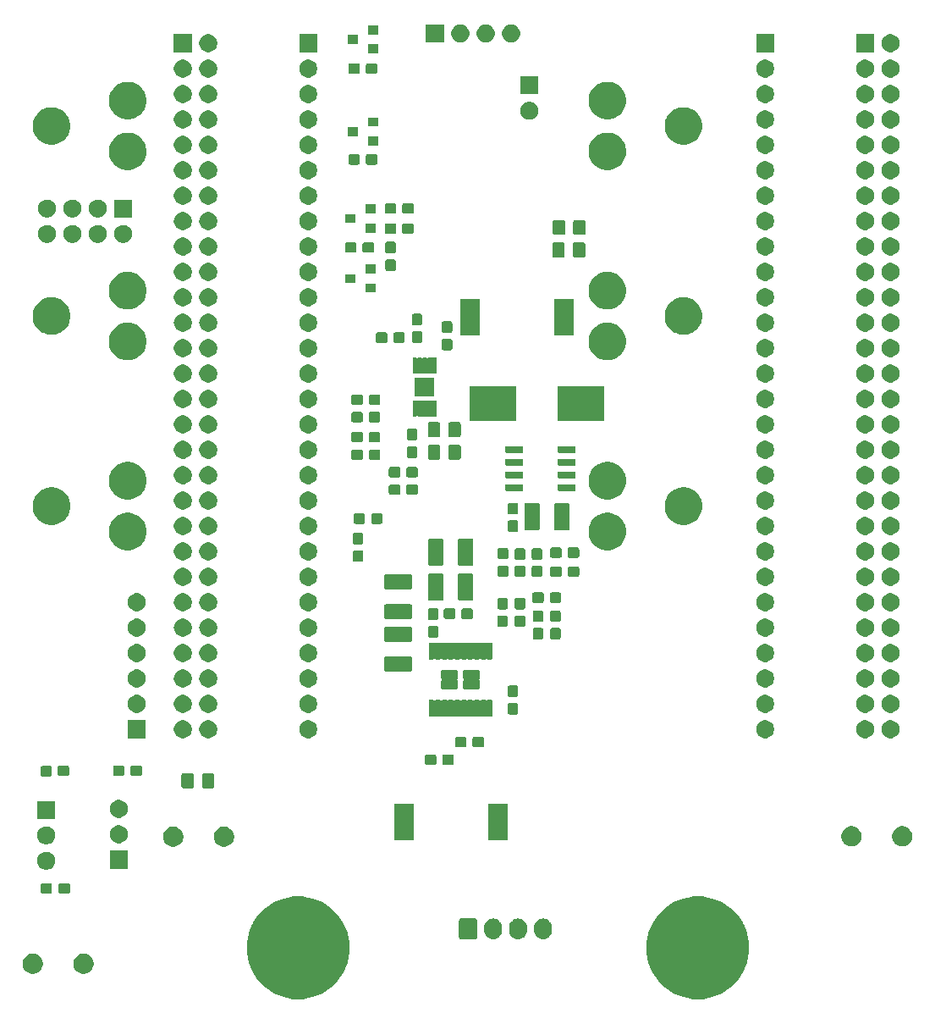
<source format=gts>
G04 #@! TF.GenerationSoftware,KiCad,Pcbnew,(5.1.5)-3*
G04 #@! TF.CreationDate,2020-08-31T23:00:58+02:00*
G04 #@! TF.ProjectId,NFC_hatch,4e46435f-6861-4746-9368-2e6b69636164,rev?*
G04 #@! TF.SameCoordinates,Original*
G04 #@! TF.FileFunction,Soldermask,Top*
G04 #@! TF.FilePolarity,Negative*
%FSLAX46Y46*%
G04 Gerber Fmt 4.6, Leading zero omitted, Abs format (unit mm)*
G04 Created by KiCad (PCBNEW (5.1.5)-3) date 2020-08-31 23:00:58*
%MOMM*%
%LPD*%
G04 APERTURE LIST*
%ADD10C,0.100000*%
G04 APERTURE END LIST*
D10*
G36*
X97501008Y-128867590D02*
G01*
X97996658Y-128966181D01*
X98930440Y-129352967D01*
X99770822Y-129914492D01*
X100485508Y-130629178D01*
X100981852Y-131372010D01*
X101047034Y-131469562D01*
X101071461Y-131528534D01*
X101433819Y-132403342D01*
X101447370Y-132471467D01*
X101631000Y-133394639D01*
X101631000Y-134405361D01*
X101541457Y-134855525D01*
X101433819Y-135396658D01*
X101047033Y-136330440D01*
X100485508Y-137170822D01*
X99770822Y-137885508D01*
X98930440Y-138447033D01*
X97996658Y-138833819D01*
X97501009Y-138932409D01*
X97005361Y-139031000D01*
X95994639Y-139031000D01*
X95498991Y-138932409D01*
X95003342Y-138833819D01*
X94069560Y-138447033D01*
X93229178Y-137885508D01*
X92514492Y-137170822D01*
X91952967Y-136330440D01*
X91566181Y-135396658D01*
X91458543Y-134855525D01*
X91369000Y-134405361D01*
X91369000Y-133394639D01*
X91552630Y-132471467D01*
X91566181Y-132403342D01*
X91928539Y-131528534D01*
X91952966Y-131469562D01*
X92018148Y-131372010D01*
X92514492Y-130629178D01*
X93229178Y-129914492D01*
X94069560Y-129352967D01*
X95003342Y-128966181D01*
X95498992Y-128867590D01*
X95994639Y-128769000D01*
X97005361Y-128769000D01*
X97501008Y-128867590D01*
G37*
G36*
X57501008Y-128867590D02*
G01*
X57996658Y-128966181D01*
X58930440Y-129352967D01*
X59770822Y-129914492D01*
X60485508Y-130629178D01*
X60981852Y-131372010D01*
X61047034Y-131469562D01*
X61071461Y-131528534D01*
X61433819Y-132403342D01*
X61447370Y-132471467D01*
X61631000Y-133394639D01*
X61631000Y-134405361D01*
X61541457Y-134855525D01*
X61433819Y-135396658D01*
X61047033Y-136330440D01*
X60485508Y-137170822D01*
X59770822Y-137885508D01*
X58930440Y-138447033D01*
X57996658Y-138833819D01*
X57501009Y-138932409D01*
X57005361Y-139031000D01*
X55994639Y-139031000D01*
X55498991Y-138932409D01*
X55003342Y-138833819D01*
X54069560Y-138447033D01*
X53229178Y-137885508D01*
X52514492Y-137170822D01*
X51952967Y-136330440D01*
X51566181Y-135396658D01*
X51458543Y-134855525D01*
X51369000Y-134405361D01*
X51369000Y-133394639D01*
X51552630Y-132471467D01*
X51566181Y-132403342D01*
X51928539Y-131528534D01*
X51952966Y-131469562D01*
X52018148Y-131372010D01*
X52514492Y-130629178D01*
X53229178Y-129914492D01*
X54069560Y-129352967D01*
X55003342Y-128966181D01*
X55498992Y-128867590D01*
X55994639Y-128769000D01*
X57005361Y-128769000D01*
X57501008Y-128867590D01*
G37*
G36*
X30254898Y-134527851D02*
G01*
X30438886Y-134604062D01*
X30438888Y-134604063D01*
X30604475Y-134714705D01*
X30745295Y-134855525D01*
X30745296Y-134855527D01*
X30855938Y-135021114D01*
X30932149Y-135205102D01*
X30971000Y-135400424D01*
X30971000Y-135599576D01*
X30932149Y-135794898D01*
X30855938Y-135978886D01*
X30855937Y-135978888D01*
X30745295Y-136144475D01*
X30604475Y-136285295D01*
X30438888Y-136395937D01*
X30438887Y-136395938D01*
X30438886Y-136395938D01*
X30254898Y-136472149D01*
X30059576Y-136511000D01*
X29860424Y-136511000D01*
X29665102Y-136472149D01*
X29481114Y-136395938D01*
X29481113Y-136395938D01*
X29481112Y-136395937D01*
X29315525Y-136285295D01*
X29174705Y-136144475D01*
X29064063Y-135978888D01*
X29064062Y-135978886D01*
X28987851Y-135794898D01*
X28949000Y-135599576D01*
X28949000Y-135400424D01*
X28987851Y-135205102D01*
X29064062Y-135021114D01*
X29174704Y-134855527D01*
X29174705Y-134855525D01*
X29315525Y-134714705D01*
X29481112Y-134604063D01*
X29481114Y-134604062D01*
X29665102Y-134527851D01*
X29860424Y-134489000D01*
X30059576Y-134489000D01*
X30254898Y-134527851D01*
G37*
G36*
X35334898Y-134527851D02*
G01*
X35518886Y-134604062D01*
X35518888Y-134604063D01*
X35684475Y-134714705D01*
X35825295Y-134855525D01*
X35825296Y-134855527D01*
X35935938Y-135021114D01*
X36012149Y-135205102D01*
X36051000Y-135400424D01*
X36051000Y-135599576D01*
X36012149Y-135794898D01*
X35935938Y-135978886D01*
X35935937Y-135978888D01*
X35825295Y-136144475D01*
X35684475Y-136285295D01*
X35518888Y-136395937D01*
X35518887Y-136395938D01*
X35518886Y-136395938D01*
X35334898Y-136472149D01*
X35139576Y-136511000D01*
X34940424Y-136511000D01*
X34745102Y-136472149D01*
X34561114Y-136395938D01*
X34561113Y-136395938D01*
X34561112Y-136395937D01*
X34395525Y-136285295D01*
X34254705Y-136144475D01*
X34144063Y-135978888D01*
X34144062Y-135978886D01*
X34067851Y-135794898D01*
X34029000Y-135599576D01*
X34029000Y-135400424D01*
X34067851Y-135205102D01*
X34144062Y-135021114D01*
X34254704Y-134855527D01*
X34254705Y-134855525D01*
X34395525Y-134714705D01*
X34561112Y-134604063D01*
X34561114Y-134604062D01*
X34745102Y-134527851D01*
X34940424Y-134489000D01*
X35139576Y-134489000D01*
X35334898Y-134527851D01*
G37*
G36*
X81176626Y-130987037D02*
G01*
X81346465Y-131038557D01*
X81346467Y-131038558D01*
X81502989Y-131122221D01*
X81640186Y-131234814D01*
X81723448Y-131336271D01*
X81752778Y-131372009D01*
X81752779Y-131372011D01*
X81804921Y-131469560D01*
X81836443Y-131528534D01*
X81887963Y-131698373D01*
X81901000Y-131830742D01*
X81901000Y-132169257D01*
X81887963Y-132301626D01*
X81836443Y-132471466D01*
X81752778Y-132627991D01*
X81723448Y-132663729D01*
X81640186Y-132765186D01*
X81545250Y-132843097D01*
X81502991Y-132877778D01*
X81346466Y-132961443D01*
X81176627Y-133012963D01*
X81000000Y-133030359D01*
X80823374Y-133012963D01*
X80653535Y-132961443D01*
X80497010Y-132877778D01*
X80359815Y-132765185D01*
X80247222Y-132627991D01*
X80163557Y-132471466D01*
X80112037Y-132301627D01*
X80099000Y-132169258D01*
X80099000Y-131830743D01*
X80112037Y-131698374D01*
X80163557Y-131528535D01*
X80247222Y-131372010D01*
X80247223Y-131372009D01*
X80359814Y-131234814D01*
X80461271Y-131151552D01*
X80497009Y-131122222D01*
X80653534Y-131038557D01*
X80823373Y-130987037D01*
X81000000Y-130969641D01*
X81176626Y-130987037D01*
G37*
G36*
X76176626Y-130987037D02*
G01*
X76346465Y-131038557D01*
X76346467Y-131038558D01*
X76502989Y-131122221D01*
X76640186Y-131234814D01*
X76723448Y-131336271D01*
X76752778Y-131372009D01*
X76752779Y-131372011D01*
X76804921Y-131469560D01*
X76836443Y-131528534D01*
X76887963Y-131698373D01*
X76901000Y-131830742D01*
X76901000Y-132169257D01*
X76887963Y-132301626D01*
X76836443Y-132471466D01*
X76752778Y-132627991D01*
X76723448Y-132663729D01*
X76640186Y-132765186D01*
X76545250Y-132843097D01*
X76502991Y-132877778D01*
X76346466Y-132961443D01*
X76176627Y-133012963D01*
X76000000Y-133030359D01*
X75823374Y-133012963D01*
X75653535Y-132961443D01*
X75497010Y-132877778D01*
X75359815Y-132765185D01*
X75247222Y-132627991D01*
X75163557Y-132471466D01*
X75112037Y-132301627D01*
X75099000Y-132169258D01*
X75099000Y-131830743D01*
X75112037Y-131698374D01*
X75163557Y-131528535D01*
X75247222Y-131372010D01*
X75247223Y-131372009D01*
X75359814Y-131234814D01*
X75461271Y-131151552D01*
X75497009Y-131122222D01*
X75653534Y-131038557D01*
X75823373Y-130987037D01*
X76000000Y-130969641D01*
X76176626Y-130987037D01*
G37*
G36*
X78676626Y-130987037D02*
G01*
X78846465Y-131038557D01*
X78846467Y-131038558D01*
X79002989Y-131122221D01*
X79140186Y-131234814D01*
X79223448Y-131336271D01*
X79252778Y-131372009D01*
X79252779Y-131372011D01*
X79304921Y-131469560D01*
X79336443Y-131528534D01*
X79387963Y-131698373D01*
X79401000Y-131830742D01*
X79401000Y-132169257D01*
X79387963Y-132301626D01*
X79336443Y-132471466D01*
X79252778Y-132627991D01*
X79223448Y-132663729D01*
X79140186Y-132765186D01*
X79045250Y-132843097D01*
X79002991Y-132877778D01*
X78846466Y-132961443D01*
X78676627Y-133012963D01*
X78500000Y-133030359D01*
X78323374Y-133012963D01*
X78153535Y-132961443D01*
X77997010Y-132877778D01*
X77859815Y-132765185D01*
X77747222Y-132627991D01*
X77663557Y-132471466D01*
X77612037Y-132301627D01*
X77599000Y-132169258D01*
X77599000Y-131830743D01*
X77612037Y-131698374D01*
X77663557Y-131528535D01*
X77747222Y-131372010D01*
X77747223Y-131372009D01*
X77859814Y-131234814D01*
X77961271Y-131151552D01*
X77997009Y-131122222D01*
X78153534Y-131038557D01*
X78323373Y-130987037D01*
X78500000Y-130969641D01*
X78676626Y-130987037D01*
G37*
G36*
X74258600Y-130977989D02*
G01*
X74291652Y-130988015D01*
X74322103Y-131004292D01*
X74348799Y-131026201D01*
X74370708Y-131052897D01*
X74386985Y-131083348D01*
X74397011Y-131116400D01*
X74401000Y-131156903D01*
X74401000Y-132843097D01*
X74397011Y-132883600D01*
X74386985Y-132916652D01*
X74370708Y-132947103D01*
X74348799Y-132973799D01*
X74322103Y-132995708D01*
X74291652Y-133011985D01*
X74258600Y-133022011D01*
X74218097Y-133026000D01*
X72781903Y-133026000D01*
X72741400Y-133022011D01*
X72708348Y-133011985D01*
X72677897Y-132995708D01*
X72651201Y-132973799D01*
X72629292Y-132947103D01*
X72613015Y-132916652D01*
X72602989Y-132883600D01*
X72599000Y-132843097D01*
X72599000Y-131156903D01*
X72602989Y-131116400D01*
X72613015Y-131083348D01*
X72629292Y-131052897D01*
X72651201Y-131026201D01*
X72677897Y-131004292D01*
X72708348Y-130988015D01*
X72741400Y-130977989D01*
X72781903Y-130974000D01*
X74218097Y-130974000D01*
X74258600Y-130977989D01*
G37*
G36*
X33514499Y-127428445D02*
G01*
X33551995Y-127439820D01*
X33586554Y-127458292D01*
X33616847Y-127483153D01*
X33641708Y-127513446D01*
X33660180Y-127548005D01*
X33671555Y-127585501D01*
X33676000Y-127630638D01*
X33676000Y-128269362D01*
X33671555Y-128314499D01*
X33660180Y-128351995D01*
X33641708Y-128386554D01*
X33616847Y-128416847D01*
X33586554Y-128441708D01*
X33551995Y-128460180D01*
X33514499Y-128471555D01*
X33469362Y-128476000D01*
X32730638Y-128476000D01*
X32685501Y-128471555D01*
X32648005Y-128460180D01*
X32613446Y-128441708D01*
X32583153Y-128416847D01*
X32558292Y-128386554D01*
X32539820Y-128351995D01*
X32528445Y-128314499D01*
X32524000Y-128269362D01*
X32524000Y-127630638D01*
X32528445Y-127585501D01*
X32539820Y-127548005D01*
X32558292Y-127513446D01*
X32583153Y-127483153D01*
X32613446Y-127458292D01*
X32648005Y-127439820D01*
X32685501Y-127428445D01*
X32730638Y-127424000D01*
X33469362Y-127424000D01*
X33514499Y-127428445D01*
G37*
G36*
X31714499Y-127428445D02*
G01*
X31751995Y-127439820D01*
X31786554Y-127458292D01*
X31816847Y-127483153D01*
X31841708Y-127513446D01*
X31860180Y-127548005D01*
X31871555Y-127585501D01*
X31876000Y-127630638D01*
X31876000Y-128269362D01*
X31871555Y-128314499D01*
X31860180Y-128351995D01*
X31841708Y-128386554D01*
X31816847Y-128416847D01*
X31786554Y-128441708D01*
X31751995Y-128460180D01*
X31714499Y-128471555D01*
X31669362Y-128476000D01*
X30930638Y-128476000D01*
X30885501Y-128471555D01*
X30848005Y-128460180D01*
X30813446Y-128441708D01*
X30783153Y-128416847D01*
X30758292Y-128386554D01*
X30739820Y-128351995D01*
X30728445Y-128314499D01*
X30724000Y-128269362D01*
X30724000Y-127630638D01*
X30728445Y-127585501D01*
X30739820Y-127548005D01*
X30758292Y-127513446D01*
X30783153Y-127483153D01*
X30813446Y-127458292D01*
X30848005Y-127439820D01*
X30885501Y-127428445D01*
X30930638Y-127424000D01*
X31669362Y-127424000D01*
X31714499Y-127428445D01*
G37*
G36*
X31413512Y-124303927D02*
G01*
X31562812Y-124333624D01*
X31726784Y-124401544D01*
X31874354Y-124500147D01*
X31999853Y-124625646D01*
X32098456Y-124773216D01*
X32166376Y-124937188D01*
X32201000Y-125111259D01*
X32201000Y-125288741D01*
X32166376Y-125462812D01*
X32098456Y-125626784D01*
X31999853Y-125774354D01*
X31874354Y-125899853D01*
X31726784Y-125998456D01*
X31562812Y-126066376D01*
X31413512Y-126096073D01*
X31388742Y-126101000D01*
X31211258Y-126101000D01*
X31186488Y-126096073D01*
X31037188Y-126066376D01*
X30873216Y-125998456D01*
X30725646Y-125899853D01*
X30600147Y-125774354D01*
X30501544Y-125626784D01*
X30433624Y-125462812D01*
X30399000Y-125288741D01*
X30399000Y-125111259D01*
X30433624Y-124937188D01*
X30501544Y-124773216D01*
X30600147Y-124625646D01*
X30725646Y-124500147D01*
X30873216Y-124401544D01*
X31037188Y-124333624D01*
X31186488Y-124303927D01*
X31211258Y-124299000D01*
X31388742Y-124299000D01*
X31413512Y-124303927D01*
G37*
G36*
X39451000Y-126001000D02*
G01*
X37649000Y-126001000D01*
X37649000Y-124199000D01*
X39451000Y-124199000D01*
X39451000Y-126001000D01*
G37*
G36*
X44304898Y-121827851D02*
G01*
X44488886Y-121904062D01*
X44488888Y-121904063D01*
X44654475Y-122014705D01*
X44795295Y-122155525D01*
X44847208Y-122233218D01*
X44905938Y-122321114D01*
X44982149Y-122505102D01*
X45021000Y-122700424D01*
X45021000Y-122899576D01*
X44982149Y-123094898D01*
X44926648Y-123228888D01*
X44905937Y-123278888D01*
X44795295Y-123444475D01*
X44654475Y-123585295D01*
X44488888Y-123695937D01*
X44488887Y-123695938D01*
X44488886Y-123695938D01*
X44304898Y-123772149D01*
X44109576Y-123811000D01*
X43910424Y-123811000D01*
X43715102Y-123772149D01*
X43531114Y-123695938D01*
X43531113Y-123695938D01*
X43531112Y-123695937D01*
X43365525Y-123585295D01*
X43224705Y-123444475D01*
X43114063Y-123278888D01*
X43093352Y-123228888D01*
X43037851Y-123094898D01*
X42999000Y-122899576D01*
X42999000Y-122700424D01*
X43037851Y-122505102D01*
X43114062Y-122321114D01*
X43172792Y-122233218D01*
X43224705Y-122155525D01*
X43365525Y-122014705D01*
X43531112Y-121904063D01*
X43531114Y-121904062D01*
X43715102Y-121827851D01*
X43910424Y-121789000D01*
X44109576Y-121789000D01*
X44304898Y-121827851D01*
G37*
G36*
X49384898Y-121827851D02*
G01*
X49568886Y-121904062D01*
X49568888Y-121904063D01*
X49734475Y-122014705D01*
X49875295Y-122155525D01*
X49927208Y-122233218D01*
X49985938Y-122321114D01*
X50062149Y-122505102D01*
X50101000Y-122700424D01*
X50101000Y-122899576D01*
X50062149Y-123094898D01*
X50006648Y-123228888D01*
X49985937Y-123278888D01*
X49875295Y-123444475D01*
X49734475Y-123585295D01*
X49568888Y-123695937D01*
X49568887Y-123695938D01*
X49568886Y-123695938D01*
X49384898Y-123772149D01*
X49189576Y-123811000D01*
X48990424Y-123811000D01*
X48795102Y-123772149D01*
X48611114Y-123695938D01*
X48611113Y-123695938D01*
X48611112Y-123695937D01*
X48445525Y-123585295D01*
X48304705Y-123444475D01*
X48194063Y-123278888D01*
X48173352Y-123228888D01*
X48117851Y-123094898D01*
X48079000Y-122899576D01*
X48079000Y-122700424D01*
X48117851Y-122505102D01*
X48194062Y-122321114D01*
X48252792Y-122233218D01*
X48304705Y-122155525D01*
X48445525Y-122014705D01*
X48611112Y-121904063D01*
X48611114Y-121904062D01*
X48795102Y-121827851D01*
X48990424Y-121789000D01*
X49189576Y-121789000D01*
X49384898Y-121827851D01*
G37*
G36*
X117234898Y-121777851D02*
G01*
X117418886Y-121854062D01*
X117418888Y-121854063D01*
X117584475Y-121964705D01*
X117725295Y-122105525D01*
X117810617Y-122233218D01*
X117835938Y-122271114D01*
X117912149Y-122455102D01*
X117951000Y-122650424D01*
X117951000Y-122849576D01*
X117912149Y-123044898D01*
X117855773Y-123181000D01*
X117835937Y-123228888D01*
X117725295Y-123394475D01*
X117584475Y-123535295D01*
X117418888Y-123645937D01*
X117418887Y-123645938D01*
X117418886Y-123645938D01*
X117234898Y-123722149D01*
X117039576Y-123761000D01*
X116840424Y-123761000D01*
X116645102Y-123722149D01*
X116461114Y-123645938D01*
X116461113Y-123645938D01*
X116461112Y-123645937D01*
X116295525Y-123535295D01*
X116154705Y-123394475D01*
X116044063Y-123228888D01*
X116024227Y-123181000D01*
X115967851Y-123044898D01*
X115929000Y-122849576D01*
X115929000Y-122650424D01*
X115967851Y-122455102D01*
X116044062Y-122271114D01*
X116069383Y-122233218D01*
X116154705Y-122105525D01*
X116295525Y-121964705D01*
X116461112Y-121854063D01*
X116461114Y-121854062D01*
X116645102Y-121777851D01*
X116840424Y-121739000D01*
X117039576Y-121739000D01*
X117234898Y-121777851D01*
G37*
G36*
X112154898Y-121777851D02*
G01*
X112338886Y-121854062D01*
X112338888Y-121854063D01*
X112504475Y-121964705D01*
X112645295Y-122105525D01*
X112730617Y-122233218D01*
X112755938Y-122271114D01*
X112832149Y-122455102D01*
X112871000Y-122650424D01*
X112871000Y-122849576D01*
X112832149Y-123044898D01*
X112775773Y-123181000D01*
X112755937Y-123228888D01*
X112645295Y-123394475D01*
X112504475Y-123535295D01*
X112338888Y-123645937D01*
X112338887Y-123645938D01*
X112338886Y-123645938D01*
X112154898Y-123722149D01*
X111959576Y-123761000D01*
X111760424Y-123761000D01*
X111565102Y-123722149D01*
X111381114Y-123645938D01*
X111381113Y-123645938D01*
X111381112Y-123645937D01*
X111215525Y-123535295D01*
X111074705Y-123394475D01*
X110964063Y-123228888D01*
X110944227Y-123181000D01*
X110887851Y-123044898D01*
X110849000Y-122849576D01*
X110849000Y-122650424D01*
X110887851Y-122455102D01*
X110964062Y-122271114D01*
X110989383Y-122233218D01*
X111074705Y-122105525D01*
X111215525Y-121964705D01*
X111381112Y-121854063D01*
X111381114Y-121854062D01*
X111565102Y-121777851D01*
X111760424Y-121739000D01*
X111959576Y-121739000D01*
X112154898Y-121777851D01*
G37*
G36*
X31401531Y-121761544D02*
G01*
X31562812Y-121793624D01*
X31726784Y-121861544D01*
X31874354Y-121960147D01*
X31999853Y-122085646D01*
X32098456Y-122233216D01*
X32166376Y-122397188D01*
X32201000Y-122571259D01*
X32201000Y-122748741D01*
X32166376Y-122922812D01*
X32098456Y-123086784D01*
X31999853Y-123234354D01*
X31874354Y-123359853D01*
X31726784Y-123458456D01*
X31562812Y-123526376D01*
X31413512Y-123556073D01*
X31388742Y-123561000D01*
X31211258Y-123561000D01*
X31186488Y-123556073D01*
X31037188Y-123526376D01*
X30873216Y-123458456D01*
X30725646Y-123359853D01*
X30600147Y-123234354D01*
X30501544Y-123086784D01*
X30433624Y-122922812D01*
X30399000Y-122748741D01*
X30399000Y-122571259D01*
X30433624Y-122397188D01*
X30501544Y-122233216D01*
X30600147Y-122085646D01*
X30725646Y-121960147D01*
X30873216Y-121861544D01*
X31037188Y-121793624D01*
X31198469Y-121761544D01*
X31211258Y-121759000D01*
X31388742Y-121759000D01*
X31401531Y-121761544D01*
G37*
G36*
X38663512Y-121663927D02*
G01*
X38812812Y-121693624D01*
X38976784Y-121761544D01*
X39124354Y-121860147D01*
X39249853Y-121985646D01*
X39348456Y-122133216D01*
X39416376Y-122297188D01*
X39451000Y-122471259D01*
X39451000Y-122648741D01*
X39416376Y-122822812D01*
X39348456Y-122986784D01*
X39249853Y-123134354D01*
X39124354Y-123259853D01*
X38976784Y-123358456D01*
X38812812Y-123426376D01*
X38663512Y-123456073D01*
X38638742Y-123461000D01*
X38461258Y-123461000D01*
X38436488Y-123456073D01*
X38287188Y-123426376D01*
X38123216Y-123358456D01*
X37975646Y-123259853D01*
X37850147Y-123134354D01*
X37751544Y-122986784D01*
X37683624Y-122822812D01*
X37649000Y-122648741D01*
X37649000Y-122471259D01*
X37683624Y-122297188D01*
X37751544Y-122133216D01*
X37850147Y-121985646D01*
X37975646Y-121860147D01*
X38123216Y-121761544D01*
X38287188Y-121693624D01*
X38436488Y-121663927D01*
X38461258Y-121659000D01*
X38638742Y-121659000D01*
X38663512Y-121663927D01*
G37*
G36*
X68041000Y-123181000D02*
G01*
X66159000Y-123181000D01*
X66159000Y-119519000D01*
X68041000Y-119519000D01*
X68041000Y-123181000D01*
G37*
G36*
X77441000Y-123181000D02*
G01*
X75559000Y-123181000D01*
X75559000Y-119519000D01*
X77441000Y-119519000D01*
X77441000Y-123181000D01*
G37*
G36*
X32201000Y-121021000D02*
G01*
X30399000Y-121021000D01*
X30399000Y-119219000D01*
X32201000Y-119219000D01*
X32201000Y-121021000D01*
G37*
G36*
X38663512Y-119123927D02*
G01*
X38812812Y-119153624D01*
X38976784Y-119221544D01*
X39124354Y-119320147D01*
X39249853Y-119445646D01*
X39348456Y-119593216D01*
X39416376Y-119757188D01*
X39451000Y-119931259D01*
X39451000Y-120108741D01*
X39416376Y-120282812D01*
X39348456Y-120446784D01*
X39249853Y-120594354D01*
X39124354Y-120719853D01*
X38976784Y-120818456D01*
X38812812Y-120886376D01*
X38663512Y-120916073D01*
X38638742Y-120921000D01*
X38461258Y-120921000D01*
X38436488Y-120916073D01*
X38287188Y-120886376D01*
X38123216Y-120818456D01*
X37975646Y-120719853D01*
X37850147Y-120594354D01*
X37751544Y-120446784D01*
X37683624Y-120282812D01*
X37649000Y-120108741D01*
X37649000Y-119931259D01*
X37683624Y-119757188D01*
X37751544Y-119593216D01*
X37850147Y-119445646D01*
X37975646Y-119320147D01*
X38123216Y-119221544D01*
X38287188Y-119153624D01*
X38436488Y-119123927D01*
X38461258Y-119119000D01*
X38638742Y-119119000D01*
X38663512Y-119123927D01*
G37*
G36*
X47963674Y-116453465D02*
G01*
X48001367Y-116464899D01*
X48036103Y-116483466D01*
X48066548Y-116508452D01*
X48091534Y-116538897D01*
X48110101Y-116573633D01*
X48121535Y-116611326D01*
X48126000Y-116656661D01*
X48126000Y-117743339D01*
X48121535Y-117788674D01*
X48110101Y-117826367D01*
X48091534Y-117861103D01*
X48066548Y-117891548D01*
X48036103Y-117916534D01*
X48001367Y-117935101D01*
X47963674Y-117946535D01*
X47918339Y-117951000D01*
X47081661Y-117951000D01*
X47036326Y-117946535D01*
X46998633Y-117935101D01*
X46963897Y-117916534D01*
X46933452Y-117891548D01*
X46908466Y-117861103D01*
X46889899Y-117826367D01*
X46878465Y-117788674D01*
X46874000Y-117743339D01*
X46874000Y-116656661D01*
X46878465Y-116611326D01*
X46889899Y-116573633D01*
X46908466Y-116538897D01*
X46933452Y-116508452D01*
X46963897Y-116483466D01*
X46998633Y-116464899D01*
X47036326Y-116453465D01*
X47081661Y-116449000D01*
X47918339Y-116449000D01*
X47963674Y-116453465D01*
G37*
G36*
X45913674Y-116453465D02*
G01*
X45951367Y-116464899D01*
X45986103Y-116483466D01*
X46016548Y-116508452D01*
X46041534Y-116538897D01*
X46060101Y-116573633D01*
X46071535Y-116611326D01*
X46076000Y-116656661D01*
X46076000Y-117743339D01*
X46071535Y-117788674D01*
X46060101Y-117826367D01*
X46041534Y-117861103D01*
X46016548Y-117891548D01*
X45986103Y-117916534D01*
X45951367Y-117935101D01*
X45913674Y-117946535D01*
X45868339Y-117951000D01*
X45031661Y-117951000D01*
X44986326Y-117946535D01*
X44948633Y-117935101D01*
X44913897Y-117916534D01*
X44883452Y-117891548D01*
X44858466Y-117861103D01*
X44839899Y-117826367D01*
X44828465Y-117788674D01*
X44824000Y-117743339D01*
X44824000Y-116656661D01*
X44828465Y-116611326D01*
X44839899Y-116573633D01*
X44858466Y-116538897D01*
X44883452Y-116508452D01*
X44913897Y-116483466D01*
X44948633Y-116464899D01*
X44986326Y-116453465D01*
X45031661Y-116449000D01*
X45868339Y-116449000D01*
X45913674Y-116453465D01*
G37*
G36*
X31714499Y-115728445D02*
G01*
X31751995Y-115739820D01*
X31786554Y-115758292D01*
X31816847Y-115783153D01*
X31841708Y-115813446D01*
X31860180Y-115848005D01*
X31871555Y-115885501D01*
X31876000Y-115930638D01*
X31876000Y-116569362D01*
X31871555Y-116614499D01*
X31860180Y-116651995D01*
X31841708Y-116686554D01*
X31816847Y-116716847D01*
X31786554Y-116741708D01*
X31751995Y-116760180D01*
X31714499Y-116771555D01*
X31669362Y-116776000D01*
X30930638Y-116776000D01*
X30885501Y-116771555D01*
X30848005Y-116760180D01*
X30813446Y-116741708D01*
X30783153Y-116716847D01*
X30758292Y-116686554D01*
X30739820Y-116651995D01*
X30728445Y-116614499D01*
X30724000Y-116569362D01*
X30724000Y-115930638D01*
X30728445Y-115885501D01*
X30739820Y-115848005D01*
X30758292Y-115813446D01*
X30783153Y-115783153D01*
X30813446Y-115758292D01*
X30848005Y-115739820D01*
X30885501Y-115728445D01*
X30930638Y-115724000D01*
X31669362Y-115724000D01*
X31714499Y-115728445D01*
G37*
G36*
X40714499Y-115678445D02*
G01*
X40751995Y-115689820D01*
X40786554Y-115708292D01*
X40816847Y-115733153D01*
X40841708Y-115763446D01*
X40860180Y-115798005D01*
X40871555Y-115835501D01*
X40876000Y-115880638D01*
X40876000Y-116519362D01*
X40871555Y-116564499D01*
X40860180Y-116601995D01*
X40841708Y-116636554D01*
X40816847Y-116666847D01*
X40786554Y-116691708D01*
X40751995Y-116710180D01*
X40714499Y-116721555D01*
X40669362Y-116726000D01*
X39930638Y-116726000D01*
X39885501Y-116721555D01*
X39848005Y-116710180D01*
X39813446Y-116691708D01*
X39783153Y-116666847D01*
X39758292Y-116636554D01*
X39739820Y-116601995D01*
X39728445Y-116564499D01*
X39724000Y-116519362D01*
X39724000Y-115880638D01*
X39728445Y-115835501D01*
X39739820Y-115798005D01*
X39758292Y-115763446D01*
X39783153Y-115733153D01*
X39813446Y-115708292D01*
X39848005Y-115689820D01*
X39885501Y-115678445D01*
X39930638Y-115674000D01*
X40669362Y-115674000D01*
X40714499Y-115678445D01*
G37*
G36*
X38964499Y-115678445D02*
G01*
X39001995Y-115689820D01*
X39036554Y-115708292D01*
X39066847Y-115733153D01*
X39091708Y-115763446D01*
X39110180Y-115798005D01*
X39121555Y-115835501D01*
X39126000Y-115880638D01*
X39126000Y-116519362D01*
X39121555Y-116564499D01*
X39110180Y-116601995D01*
X39091708Y-116636554D01*
X39066847Y-116666847D01*
X39036554Y-116691708D01*
X39001995Y-116710180D01*
X38964499Y-116721555D01*
X38919362Y-116726000D01*
X38180638Y-116726000D01*
X38135501Y-116721555D01*
X38098005Y-116710180D01*
X38063446Y-116691708D01*
X38033153Y-116666847D01*
X38008292Y-116636554D01*
X37989820Y-116601995D01*
X37978445Y-116564499D01*
X37974000Y-116519362D01*
X37974000Y-115880638D01*
X37978445Y-115835501D01*
X37989820Y-115798005D01*
X38008292Y-115763446D01*
X38033153Y-115733153D01*
X38063446Y-115708292D01*
X38098005Y-115689820D01*
X38135501Y-115678445D01*
X38180638Y-115674000D01*
X38919362Y-115674000D01*
X38964499Y-115678445D01*
G37*
G36*
X33414499Y-115678445D02*
G01*
X33451995Y-115689820D01*
X33486554Y-115708292D01*
X33516847Y-115733153D01*
X33541708Y-115763446D01*
X33560180Y-115798005D01*
X33571555Y-115835501D01*
X33576000Y-115880638D01*
X33576000Y-116519362D01*
X33571555Y-116564499D01*
X33560180Y-116601995D01*
X33541708Y-116636554D01*
X33516847Y-116666847D01*
X33486554Y-116691708D01*
X33451995Y-116710180D01*
X33414499Y-116721555D01*
X33369362Y-116726000D01*
X32630638Y-116726000D01*
X32585501Y-116721555D01*
X32548005Y-116710180D01*
X32513446Y-116691708D01*
X32483153Y-116666847D01*
X32458292Y-116636554D01*
X32439820Y-116601995D01*
X32428445Y-116564499D01*
X32424000Y-116519362D01*
X32424000Y-115880638D01*
X32428445Y-115835501D01*
X32439820Y-115798005D01*
X32458292Y-115763446D01*
X32483153Y-115733153D01*
X32513446Y-115708292D01*
X32548005Y-115689820D01*
X32585501Y-115678445D01*
X32630638Y-115674000D01*
X33369362Y-115674000D01*
X33414499Y-115678445D01*
G37*
G36*
X70164499Y-114578445D02*
G01*
X70201995Y-114589820D01*
X70236554Y-114608292D01*
X70266847Y-114633153D01*
X70291708Y-114663446D01*
X70310180Y-114698005D01*
X70321555Y-114735501D01*
X70326000Y-114780638D01*
X70326000Y-115419362D01*
X70321555Y-115464499D01*
X70310180Y-115501995D01*
X70291708Y-115536554D01*
X70266847Y-115566847D01*
X70236554Y-115591708D01*
X70201995Y-115610180D01*
X70164499Y-115621555D01*
X70119362Y-115626000D01*
X69380638Y-115626000D01*
X69335501Y-115621555D01*
X69298005Y-115610180D01*
X69263446Y-115591708D01*
X69233153Y-115566847D01*
X69208292Y-115536554D01*
X69189820Y-115501995D01*
X69178445Y-115464499D01*
X69174000Y-115419362D01*
X69174000Y-114780638D01*
X69178445Y-114735501D01*
X69189820Y-114698005D01*
X69208292Y-114663446D01*
X69233153Y-114633153D01*
X69263446Y-114608292D01*
X69298005Y-114589820D01*
X69335501Y-114578445D01*
X69380638Y-114574000D01*
X70119362Y-114574000D01*
X70164499Y-114578445D01*
G37*
G36*
X71914499Y-114578445D02*
G01*
X71951995Y-114589820D01*
X71986554Y-114608292D01*
X72016847Y-114633153D01*
X72041708Y-114663446D01*
X72060180Y-114698005D01*
X72071555Y-114735501D01*
X72076000Y-114780638D01*
X72076000Y-115419362D01*
X72071555Y-115464499D01*
X72060180Y-115501995D01*
X72041708Y-115536554D01*
X72016847Y-115566847D01*
X71986554Y-115591708D01*
X71951995Y-115610180D01*
X71914499Y-115621555D01*
X71869362Y-115626000D01*
X71130638Y-115626000D01*
X71085501Y-115621555D01*
X71048005Y-115610180D01*
X71013446Y-115591708D01*
X70983153Y-115566847D01*
X70958292Y-115536554D01*
X70939820Y-115501995D01*
X70928445Y-115464499D01*
X70924000Y-115419362D01*
X70924000Y-114780638D01*
X70928445Y-114735501D01*
X70939820Y-114698005D01*
X70958292Y-114663446D01*
X70983153Y-114633153D01*
X71013446Y-114608292D01*
X71048005Y-114589820D01*
X71085501Y-114578445D01*
X71130638Y-114574000D01*
X71869362Y-114574000D01*
X71914499Y-114578445D01*
G37*
G36*
X73189499Y-112828445D02*
G01*
X73226995Y-112839820D01*
X73261554Y-112858292D01*
X73291847Y-112883153D01*
X73316708Y-112913446D01*
X73335180Y-112948005D01*
X73346555Y-112985501D01*
X73351000Y-113030638D01*
X73351000Y-113669362D01*
X73346555Y-113714499D01*
X73335180Y-113751995D01*
X73316708Y-113786554D01*
X73291847Y-113816847D01*
X73261554Y-113841708D01*
X73226995Y-113860180D01*
X73189499Y-113871555D01*
X73144362Y-113876000D01*
X72405638Y-113876000D01*
X72360501Y-113871555D01*
X72323005Y-113860180D01*
X72288446Y-113841708D01*
X72258153Y-113816847D01*
X72233292Y-113786554D01*
X72214820Y-113751995D01*
X72203445Y-113714499D01*
X72199000Y-113669362D01*
X72199000Y-113030638D01*
X72203445Y-112985501D01*
X72214820Y-112948005D01*
X72233292Y-112913446D01*
X72258153Y-112883153D01*
X72288446Y-112858292D01*
X72323005Y-112839820D01*
X72360501Y-112828445D01*
X72405638Y-112824000D01*
X73144362Y-112824000D01*
X73189499Y-112828445D01*
G37*
G36*
X74939499Y-112828445D02*
G01*
X74976995Y-112839820D01*
X75011554Y-112858292D01*
X75041847Y-112883153D01*
X75066708Y-112913446D01*
X75085180Y-112948005D01*
X75096555Y-112985501D01*
X75101000Y-113030638D01*
X75101000Y-113669362D01*
X75096555Y-113714499D01*
X75085180Y-113751995D01*
X75066708Y-113786554D01*
X75041847Y-113816847D01*
X75011554Y-113841708D01*
X74976995Y-113860180D01*
X74939499Y-113871555D01*
X74894362Y-113876000D01*
X74155638Y-113876000D01*
X74110501Y-113871555D01*
X74073005Y-113860180D01*
X74038446Y-113841708D01*
X74008153Y-113816847D01*
X73983292Y-113786554D01*
X73964820Y-113751995D01*
X73953445Y-113714499D01*
X73949000Y-113669362D01*
X73949000Y-113030638D01*
X73953445Y-112985501D01*
X73964820Y-112948005D01*
X73983292Y-112913446D01*
X74008153Y-112883153D01*
X74038446Y-112858292D01*
X74073005Y-112839820D01*
X74110501Y-112828445D01*
X74155638Y-112824000D01*
X74894362Y-112824000D01*
X74939499Y-112828445D01*
G37*
G36*
X57623512Y-111163927D02*
G01*
X57772812Y-111193624D01*
X57936784Y-111261544D01*
X58084354Y-111360147D01*
X58209853Y-111485646D01*
X58308456Y-111633216D01*
X58376376Y-111797188D01*
X58411000Y-111971259D01*
X58411000Y-112148741D01*
X58376376Y-112322812D01*
X58308456Y-112486784D01*
X58209853Y-112634354D01*
X58084354Y-112759853D01*
X57936784Y-112858456D01*
X57772812Y-112926376D01*
X57623512Y-112956073D01*
X57598742Y-112961000D01*
X57421258Y-112961000D01*
X57396488Y-112956073D01*
X57247188Y-112926376D01*
X57083216Y-112858456D01*
X56935646Y-112759853D01*
X56810147Y-112634354D01*
X56711544Y-112486784D01*
X56643624Y-112322812D01*
X56609000Y-112148741D01*
X56609000Y-111971259D01*
X56643624Y-111797188D01*
X56711544Y-111633216D01*
X56810147Y-111485646D01*
X56935646Y-111360147D01*
X57083216Y-111261544D01*
X57247188Y-111193624D01*
X57396488Y-111163927D01*
X57421258Y-111159000D01*
X57598742Y-111159000D01*
X57623512Y-111163927D01*
G37*
G36*
X103343512Y-111163927D02*
G01*
X103492812Y-111193624D01*
X103656784Y-111261544D01*
X103804354Y-111360147D01*
X103929853Y-111485646D01*
X104028456Y-111633216D01*
X104096376Y-111797188D01*
X104131000Y-111971259D01*
X104131000Y-112148741D01*
X104096376Y-112322812D01*
X104028456Y-112486784D01*
X103929853Y-112634354D01*
X103804354Y-112759853D01*
X103656784Y-112858456D01*
X103492812Y-112926376D01*
X103343512Y-112956073D01*
X103318742Y-112961000D01*
X103141258Y-112961000D01*
X103116488Y-112956073D01*
X102967188Y-112926376D01*
X102803216Y-112858456D01*
X102655646Y-112759853D01*
X102530147Y-112634354D01*
X102431544Y-112486784D01*
X102363624Y-112322812D01*
X102329000Y-112148741D01*
X102329000Y-111971259D01*
X102363624Y-111797188D01*
X102431544Y-111633216D01*
X102530147Y-111485646D01*
X102655646Y-111360147D01*
X102803216Y-111261544D01*
X102967188Y-111193624D01*
X103116488Y-111163927D01*
X103141258Y-111159000D01*
X103318742Y-111159000D01*
X103343512Y-111163927D01*
G37*
G36*
X45083512Y-111163927D02*
G01*
X45232812Y-111193624D01*
X45396784Y-111261544D01*
X45544354Y-111360147D01*
X45669853Y-111485646D01*
X45768456Y-111633216D01*
X45836376Y-111797188D01*
X45871000Y-111971259D01*
X45871000Y-112148741D01*
X45836376Y-112322812D01*
X45768456Y-112486784D01*
X45669853Y-112634354D01*
X45544354Y-112759853D01*
X45396784Y-112858456D01*
X45232812Y-112926376D01*
X45083512Y-112956073D01*
X45058742Y-112961000D01*
X44881258Y-112961000D01*
X44856488Y-112956073D01*
X44707188Y-112926376D01*
X44543216Y-112858456D01*
X44395646Y-112759853D01*
X44270147Y-112634354D01*
X44171544Y-112486784D01*
X44103624Y-112322812D01*
X44069000Y-112148741D01*
X44069000Y-111971259D01*
X44103624Y-111797188D01*
X44171544Y-111633216D01*
X44270147Y-111485646D01*
X44395646Y-111360147D01*
X44543216Y-111261544D01*
X44707188Y-111193624D01*
X44856488Y-111163927D01*
X44881258Y-111159000D01*
X45058742Y-111159000D01*
X45083512Y-111163927D01*
G37*
G36*
X47623512Y-111163927D02*
G01*
X47772812Y-111193624D01*
X47936784Y-111261544D01*
X48084354Y-111360147D01*
X48209853Y-111485646D01*
X48308456Y-111633216D01*
X48376376Y-111797188D01*
X48411000Y-111971259D01*
X48411000Y-112148741D01*
X48376376Y-112322812D01*
X48308456Y-112486784D01*
X48209853Y-112634354D01*
X48084354Y-112759853D01*
X47936784Y-112858456D01*
X47772812Y-112926376D01*
X47623512Y-112956073D01*
X47598742Y-112961000D01*
X47421258Y-112961000D01*
X47396488Y-112956073D01*
X47247188Y-112926376D01*
X47083216Y-112858456D01*
X46935646Y-112759853D01*
X46810147Y-112634354D01*
X46711544Y-112486784D01*
X46643624Y-112322812D01*
X46609000Y-112148741D01*
X46609000Y-111971259D01*
X46643624Y-111797188D01*
X46711544Y-111633216D01*
X46810147Y-111485646D01*
X46935646Y-111360147D01*
X47083216Y-111261544D01*
X47247188Y-111193624D01*
X47396488Y-111163927D01*
X47421258Y-111159000D01*
X47598742Y-111159000D01*
X47623512Y-111163927D01*
G37*
G36*
X115883512Y-111163927D02*
G01*
X116032812Y-111193624D01*
X116196784Y-111261544D01*
X116344354Y-111360147D01*
X116469853Y-111485646D01*
X116568456Y-111633216D01*
X116636376Y-111797188D01*
X116671000Y-111971259D01*
X116671000Y-112148741D01*
X116636376Y-112322812D01*
X116568456Y-112486784D01*
X116469853Y-112634354D01*
X116344354Y-112759853D01*
X116196784Y-112858456D01*
X116032812Y-112926376D01*
X115883512Y-112956073D01*
X115858742Y-112961000D01*
X115681258Y-112961000D01*
X115656488Y-112956073D01*
X115507188Y-112926376D01*
X115343216Y-112858456D01*
X115195646Y-112759853D01*
X115070147Y-112634354D01*
X114971544Y-112486784D01*
X114903624Y-112322812D01*
X114869000Y-112148741D01*
X114869000Y-111971259D01*
X114903624Y-111797188D01*
X114971544Y-111633216D01*
X115070147Y-111485646D01*
X115195646Y-111360147D01*
X115343216Y-111261544D01*
X115507188Y-111193624D01*
X115656488Y-111163927D01*
X115681258Y-111159000D01*
X115858742Y-111159000D01*
X115883512Y-111163927D01*
G37*
G36*
X113343512Y-111163927D02*
G01*
X113492812Y-111193624D01*
X113656784Y-111261544D01*
X113804354Y-111360147D01*
X113929853Y-111485646D01*
X114028456Y-111633216D01*
X114096376Y-111797188D01*
X114131000Y-111971259D01*
X114131000Y-112148741D01*
X114096376Y-112322812D01*
X114028456Y-112486784D01*
X113929853Y-112634354D01*
X113804354Y-112759853D01*
X113656784Y-112858456D01*
X113492812Y-112926376D01*
X113343512Y-112956073D01*
X113318742Y-112961000D01*
X113141258Y-112961000D01*
X113116488Y-112956073D01*
X112967188Y-112926376D01*
X112803216Y-112858456D01*
X112655646Y-112759853D01*
X112530147Y-112634354D01*
X112431544Y-112486784D01*
X112363624Y-112322812D01*
X112329000Y-112148741D01*
X112329000Y-111971259D01*
X112363624Y-111797188D01*
X112431544Y-111633216D01*
X112530147Y-111485646D01*
X112655646Y-111360147D01*
X112803216Y-111261544D01*
X112967188Y-111193624D01*
X113116488Y-111163927D01*
X113141258Y-111159000D01*
X113318742Y-111159000D01*
X113343512Y-111163927D01*
G37*
G36*
X41251000Y-112961000D02*
G01*
X39449000Y-112961000D01*
X39449000Y-111159000D01*
X41251000Y-111159000D01*
X41251000Y-112961000D01*
G37*
G36*
X70025170Y-109125803D02*
G01*
X70036875Y-109129354D01*
X70047665Y-109135121D01*
X70061688Y-109146630D01*
X70070704Y-109155645D01*
X70091078Y-109169259D01*
X70113717Y-109178635D01*
X70137751Y-109183415D01*
X70162255Y-109183415D01*
X70186288Y-109178634D01*
X70208926Y-109169256D01*
X70229301Y-109155642D01*
X70238317Y-109146626D01*
X70252335Y-109135121D01*
X70263125Y-109129354D01*
X70274830Y-109125803D01*
X70293138Y-109124000D01*
X70656862Y-109124000D01*
X70675170Y-109125803D01*
X70686875Y-109129354D01*
X70697665Y-109135121D01*
X70711688Y-109146630D01*
X70720704Y-109155645D01*
X70741078Y-109169259D01*
X70763717Y-109178635D01*
X70787751Y-109183415D01*
X70812255Y-109183415D01*
X70836288Y-109178634D01*
X70858926Y-109169256D01*
X70879301Y-109155642D01*
X70888317Y-109146626D01*
X70902335Y-109135121D01*
X70913125Y-109129354D01*
X70924830Y-109125803D01*
X70943138Y-109124000D01*
X71306862Y-109124000D01*
X71325170Y-109125803D01*
X71336875Y-109129354D01*
X71347665Y-109135121D01*
X71361688Y-109146630D01*
X71370704Y-109155645D01*
X71391078Y-109169259D01*
X71413717Y-109178635D01*
X71437751Y-109183415D01*
X71462255Y-109183415D01*
X71486288Y-109178634D01*
X71508926Y-109169256D01*
X71529301Y-109155642D01*
X71538317Y-109146626D01*
X71552335Y-109135121D01*
X71563125Y-109129354D01*
X71574830Y-109125803D01*
X71593138Y-109124000D01*
X71956862Y-109124000D01*
X71975170Y-109125803D01*
X71986875Y-109129354D01*
X71997665Y-109135121D01*
X72011688Y-109146630D01*
X72020704Y-109155645D01*
X72041078Y-109169259D01*
X72063717Y-109178635D01*
X72087751Y-109183415D01*
X72112255Y-109183415D01*
X72136288Y-109178634D01*
X72158926Y-109169256D01*
X72179301Y-109155642D01*
X72188317Y-109146626D01*
X72202335Y-109135121D01*
X72213125Y-109129354D01*
X72224830Y-109125803D01*
X72243138Y-109124000D01*
X72606862Y-109124000D01*
X72625170Y-109125803D01*
X72636875Y-109129354D01*
X72647665Y-109135121D01*
X72661688Y-109146630D01*
X72670704Y-109155645D01*
X72691078Y-109169259D01*
X72713717Y-109178635D01*
X72737751Y-109183415D01*
X72762255Y-109183415D01*
X72786288Y-109178634D01*
X72808926Y-109169256D01*
X72829301Y-109155642D01*
X72838317Y-109146626D01*
X72852335Y-109135121D01*
X72863125Y-109129354D01*
X72874830Y-109125803D01*
X72893138Y-109124000D01*
X73256862Y-109124000D01*
X73275170Y-109125803D01*
X73286875Y-109129354D01*
X73297665Y-109135121D01*
X73311688Y-109146630D01*
X73320704Y-109155645D01*
X73341078Y-109169259D01*
X73363717Y-109178635D01*
X73387751Y-109183415D01*
X73412255Y-109183415D01*
X73436288Y-109178634D01*
X73458926Y-109169256D01*
X73479301Y-109155642D01*
X73488317Y-109146626D01*
X73502335Y-109135121D01*
X73513125Y-109129354D01*
X73524830Y-109125803D01*
X73543138Y-109124000D01*
X73906862Y-109124000D01*
X73925170Y-109125803D01*
X73936875Y-109129354D01*
X73947665Y-109135121D01*
X73961688Y-109146630D01*
X73970704Y-109155645D01*
X73991078Y-109169259D01*
X74013717Y-109178635D01*
X74037751Y-109183415D01*
X74062255Y-109183415D01*
X74086288Y-109178634D01*
X74108926Y-109169256D01*
X74129301Y-109155642D01*
X74138317Y-109146626D01*
X74152335Y-109135121D01*
X74163125Y-109129354D01*
X74174830Y-109125803D01*
X74193138Y-109124000D01*
X74556862Y-109124000D01*
X74575170Y-109125803D01*
X74586875Y-109129354D01*
X74597665Y-109135121D01*
X74611688Y-109146630D01*
X74620704Y-109155645D01*
X74641078Y-109169259D01*
X74663717Y-109178635D01*
X74687751Y-109183415D01*
X74712255Y-109183415D01*
X74736288Y-109178634D01*
X74758926Y-109169256D01*
X74779301Y-109155642D01*
X74788317Y-109146626D01*
X74802335Y-109135121D01*
X74813125Y-109129354D01*
X74824830Y-109125803D01*
X74843138Y-109124000D01*
X75206862Y-109124000D01*
X75225170Y-109125803D01*
X75236875Y-109129354D01*
X75247665Y-109135121D01*
X75261688Y-109146630D01*
X75270704Y-109155645D01*
X75291078Y-109169259D01*
X75313717Y-109178635D01*
X75337751Y-109183415D01*
X75362255Y-109183415D01*
X75386288Y-109178634D01*
X75408926Y-109169256D01*
X75429301Y-109155642D01*
X75438317Y-109146626D01*
X75452335Y-109135121D01*
X75463125Y-109129354D01*
X75474830Y-109125803D01*
X75493138Y-109124000D01*
X75856862Y-109124000D01*
X75875170Y-109125803D01*
X75886875Y-109129354D01*
X75897665Y-109135121D01*
X75907119Y-109142881D01*
X75914879Y-109152335D01*
X75920646Y-109163125D01*
X75924197Y-109174830D01*
X75926000Y-109193138D01*
X75926000Y-110731862D01*
X75924197Y-110750170D01*
X75920646Y-110761875D01*
X75914879Y-110772665D01*
X75907119Y-110782119D01*
X75897665Y-110789879D01*
X75886875Y-110795646D01*
X75875170Y-110799197D01*
X75856862Y-110801000D01*
X75493138Y-110801000D01*
X75474830Y-110799197D01*
X75463125Y-110795646D01*
X75452335Y-110789879D01*
X75438312Y-110778370D01*
X75429296Y-110769355D01*
X75408922Y-110755741D01*
X75386283Y-110746365D01*
X75362249Y-110741585D01*
X75337745Y-110741585D01*
X75313712Y-110746366D01*
X75291074Y-110755744D01*
X75270699Y-110769358D01*
X75261683Y-110778374D01*
X75247665Y-110789879D01*
X75236875Y-110795646D01*
X75225170Y-110799197D01*
X75206862Y-110801000D01*
X74843138Y-110801000D01*
X74824830Y-110799197D01*
X74813125Y-110795646D01*
X74802335Y-110789879D01*
X74788312Y-110778370D01*
X74779296Y-110769355D01*
X74758922Y-110755741D01*
X74736283Y-110746365D01*
X74712249Y-110741585D01*
X74687745Y-110741585D01*
X74663712Y-110746366D01*
X74641074Y-110755744D01*
X74620699Y-110769358D01*
X74611683Y-110778374D01*
X74597665Y-110789879D01*
X74586875Y-110795646D01*
X74575170Y-110799197D01*
X74556862Y-110801000D01*
X74193138Y-110801000D01*
X74174830Y-110799197D01*
X74163125Y-110795646D01*
X74152335Y-110789879D01*
X74138312Y-110778370D01*
X74129296Y-110769355D01*
X74108922Y-110755741D01*
X74086283Y-110746365D01*
X74062249Y-110741585D01*
X74037745Y-110741585D01*
X74013712Y-110746366D01*
X73991074Y-110755744D01*
X73970699Y-110769358D01*
X73961683Y-110778374D01*
X73947665Y-110789879D01*
X73936875Y-110795646D01*
X73925170Y-110799197D01*
X73906862Y-110801000D01*
X73543138Y-110801000D01*
X73524830Y-110799197D01*
X73513125Y-110795646D01*
X73502335Y-110789879D01*
X73488312Y-110778370D01*
X73479296Y-110769355D01*
X73458922Y-110755741D01*
X73436283Y-110746365D01*
X73412249Y-110741585D01*
X73387745Y-110741585D01*
X73363712Y-110746366D01*
X73341074Y-110755744D01*
X73320699Y-110769358D01*
X73311683Y-110778374D01*
X73297665Y-110789879D01*
X73286875Y-110795646D01*
X73275170Y-110799197D01*
X73256862Y-110801000D01*
X72893138Y-110801000D01*
X72874830Y-110799197D01*
X72863125Y-110795646D01*
X72852335Y-110789879D01*
X72838312Y-110778370D01*
X72829296Y-110769355D01*
X72808922Y-110755741D01*
X72786283Y-110746365D01*
X72762249Y-110741585D01*
X72737745Y-110741585D01*
X72713712Y-110746366D01*
X72691074Y-110755744D01*
X72670699Y-110769358D01*
X72661683Y-110778374D01*
X72647665Y-110789879D01*
X72636875Y-110795646D01*
X72625170Y-110799197D01*
X72606862Y-110801000D01*
X72243138Y-110801000D01*
X72224830Y-110799197D01*
X72213125Y-110795646D01*
X72202335Y-110789879D01*
X72188312Y-110778370D01*
X72179296Y-110769355D01*
X72158922Y-110755741D01*
X72136283Y-110746365D01*
X72112249Y-110741585D01*
X72087745Y-110741585D01*
X72063712Y-110746366D01*
X72041074Y-110755744D01*
X72020699Y-110769358D01*
X72011683Y-110778374D01*
X71997665Y-110789879D01*
X71986875Y-110795646D01*
X71975170Y-110799197D01*
X71956862Y-110801000D01*
X71593138Y-110801000D01*
X71574830Y-110799197D01*
X71563125Y-110795646D01*
X71552335Y-110789879D01*
X71538312Y-110778370D01*
X71529296Y-110769355D01*
X71508922Y-110755741D01*
X71486283Y-110746365D01*
X71462249Y-110741585D01*
X71437745Y-110741585D01*
X71413712Y-110746366D01*
X71391074Y-110755744D01*
X71370699Y-110769358D01*
X71361683Y-110778374D01*
X71347665Y-110789879D01*
X71336875Y-110795646D01*
X71325170Y-110799197D01*
X71306862Y-110801000D01*
X70943138Y-110801000D01*
X70924830Y-110799197D01*
X70913125Y-110795646D01*
X70902335Y-110789879D01*
X70888312Y-110778370D01*
X70879296Y-110769355D01*
X70858922Y-110755741D01*
X70836283Y-110746365D01*
X70812249Y-110741585D01*
X70787745Y-110741585D01*
X70763712Y-110746366D01*
X70741074Y-110755744D01*
X70720699Y-110769358D01*
X70711683Y-110778374D01*
X70697665Y-110789879D01*
X70686875Y-110795646D01*
X70675170Y-110799197D01*
X70656862Y-110801000D01*
X70293138Y-110801000D01*
X70274830Y-110799197D01*
X70263125Y-110795646D01*
X70252335Y-110789879D01*
X70238312Y-110778370D01*
X70229296Y-110769355D01*
X70208922Y-110755741D01*
X70186283Y-110746365D01*
X70162249Y-110741585D01*
X70137745Y-110741585D01*
X70113712Y-110746366D01*
X70091074Y-110755744D01*
X70070699Y-110769358D01*
X70061683Y-110778374D01*
X70047665Y-110789879D01*
X70036875Y-110795646D01*
X70025170Y-110799197D01*
X70006862Y-110801000D01*
X69643138Y-110801000D01*
X69624830Y-110799197D01*
X69613125Y-110795646D01*
X69602335Y-110789879D01*
X69592881Y-110782119D01*
X69585121Y-110772665D01*
X69579354Y-110761875D01*
X69575803Y-110750170D01*
X69574000Y-110731862D01*
X69574000Y-109193138D01*
X69575803Y-109174830D01*
X69579354Y-109163125D01*
X69585121Y-109152335D01*
X69592881Y-109142881D01*
X69602335Y-109135121D01*
X69613125Y-109129354D01*
X69624830Y-109125803D01*
X69643138Y-109124000D01*
X70006862Y-109124000D01*
X70025170Y-109125803D01*
G37*
G36*
X78364499Y-109428445D02*
G01*
X78401995Y-109439820D01*
X78436554Y-109458292D01*
X78466847Y-109483153D01*
X78491708Y-109513446D01*
X78510180Y-109548005D01*
X78521555Y-109585501D01*
X78526000Y-109630638D01*
X78526000Y-110369362D01*
X78521555Y-110414499D01*
X78510180Y-110451995D01*
X78491708Y-110486554D01*
X78466847Y-110516847D01*
X78436554Y-110541708D01*
X78401995Y-110560180D01*
X78364499Y-110571555D01*
X78319362Y-110576000D01*
X77680638Y-110576000D01*
X77635501Y-110571555D01*
X77598005Y-110560180D01*
X77563446Y-110541708D01*
X77533153Y-110516847D01*
X77508292Y-110486554D01*
X77489820Y-110451995D01*
X77478445Y-110414499D01*
X77474000Y-110369362D01*
X77474000Y-109630638D01*
X77478445Y-109585501D01*
X77489820Y-109548005D01*
X77508292Y-109513446D01*
X77533153Y-109483153D01*
X77563446Y-109458292D01*
X77598005Y-109439820D01*
X77635501Y-109428445D01*
X77680638Y-109424000D01*
X78319362Y-109424000D01*
X78364499Y-109428445D01*
G37*
G36*
X103343512Y-108623927D02*
G01*
X103492812Y-108653624D01*
X103656784Y-108721544D01*
X103804354Y-108820147D01*
X103929853Y-108945646D01*
X104028456Y-109093216D01*
X104096376Y-109257188D01*
X104131000Y-109431259D01*
X104131000Y-109608741D01*
X104096376Y-109782812D01*
X104028456Y-109946784D01*
X103929853Y-110094354D01*
X103804354Y-110219853D01*
X103656784Y-110318456D01*
X103492812Y-110386376D01*
X103343512Y-110416073D01*
X103318742Y-110421000D01*
X103141258Y-110421000D01*
X103116488Y-110416073D01*
X102967188Y-110386376D01*
X102803216Y-110318456D01*
X102655646Y-110219853D01*
X102530147Y-110094354D01*
X102431544Y-109946784D01*
X102363624Y-109782812D01*
X102329000Y-109608741D01*
X102329000Y-109431259D01*
X102363624Y-109257188D01*
X102431544Y-109093216D01*
X102530147Y-108945646D01*
X102655646Y-108820147D01*
X102803216Y-108721544D01*
X102967188Y-108653624D01*
X103116488Y-108623927D01*
X103141258Y-108619000D01*
X103318742Y-108619000D01*
X103343512Y-108623927D01*
G37*
G36*
X57623512Y-108623927D02*
G01*
X57772812Y-108653624D01*
X57936784Y-108721544D01*
X58084354Y-108820147D01*
X58209853Y-108945646D01*
X58308456Y-109093216D01*
X58376376Y-109257188D01*
X58411000Y-109431259D01*
X58411000Y-109608741D01*
X58376376Y-109782812D01*
X58308456Y-109946784D01*
X58209853Y-110094354D01*
X58084354Y-110219853D01*
X57936784Y-110318456D01*
X57772812Y-110386376D01*
X57623512Y-110416073D01*
X57598742Y-110421000D01*
X57421258Y-110421000D01*
X57396488Y-110416073D01*
X57247188Y-110386376D01*
X57083216Y-110318456D01*
X56935646Y-110219853D01*
X56810147Y-110094354D01*
X56711544Y-109946784D01*
X56643624Y-109782812D01*
X56609000Y-109608741D01*
X56609000Y-109431259D01*
X56643624Y-109257188D01*
X56711544Y-109093216D01*
X56810147Y-108945646D01*
X56935646Y-108820147D01*
X57083216Y-108721544D01*
X57247188Y-108653624D01*
X57396488Y-108623927D01*
X57421258Y-108619000D01*
X57598742Y-108619000D01*
X57623512Y-108623927D01*
G37*
G36*
X47623512Y-108623927D02*
G01*
X47772812Y-108653624D01*
X47936784Y-108721544D01*
X48084354Y-108820147D01*
X48209853Y-108945646D01*
X48308456Y-109093216D01*
X48376376Y-109257188D01*
X48411000Y-109431259D01*
X48411000Y-109608741D01*
X48376376Y-109782812D01*
X48308456Y-109946784D01*
X48209853Y-110094354D01*
X48084354Y-110219853D01*
X47936784Y-110318456D01*
X47772812Y-110386376D01*
X47623512Y-110416073D01*
X47598742Y-110421000D01*
X47421258Y-110421000D01*
X47396488Y-110416073D01*
X47247188Y-110386376D01*
X47083216Y-110318456D01*
X46935646Y-110219853D01*
X46810147Y-110094354D01*
X46711544Y-109946784D01*
X46643624Y-109782812D01*
X46609000Y-109608741D01*
X46609000Y-109431259D01*
X46643624Y-109257188D01*
X46711544Y-109093216D01*
X46810147Y-108945646D01*
X46935646Y-108820147D01*
X47083216Y-108721544D01*
X47247188Y-108653624D01*
X47396488Y-108623927D01*
X47421258Y-108619000D01*
X47598742Y-108619000D01*
X47623512Y-108623927D01*
G37*
G36*
X45083512Y-108623927D02*
G01*
X45232812Y-108653624D01*
X45396784Y-108721544D01*
X45544354Y-108820147D01*
X45669853Y-108945646D01*
X45768456Y-109093216D01*
X45836376Y-109257188D01*
X45871000Y-109431259D01*
X45871000Y-109608741D01*
X45836376Y-109782812D01*
X45768456Y-109946784D01*
X45669853Y-110094354D01*
X45544354Y-110219853D01*
X45396784Y-110318456D01*
X45232812Y-110386376D01*
X45083512Y-110416073D01*
X45058742Y-110421000D01*
X44881258Y-110421000D01*
X44856488Y-110416073D01*
X44707188Y-110386376D01*
X44543216Y-110318456D01*
X44395646Y-110219853D01*
X44270147Y-110094354D01*
X44171544Y-109946784D01*
X44103624Y-109782812D01*
X44069000Y-109608741D01*
X44069000Y-109431259D01*
X44103624Y-109257188D01*
X44171544Y-109093216D01*
X44270147Y-108945646D01*
X44395646Y-108820147D01*
X44543216Y-108721544D01*
X44707188Y-108653624D01*
X44856488Y-108623927D01*
X44881258Y-108619000D01*
X45058742Y-108619000D01*
X45083512Y-108623927D01*
G37*
G36*
X115883512Y-108623927D02*
G01*
X116032812Y-108653624D01*
X116196784Y-108721544D01*
X116344354Y-108820147D01*
X116469853Y-108945646D01*
X116568456Y-109093216D01*
X116636376Y-109257188D01*
X116671000Y-109431259D01*
X116671000Y-109608741D01*
X116636376Y-109782812D01*
X116568456Y-109946784D01*
X116469853Y-110094354D01*
X116344354Y-110219853D01*
X116196784Y-110318456D01*
X116032812Y-110386376D01*
X115883512Y-110416073D01*
X115858742Y-110421000D01*
X115681258Y-110421000D01*
X115656488Y-110416073D01*
X115507188Y-110386376D01*
X115343216Y-110318456D01*
X115195646Y-110219853D01*
X115070147Y-110094354D01*
X114971544Y-109946784D01*
X114903624Y-109782812D01*
X114869000Y-109608741D01*
X114869000Y-109431259D01*
X114903624Y-109257188D01*
X114971544Y-109093216D01*
X115070147Y-108945646D01*
X115195646Y-108820147D01*
X115343216Y-108721544D01*
X115507188Y-108653624D01*
X115656488Y-108623927D01*
X115681258Y-108619000D01*
X115858742Y-108619000D01*
X115883512Y-108623927D01*
G37*
G36*
X40463512Y-108623927D02*
G01*
X40612812Y-108653624D01*
X40776784Y-108721544D01*
X40924354Y-108820147D01*
X41049853Y-108945646D01*
X41148456Y-109093216D01*
X41216376Y-109257188D01*
X41251000Y-109431259D01*
X41251000Y-109608741D01*
X41216376Y-109782812D01*
X41148456Y-109946784D01*
X41049853Y-110094354D01*
X40924354Y-110219853D01*
X40776784Y-110318456D01*
X40612812Y-110386376D01*
X40463512Y-110416073D01*
X40438742Y-110421000D01*
X40261258Y-110421000D01*
X40236488Y-110416073D01*
X40087188Y-110386376D01*
X39923216Y-110318456D01*
X39775646Y-110219853D01*
X39650147Y-110094354D01*
X39551544Y-109946784D01*
X39483624Y-109782812D01*
X39449000Y-109608741D01*
X39449000Y-109431259D01*
X39483624Y-109257188D01*
X39551544Y-109093216D01*
X39650147Y-108945646D01*
X39775646Y-108820147D01*
X39923216Y-108721544D01*
X40087188Y-108653624D01*
X40236488Y-108623927D01*
X40261258Y-108619000D01*
X40438742Y-108619000D01*
X40463512Y-108623927D01*
G37*
G36*
X113343512Y-108623927D02*
G01*
X113492812Y-108653624D01*
X113656784Y-108721544D01*
X113804354Y-108820147D01*
X113929853Y-108945646D01*
X114028456Y-109093216D01*
X114096376Y-109257188D01*
X114131000Y-109431259D01*
X114131000Y-109608741D01*
X114096376Y-109782812D01*
X114028456Y-109946784D01*
X113929853Y-110094354D01*
X113804354Y-110219853D01*
X113656784Y-110318456D01*
X113492812Y-110386376D01*
X113343512Y-110416073D01*
X113318742Y-110421000D01*
X113141258Y-110421000D01*
X113116488Y-110416073D01*
X112967188Y-110386376D01*
X112803216Y-110318456D01*
X112655646Y-110219853D01*
X112530147Y-110094354D01*
X112431544Y-109946784D01*
X112363624Y-109782812D01*
X112329000Y-109608741D01*
X112329000Y-109431259D01*
X112363624Y-109257188D01*
X112431544Y-109093216D01*
X112530147Y-108945646D01*
X112655646Y-108820147D01*
X112803216Y-108721544D01*
X112967188Y-108653624D01*
X113116488Y-108623927D01*
X113141258Y-108619000D01*
X113318742Y-108619000D01*
X113343512Y-108623927D01*
G37*
G36*
X78364499Y-107678445D02*
G01*
X78401995Y-107689820D01*
X78436554Y-107708292D01*
X78466847Y-107733153D01*
X78491708Y-107763446D01*
X78510180Y-107798005D01*
X78521555Y-107835501D01*
X78526000Y-107880638D01*
X78526000Y-108619362D01*
X78521555Y-108664499D01*
X78510180Y-108701995D01*
X78491708Y-108736554D01*
X78466847Y-108766847D01*
X78436554Y-108791708D01*
X78401995Y-108810180D01*
X78364499Y-108821555D01*
X78319362Y-108826000D01*
X77680638Y-108826000D01*
X77635501Y-108821555D01*
X77598005Y-108810180D01*
X77563446Y-108791708D01*
X77533153Y-108766847D01*
X77508292Y-108736554D01*
X77489820Y-108701995D01*
X77478445Y-108664499D01*
X77474000Y-108619362D01*
X77474000Y-107880638D01*
X77478445Y-107835501D01*
X77489820Y-107798005D01*
X77508292Y-107763446D01*
X77533153Y-107733153D01*
X77563446Y-107708292D01*
X77598005Y-107689820D01*
X77635501Y-107678445D01*
X77680638Y-107674000D01*
X78319362Y-107674000D01*
X78364499Y-107678445D01*
G37*
G36*
X74569683Y-106152725D02*
G01*
X74600143Y-106161966D01*
X74628223Y-106176974D01*
X74652831Y-106197169D01*
X74673026Y-106221777D01*
X74688034Y-106249857D01*
X74697275Y-106280317D01*
X74701000Y-106318140D01*
X74701000Y-106881860D01*
X74697275Y-106919683D01*
X74688034Y-106950143D01*
X74673026Y-106978223D01*
X74652829Y-107002833D01*
X74652167Y-107003376D01*
X74634840Y-107020703D01*
X74621227Y-107041078D01*
X74611850Y-107063717D01*
X74607070Y-107087750D01*
X74607070Y-107112254D01*
X74611851Y-107136287D01*
X74621229Y-107158926D01*
X74634843Y-107179300D01*
X74652167Y-107196624D01*
X74652829Y-107197167D01*
X74673026Y-107221777D01*
X74688034Y-107249857D01*
X74697275Y-107280317D01*
X74701000Y-107318140D01*
X74701000Y-107881860D01*
X74697275Y-107919683D01*
X74688034Y-107950143D01*
X74673026Y-107978223D01*
X74652831Y-108002831D01*
X74628223Y-108023026D01*
X74600143Y-108038034D01*
X74569683Y-108047275D01*
X74531860Y-108051000D01*
X73168140Y-108051000D01*
X73130317Y-108047275D01*
X73099857Y-108038034D01*
X73071777Y-108023026D01*
X73047169Y-108002831D01*
X73026974Y-107978223D01*
X73011966Y-107950143D01*
X73002725Y-107919683D01*
X72999000Y-107881860D01*
X72999000Y-107318140D01*
X73002725Y-107280317D01*
X73011966Y-107249857D01*
X73026974Y-107221777D01*
X73047171Y-107197167D01*
X73047833Y-107196624D01*
X73065160Y-107179297D01*
X73078773Y-107158922D01*
X73088150Y-107136283D01*
X73092930Y-107112250D01*
X73092930Y-107087746D01*
X73088149Y-107063713D01*
X73078771Y-107041074D01*
X73065157Y-107020700D01*
X73047833Y-107003376D01*
X73047171Y-107002833D01*
X73026974Y-106978223D01*
X73011966Y-106950143D01*
X73002725Y-106919683D01*
X72999000Y-106881860D01*
X72999000Y-106318140D01*
X73002725Y-106280317D01*
X73011966Y-106249857D01*
X73026974Y-106221777D01*
X73047169Y-106197169D01*
X73071777Y-106176974D01*
X73099857Y-106161966D01*
X73130317Y-106152725D01*
X73168140Y-106149000D01*
X74531860Y-106149000D01*
X74569683Y-106152725D01*
G37*
G36*
X72369683Y-106152725D02*
G01*
X72400143Y-106161966D01*
X72428223Y-106176974D01*
X72452831Y-106197169D01*
X72473026Y-106221777D01*
X72488034Y-106249857D01*
X72497275Y-106280317D01*
X72501000Y-106318140D01*
X72501000Y-106881860D01*
X72497275Y-106919683D01*
X72488034Y-106950143D01*
X72473026Y-106978223D01*
X72452829Y-107002833D01*
X72452167Y-107003376D01*
X72434840Y-107020703D01*
X72421227Y-107041078D01*
X72411850Y-107063717D01*
X72407070Y-107087750D01*
X72407070Y-107112254D01*
X72411851Y-107136287D01*
X72421229Y-107158926D01*
X72434843Y-107179300D01*
X72452167Y-107196624D01*
X72452829Y-107197167D01*
X72473026Y-107221777D01*
X72488034Y-107249857D01*
X72497275Y-107280317D01*
X72501000Y-107318140D01*
X72501000Y-107881860D01*
X72497275Y-107919683D01*
X72488034Y-107950143D01*
X72473026Y-107978223D01*
X72452831Y-108002831D01*
X72428223Y-108023026D01*
X72400143Y-108038034D01*
X72369683Y-108047275D01*
X72331860Y-108051000D01*
X70968140Y-108051000D01*
X70930317Y-108047275D01*
X70899857Y-108038034D01*
X70871777Y-108023026D01*
X70847169Y-108002831D01*
X70826974Y-107978223D01*
X70811966Y-107950143D01*
X70802725Y-107919683D01*
X70799000Y-107881860D01*
X70799000Y-107318140D01*
X70802725Y-107280317D01*
X70811966Y-107249857D01*
X70826974Y-107221777D01*
X70847171Y-107197167D01*
X70847833Y-107196624D01*
X70865160Y-107179297D01*
X70878773Y-107158922D01*
X70888150Y-107136283D01*
X70892930Y-107112250D01*
X70892930Y-107087746D01*
X70888149Y-107063713D01*
X70878771Y-107041074D01*
X70865157Y-107020700D01*
X70847833Y-107003376D01*
X70847171Y-107002833D01*
X70826974Y-106978223D01*
X70811966Y-106950143D01*
X70802725Y-106919683D01*
X70799000Y-106881860D01*
X70799000Y-106318140D01*
X70802725Y-106280317D01*
X70811966Y-106249857D01*
X70826974Y-106221777D01*
X70847169Y-106197169D01*
X70871777Y-106176974D01*
X70899857Y-106161966D01*
X70930317Y-106152725D01*
X70968140Y-106149000D01*
X72331860Y-106149000D01*
X72369683Y-106152725D01*
G37*
G36*
X40463512Y-106083927D02*
G01*
X40612812Y-106113624D01*
X40776784Y-106181544D01*
X40924354Y-106280147D01*
X41049853Y-106405646D01*
X41148456Y-106553216D01*
X41216376Y-106717188D01*
X41237920Y-106825500D01*
X41249131Y-106881860D01*
X41251000Y-106891259D01*
X41251000Y-107068741D01*
X41216376Y-107242812D01*
X41148456Y-107406784D01*
X41049853Y-107554354D01*
X40924354Y-107679853D01*
X40776784Y-107778456D01*
X40612812Y-107846376D01*
X40463512Y-107876073D01*
X40438742Y-107881000D01*
X40261258Y-107881000D01*
X40236488Y-107876073D01*
X40087188Y-107846376D01*
X39923216Y-107778456D01*
X39775646Y-107679853D01*
X39650147Y-107554354D01*
X39551544Y-107406784D01*
X39483624Y-107242812D01*
X39449000Y-107068741D01*
X39449000Y-106891259D01*
X39450870Y-106881860D01*
X39462080Y-106825500D01*
X39483624Y-106717188D01*
X39551544Y-106553216D01*
X39650147Y-106405646D01*
X39775646Y-106280147D01*
X39923216Y-106181544D01*
X40087188Y-106113624D01*
X40236488Y-106083927D01*
X40261258Y-106079000D01*
X40438742Y-106079000D01*
X40463512Y-106083927D01*
G37*
G36*
X57623512Y-106083927D02*
G01*
X57772812Y-106113624D01*
X57936784Y-106181544D01*
X58084354Y-106280147D01*
X58209853Y-106405646D01*
X58308456Y-106553216D01*
X58376376Y-106717188D01*
X58397920Y-106825500D01*
X58409131Y-106881860D01*
X58411000Y-106891259D01*
X58411000Y-107068741D01*
X58376376Y-107242812D01*
X58308456Y-107406784D01*
X58209853Y-107554354D01*
X58084354Y-107679853D01*
X57936784Y-107778456D01*
X57772812Y-107846376D01*
X57623512Y-107876073D01*
X57598742Y-107881000D01*
X57421258Y-107881000D01*
X57396488Y-107876073D01*
X57247188Y-107846376D01*
X57083216Y-107778456D01*
X56935646Y-107679853D01*
X56810147Y-107554354D01*
X56711544Y-107406784D01*
X56643624Y-107242812D01*
X56609000Y-107068741D01*
X56609000Y-106891259D01*
X56610870Y-106881860D01*
X56622080Y-106825500D01*
X56643624Y-106717188D01*
X56711544Y-106553216D01*
X56810147Y-106405646D01*
X56935646Y-106280147D01*
X57083216Y-106181544D01*
X57247188Y-106113624D01*
X57396488Y-106083927D01*
X57421258Y-106079000D01*
X57598742Y-106079000D01*
X57623512Y-106083927D01*
G37*
G36*
X103343512Y-106083927D02*
G01*
X103492812Y-106113624D01*
X103656784Y-106181544D01*
X103804354Y-106280147D01*
X103929853Y-106405646D01*
X104028456Y-106553216D01*
X104096376Y-106717188D01*
X104117920Y-106825500D01*
X104129131Y-106881860D01*
X104131000Y-106891259D01*
X104131000Y-107068741D01*
X104096376Y-107242812D01*
X104028456Y-107406784D01*
X103929853Y-107554354D01*
X103804354Y-107679853D01*
X103656784Y-107778456D01*
X103492812Y-107846376D01*
X103343512Y-107876073D01*
X103318742Y-107881000D01*
X103141258Y-107881000D01*
X103116488Y-107876073D01*
X102967188Y-107846376D01*
X102803216Y-107778456D01*
X102655646Y-107679853D01*
X102530147Y-107554354D01*
X102431544Y-107406784D01*
X102363624Y-107242812D01*
X102329000Y-107068741D01*
X102329000Y-106891259D01*
X102330870Y-106881860D01*
X102342080Y-106825500D01*
X102363624Y-106717188D01*
X102431544Y-106553216D01*
X102530147Y-106405646D01*
X102655646Y-106280147D01*
X102803216Y-106181544D01*
X102967188Y-106113624D01*
X103116488Y-106083927D01*
X103141258Y-106079000D01*
X103318742Y-106079000D01*
X103343512Y-106083927D01*
G37*
G36*
X45083512Y-106083927D02*
G01*
X45232812Y-106113624D01*
X45396784Y-106181544D01*
X45544354Y-106280147D01*
X45669853Y-106405646D01*
X45768456Y-106553216D01*
X45836376Y-106717188D01*
X45857920Y-106825500D01*
X45869131Y-106881860D01*
X45871000Y-106891259D01*
X45871000Y-107068741D01*
X45836376Y-107242812D01*
X45768456Y-107406784D01*
X45669853Y-107554354D01*
X45544354Y-107679853D01*
X45396784Y-107778456D01*
X45232812Y-107846376D01*
X45083512Y-107876073D01*
X45058742Y-107881000D01*
X44881258Y-107881000D01*
X44856488Y-107876073D01*
X44707188Y-107846376D01*
X44543216Y-107778456D01*
X44395646Y-107679853D01*
X44270147Y-107554354D01*
X44171544Y-107406784D01*
X44103624Y-107242812D01*
X44069000Y-107068741D01*
X44069000Y-106891259D01*
X44070870Y-106881860D01*
X44082080Y-106825500D01*
X44103624Y-106717188D01*
X44171544Y-106553216D01*
X44270147Y-106405646D01*
X44395646Y-106280147D01*
X44543216Y-106181544D01*
X44707188Y-106113624D01*
X44856488Y-106083927D01*
X44881258Y-106079000D01*
X45058742Y-106079000D01*
X45083512Y-106083927D01*
G37*
G36*
X47623512Y-106083927D02*
G01*
X47772812Y-106113624D01*
X47936784Y-106181544D01*
X48084354Y-106280147D01*
X48209853Y-106405646D01*
X48308456Y-106553216D01*
X48376376Y-106717188D01*
X48397920Y-106825500D01*
X48409131Y-106881860D01*
X48411000Y-106891259D01*
X48411000Y-107068741D01*
X48376376Y-107242812D01*
X48308456Y-107406784D01*
X48209853Y-107554354D01*
X48084354Y-107679853D01*
X47936784Y-107778456D01*
X47772812Y-107846376D01*
X47623512Y-107876073D01*
X47598742Y-107881000D01*
X47421258Y-107881000D01*
X47396488Y-107876073D01*
X47247188Y-107846376D01*
X47083216Y-107778456D01*
X46935646Y-107679853D01*
X46810147Y-107554354D01*
X46711544Y-107406784D01*
X46643624Y-107242812D01*
X46609000Y-107068741D01*
X46609000Y-106891259D01*
X46610870Y-106881860D01*
X46622080Y-106825500D01*
X46643624Y-106717188D01*
X46711544Y-106553216D01*
X46810147Y-106405646D01*
X46935646Y-106280147D01*
X47083216Y-106181544D01*
X47247188Y-106113624D01*
X47396488Y-106083927D01*
X47421258Y-106079000D01*
X47598742Y-106079000D01*
X47623512Y-106083927D01*
G37*
G36*
X113343512Y-106083927D02*
G01*
X113492812Y-106113624D01*
X113656784Y-106181544D01*
X113804354Y-106280147D01*
X113929853Y-106405646D01*
X114028456Y-106553216D01*
X114096376Y-106717188D01*
X114117920Y-106825500D01*
X114129131Y-106881860D01*
X114131000Y-106891259D01*
X114131000Y-107068741D01*
X114096376Y-107242812D01*
X114028456Y-107406784D01*
X113929853Y-107554354D01*
X113804354Y-107679853D01*
X113656784Y-107778456D01*
X113492812Y-107846376D01*
X113343512Y-107876073D01*
X113318742Y-107881000D01*
X113141258Y-107881000D01*
X113116488Y-107876073D01*
X112967188Y-107846376D01*
X112803216Y-107778456D01*
X112655646Y-107679853D01*
X112530147Y-107554354D01*
X112431544Y-107406784D01*
X112363624Y-107242812D01*
X112329000Y-107068741D01*
X112329000Y-106891259D01*
X112330870Y-106881860D01*
X112342080Y-106825500D01*
X112363624Y-106717188D01*
X112431544Y-106553216D01*
X112530147Y-106405646D01*
X112655646Y-106280147D01*
X112803216Y-106181544D01*
X112967188Y-106113624D01*
X113116488Y-106083927D01*
X113141258Y-106079000D01*
X113318742Y-106079000D01*
X113343512Y-106083927D01*
G37*
G36*
X115883512Y-106083927D02*
G01*
X116032812Y-106113624D01*
X116196784Y-106181544D01*
X116344354Y-106280147D01*
X116469853Y-106405646D01*
X116568456Y-106553216D01*
X116636376Y-106717188D01*
X116657920Y-106825500D01*
X116669131Y-106881860D01*
X116671000Y-106891259D01*
X116671000Y-107068741D01*
X116636376Y-107242812D01*
X116568456Y-107406784D01*
X116469853Y-107554354D01*
X116344354Y-107679853D01*
X116196784Y-107778456D01*
X116032812Y-107846376D01*
X115883512Y-107876073D01*
X115858742Y-107881000D01*
X115681258Y-107881000D01*
X115656488Y-107876073D01*
X115507188Y-107846376D01*
X115343216Y-107778456D01*
X115195646Y-107679853D01*
X115070147Y-107554354D01*
X114971544Y-107406784D01*
X114903624Y-107242812D01*
X114869000Y-107068741D01*
X114869000Y-106891259D01*
X114870870Y-106881860D01*
X114882080Y-106825500D01*
X114903624Y-106717188D01*
X114971544Y-106553216D01*
X115070147Y-106405646D01*
X115195646Y-106280147D01*
X115343216Y-106181544D01*
X115507188Y-106113624D01*
X115656488Y-106083927D01*
X115681258Y-106079000D01*
X115858742Y-106079000D01*
X115883512Y-106083927D01*
G37*
G36*
X67725562Y-104765681D02*
G01*
X67760481Y-104776274D01*
X67792663Y-104793476D01*
X67820873Y-104816627D01*
X67844024Y-104844837D01*
X67861226Y-104877019D01*
X67871819Y-104911938D01*
X67876000Y-104954395D01*
X67876000Y-106095605D01*
X67871819Y-106138062D01*
X67861226Y-106172981D01*
X67844024Y-106205163D01*
X67820873Y-106233373D01*
X67792663Y-106256524D01*
X67760481Y-106273726D01*
X67725562Y-106284319D01*
X67683105Y-106288500D01*
X65316895Y-106288500D01*
X65274438Y-106284319D01*
X65239519Y-106273726D01*
X65207337Y-106256524D01*
X65179127Y-106233373D01*
X65155976Y-106205163D01*
X65138774Y-106172981D01*
X65128181Y-106138062D01*
X65124000Y-106095605D01*
X65124000Y-104954395D01*
X65128181Y-104911938D01*
X65138774Y-104877019D01*
X65155976Y-104844837D01*
X65179127Y-104816627D01*
X65207337Y-104793476D01*
X65239519Y-104776274D01*
X65274438Y-104765681D01*
X65316895Y-104761500D01*
X67683105Y-104761500D01*
X67725562Y-104765681D01*
G37*
G36*
X45083512Y-103543927D02*
G01*
X45232812Y-103573624D01*
X45396784Y-103641544D01*
X45544354Y-103740147D01*
X45669853Y-103865646D01*
X45768456Y-104013216D01*
X45836376Y-104177188D01*
X45871000Y-104351259D01*
X45871000Y-104528741D01*
X45836376Y-104702812D01*
X45768456Y-104866784D01*
X45669853Y-105014354D01*
X45544354Y-105139853D01*
X45396784Y-105238456D01*
X45232812Y-105306376D01*
X45083512Y-105336073D01*
X45058742Y-105341000D01*
X44881258Y-105341000D01*
X44856488Y-105336073D01*
X44707188Y-105306376D01*
X44543216Y-105238456D01*
X44395646Y-105139853D01*
X44270147Y-105014354D01*
X44171544Y-104866784D01*
X44103624Y-104702812D01*
X44069000Y-104528741D01*
X44069000Y-104351259D01*
X44103624Y-104177188D01*
X44171544Y-104013216D01*
X44270147Y-103865646D01*
X44395646Y-103740147D01*
X44543216Y-103641544D01*
X44707188Y-103573624D01*
X44856488Y-103543927D01*
X44881258Y-103539000D01*
X45058742Y-103539000D01*
X45083512Y-103543927D01*
G37*
G36*
X40463512Y-103543927D02*
G01*
X40612812Y-103573624D01*
X40776784Y-103641544D01*
X40924354Y-103740147D01*
X41049853Y-103865646D01*
X41148456Y-104013216D01*
X41216376Y-104177188D01*
X41251000Y-104351259D01*
X41251000Y-104528741D01*
X41216376Y-104702812D01*
X41148456Y-104866784D01*
X41049853Y-105014354D01*
X40924354Y-105139853D01*
X40776784Y-105238456D01*
X40612812Y-105306376D01*
X40463512Y-105336073D01*
X40438742Y-105341000D01*
X40261258Y-105341000D01*
X40236488Y-105336073D01*
X40087188Y-105306376D01*
X39923216Y-105238456D01*
X39775646Y-105139853D01*
X39650147Y-105014354D01*
X39551544Y-104866784D01*
X39483624Y-104702812D01*
X39449000Y-104528741D01*
X39449000Y-104351259D01*
X39483624Y-104177188D01*
X39551544Y-104013216D01*
X39650147Y-103865646D01*
X39775646Y-103740147D01*
X39923216Y-103641544D01*
X40087188Y-103573624D01*
X40236488Y-103543927D01*
X40261258Y-103539000D01*
X40438742Y-103539000D01*
X40463512Y-103543927D01*
G37*
G36*
X47623512Y-103543927D02*
G01*
X47772812Y-103573624D01*
X47936784Y-103641544D01*
X48084354Y-103740147D01*
X48209853Y-103865646D01*
X48308456Y-104013216D01*
X48376376Y-104177188D01*
X48411000Y-104351259D01*
X48411000Y-104528741D01*
X48376376Y-104702812D01*
X48308456Y-104866784D01*
X48209853Y-105014354D01*
X48084354Y-105139853D01*
X47936784Y-105238456D01*
X47772812Y-105306376D01*
X47623512Y-105336073D01*
X47598742Y-105341000D01*
X47421258Y-105341000D01*
X47396488Y-105336073D01*
X47247188Y-105306376D01*
X47083216Y-105238456D01*
X46935646Y-105139853D01*
X46810147Y-105014354D01*
X46711544Y-104866784D01*
X46643624Y-104702812D01*
X46609000Y-104528741D01*
X46609000Y-104351259D01*
X46643624Y-104177188D01*
X46711544Y-104013216D01*
X46810147Y-103865646D01*
X46935646Y-103740147D01*
X47083216Y-103641544D01*
X47247188Y-103573624D01*
X47396488Y-103543927D01*
X47421258Y-103539000D01*
X47598742Y-103539000D01*
X47623512Y-103543927D01*
G37*
G36*
X103343512Y-103543927D02*
G01*
X103492812Y-103573624D01*
X103656784Y-103641544D01*
X103804354Y-103740147D01*
X103929853Y-103865646D01*
X104028456Y-104013216D01*
X104096376Y-104177188D01*
X104131000Y-104351259D01*
X104131000Y-104528741D01*
X104096376Y-104702812D01*
X104028456Y-104866784D01*
X103929853Y-105014354D01*
X103804354Y-105139853D01*
X103656784Y-105238456D01*
X103492812Y-105306376D01*
X103343512Y-105336073D01*
X103318742Y-105341000D01*
X103141258Y-105341000D01*
X103116488Y-105336073D01*
X102967188Y-105306376D01*
X102803216Y-105238456D01*
X102655646Y-105139853D01*
X102530147Y-105014354D01*
X102431544Y-104866784D01*
X102363624Y-104702812D01*
X102329000Y-104528741D01*
X102329000Y-104351259D01*
X102363624Y-104177188D01*
X102431544Y-104013216D01*
X102530147Y-103865646D01*
X102655646Y-103740147D01*
X102803216Y-103641544D01*
X102967188Y-103573624D01*
X103116488Y-103543927D01*
X103141258Y-103539000D01*
X103318742Y-103539000D01*
X103343512Y-103543927D01*
G37*
G36*
X115883512Y-103543927D02*
G01*
X116032812Y-103573624D01*
X116196784Y-103641544D01*
X116344354Y-103740147D01*
X116469853Y-103865646D01*
X116568456Y-104013216D01*
X116636376Y-104177188D01*
X116671000Y-104351259D01*
X116671000Y-104528741D01*
X116636376Y-104702812D01*
X116568456Y-104866784D01*
X116469853Y-105014354D01*
X116344354Y-105139853D01*
X116196784Y-105238456D01*
X116032812Y-105306376D01*
X115883512Y-105336073D01*
X115858742Y-105341000D01*
X115681258Y-105341000D01*
X115656488Y-105336073D01*
X115507188Y-105306376D01*
X115343216Y-105238456D01*
X115195646Y-105139853D01*
X115070147Y-105014354D01*
X114971544Y-104866784D01*
X114903624Y-104702812D01*
X114869000Y-104528741D01*
X114869000Y-104351259D01*
X114903624Y-104177188D01*
X114971544Y-104013216D01*
X115070147Y-103865646D01*
X115195646Y-103740147D01*
X115343216Y-103641544D01*
X115507188Y-103573624D01*
X115656488Y-103543927D01*
X115681258Y-103539000D01*
X115858742Y-103539000D01*
X115883512Y-103543927D01*
G37*
G36*
X57623512Y-103543927D02*
G01*
X57772812Y-103573624D01*
X57936784Y-103641544D01*
X58084354Y-103740147D01*
X58209853Y-103865646D01*
X58308456Y-104013216D01*
X58376376Y-104177188D01*
X58411000Y-104351259D01*
X58411000Y-104528741D01*
X58376376Y-104702812D01*
X58308456Y-104866784D01*
X58209853Y-105014354D01*
X58084354Y-105139853D01*
X57936784Y-105238456D01*
X57772812Y-105306376D01*
X57623512Y-105336073D01*
X57598742Y-105341000D01*
X57421258Y-105341000D01*
X57396488Y-105336073D01*
X57247188Y-105306376D01*
X57083216Y-105238456D01*
X56935646Y-105139853D01*
X56810147Y-105014354D01*
X56711544Y-104866784D01*
X56643624Y-104702812D01*
X56609000Y-104528741D01*
X56609000Y-104351259D01*
X56643624Y-104177188D01*
X56711544Y-104013216D01*
X56810147Y-103865646D01*
X56935646Y-103740147D01*
X57083216Y-103641544D01*
X57247188Y-103573624D01*
X57396488Y-103543927D01*
X57421258Y-103539000D01*
X57598742Y-103539000D01*
X57623512Y-103543927D01*
G37*
G36*
X113343512Y-103543927D02*
G01*
X113492812Y-103573624D01*
X113656784Y-103641544D01*
X113804354Y-103740147D01*
X113929853Y-103865646D01*
X114028456Y-104013216D01*
X114096376Y-104177188D01*
X114131000Y-104351259D01*
X114131000Y-104528741D01*
X114096376Y-104702812D01*
X114028456Y-104866784D01*
X113929853Y-105014354D01*
X113804354Y-105139853D01*
X113656784Y-105238456D01*
X113492812Y-105306376D01*
X113343512Y-105336073D01*
X113318742Y-105341000D01*
X113141258Y-105341000D01*
X113116488Y-105336073D01*
X112967188Y-105306376D01*
X112803216Y-105238456D01*
X112655646Y-105139853D01*
X112530147Y-105014354D01*
X112431544Y-104866784D01*
X112363624Y-104702812D01*
X112329000Y-104528741D01*
X112329000Y-104351259D01*
X112363624Y-104177188D01*
X112431544Y-104013216D01*
X112530147Y-103865646D01*
X112655646Y-103740147D01*
X112803216Y-103641544D01*
X112967188Y-103573624D01*
X113116488Y-103543927D01*
X113141258Y-103539000D01*
X113318742Y-103539000D01*
X113343512Y-103543927D01*
G37*
G36*
X70025170Y-103400803D02*
G01*
X70036875Y-103404354D01*
X70047665Y-103410121D01*
X70061688Y-103421630D01*
X70070704Y-103430645D01*
X70091078Y-103444259D01*
X70113717Y-103453635D01*
X70137751Y-103458415D01*
X70162255Y-103458415D01*
X70186288Y-103453634D01*
X70208926Y-103444256D01*
X70229301Y-103430642D01*
X70238317Y-103421626D01*
X70252335Y-103410121D01*
X70263125Y-103404354D01*
X70274830Y-103400803D01*
X70293138Y-103399000D01*
X70656862Y-103399000D01*
X70675170Y-103400803D01*
X70686875Y-103404354D01*
X70697665Y-103410121D01*
X70711688Y-103421630D01*
X70720704Y-103430645D01*
X70741078Y-103444259D01*
X70763717Y-103453635D01*
X70787751Y-103458415D01*
X70812255Y-103458415D01*
X70836288Y-103453634D01*
X70858926Y-103444256D01*
X70879301Y-103430642D01*
X70888317Y-103421626D01*
X70902335Y-103410121D01*
X70913125Y-103404354D01*
X70924830Y-103400803D01*
X70943138Y-103399000D01*
X71306862Y-103399000D01*
X71325170Y-103400803D01*
X71336875Y-103404354D01*
X71347665Y-103410121D01*
X71361688Y-103421630D01*
X71370704Y-103430645D01*
X71391078Y-103444259D01*
X71413717Y-103453635D01*
X71437751Y-103458415D01*
X71462255Y-103458415D01*
X71486288Y-103453634D01*
X71508926Y-103444256D01*
X71529301Y-103430642D01*
X71538317Y-103421626D01*
X71552335Y-103410121D01*
X71563125Y-103404354D01*
X71574830Y-103400803D01*
X71593138Y-103399000D01*
X71956862Y-103399000D01*
X71975170Y-103400803D01*
X71986875Y-103404354D01*
X71997665Y-103410121D01*
X72011688Y-103421630D01*
X72020704Y-103430645D01*
X72041078Y-103444259D01*
X72063717Y-103453635D01*
X72087751Y-103458415D01*
X72112255Y-103458415D01*
X72136288Y-103453634D01*
X72158926Y-103444256D01*
X72179301Y-103430642D01*
X72188317Y-103421626D01*
X72202335Y-103410121D01*
X72213125Y-103404354D01*
X72224830Y-103400803D01*
X72243138Y-103399000D01*
X72606862Y-103399000D01*
X72625170Y-103400803D01*
X72636875Y-103404354D01*
X72647665Y-103410121D01*
X72661688Y-103421630D01*
X72670704Y-103430645D01*
X72691078Y-103444259D01*
X72713717Y-103453635D01*
X72737751Y-103458415D01*
X72762255Y-103458415D01*
X72786288Y-103453634D01*
X72808926Y-103444256D01*
X72829301Y-103430642D01*
X72838317Y-103421626D01*
X72852335Y-103410121D01*
X72863125Y-103404354D01*
X72874830Y-103400803D01*
X72893138Y-103399000D01*
X73256862Y-103399000D01*
X73275170Y-103400803D01*
X73286875Y-103404354D01*
X73297665Y-103410121D01*
X73311688Y-103421630D01*
X73320704Y-103430645D01*
X73341078Y-103444259D01*
X73363717Y-103453635D01*
X73387751Y-103458415D01*
X73412255Y-103458415D01*
X73436288Y-103453634D01*
X73458926Y-103444256D01*
X73479301Y-103430642D01*
X73488317Y-103421626D01*
X73502335Y-103410121D01*
X73513125Y-103404354D01*
X73524830Y-103400803D01*
X73543138Y-103399000D01*
X73906862Y-103399000D01*
X73925170Y-103400803D01*
X73936875Y-103404354D01*
X73947665Y-103410121D01*
X73961688Y-103421630D01*
X73970704Y-103430645D01*
X73991078Y-103444259D01*
X74013717Y-103453635D01*
X74037751Y-103458415D01*
X74062255Y-103458415D01*
X74086288Y-103453634D01*
X74108926Y-103444256D01*
X74129301Y-103430642D01*
X74138317Y-103421626D01*
X74152335Y-103410121D01*
X74163125Y-103404354D01*
X74174830Y-103400803D01*
X74193138Y-103399000D01*
X74556862Y-103399000D01*
X74575170Y-103400803D01*
X74586875Y-103404354D01*
X74597665Y-103410121D01*
X74611688Y-103421630D01*
X74620704Y-103430645D01*
X74641078Y-103444259D01*
X74663717Y-103453635D01*
X74687751Y-103458415D01*
X74712255Y-103458415D01*
X74736288Y-103453634D01*
X74758926Y-103444256D01*
X74779301Y-103430642D01*
X74788317Y-103421626D01*
X74802335Y-103410121D01*
X74813125Y-103404354D01*
X74824830Y-103400803D01*
X74843138Y-103399000D01*
X75206862Y-103399000D01*
X75225170Y-103400803D01*
X75236875Y-103404354D01*
X75247665Y-103410121D01*
X75261688Y-103421630D01*
X75270704Y-103430645D01*
X75291078Y-103444259D01*
X75313717Y-103453635D01*
X75337751Y-103458415D01*
X75362255Y-103458415D01*
X75386288Y-103453634D01*
X75408926Y-103444256D01*
X75429301Y-103430642D01*
X75438317Y-103421626D01*
X75452335Y-103410121D01*
X75463125Y-103404354D01*
X75474830Y-103400803D01*
X75493138Y-103399000D01*
X75856862Y-103399000D01*
X75875170Y-103400803D01*
X75886875Y-103404354D01*
X75897665Y-103410121D01*
X75907119Y-103417881D01*
X75914879Y-103427335D01*
X75920646Y-103438125D01*
X75924197Y-103449830D01*
X75926000Y-103468138D01*
X75926000Y-105006862D01*
X75924197Y-105025170D01*
X75920646Y-105036875D01*
X75914879Y-105047665D01*
X75907119Y-105057119D01*
X75897665Y-105064879D01*
X75886875Y-105070646D01*
X75875170Y-105074197D01*
X75856862Y-105076000D01*
X75493138Y-105076000D01*
X75474830Y-105074197D01*
X75463125Y-105070646D01*
X75452335Y-105064879D01*
X75438312Y-105053370D01*
X75429296Y-105044355D01*
X75408922Y-105030741D01*
X75386283Y-105021365D01*
X75362249Y-105016585D01*
X75337745Y-105016585D01*
X75313712Y-105021366D01*
X75291074Y-105030744D01*
X75270699Y-105044358D01*
X75261683Y-105053374D01*
X75247665Y-105064879D01*
X75236875Y-105070646D01*
X75225170Y-105074197D01*
X75206862Y-105076000D01*
X74843138Y-105076000D01*
X74824830Y-105074197D01*
X74813125Y-105070646D01*
X74802335Y-105064879D01*
X74788312Y-105053370D01*
X74779296Y-105044355D01*
X74758922Y-105030741D01*
X74736283Y-105021365D01*
X74712249Y-105016585D01*
X74687745Y-105016585D01*
X74663712Y-105021366D01*
X74641074Y-105030744D01*
X74620699Y-105044358D01*
X74611683Y-105053374D01*
X74597665Y-105064879D01*
X74586875Y-105070646D01*
X74575170Y-105074197D01*
X74556862Y-105076000D01*
X74193138Y-105076000D01*
X74174830Y-105074197D01*
X74163125Y-105070646D01*
X74152335Y-105064879D01*
X74138312Y-105053370D01*
X74129296Y-105044355D01*
X74108922Y-105030741D01*
X74086283Y-105021365D01*
X74062249Y-105016585D01*
X74037745Y-105016585D01*
X74013712Y-105021366D01*
X73991074Y-105030744D01*
X73970699Y-105044358D01*
X73961683Y-105053374D01*
X73947665Y-105064879D01*
X73936875Y-105070646D01*
X73925170Y-105074197D01*
X73906862Y-105076000D01*
X73543138Y-105076000D01*
X73524830Y-105074197D01*
X73513125Y-105070646D01*
X73502335Y-105064879D01*
X73488312Y-105053370D01*
X73479296Y-105044355D01*
X73458922Y-105030741D01*
X73436283Y-105021365D01*
X73412249Y-105016585D01*
X73387745Y-105016585D01*
X73363712Y-105021366D01*
X73341074Y-105030744D01*
X73320699Y-105044358D01*
X73311683Y-105053374D01*
X73297665Y-105064879D01*
X73286875Y-105070646D01*
X73275170Y-105074197D01*
X73256862Y-105076000D01*
X72893138Y-105076000D01*
X72874830Y-105074197D01*
X72863125Y-105070646D01*
X72852335Y-105064879D01*
X72838312Y-105053370D01*
X72829296Y-105044355D01*
X72808922Y-105030741D01*
X72786283Y-105021365D01*
X72762249Y-105016585D01*
X72737745Y-105016585D01*
X72713712Y-105021366D01*
X72691074Y-105030744D01*
X72670699Y-105044358D01*
X72661683Y-105053374D01*
X72647665Y-105064879D01*
X72636875Y-105070646D01*
X72625170Y-105074197D01*
X72606862Y-105076000D01*
X72243138Y-105076000D01*
X72224830Y-105074197D01*
X72213125Y-105070646D01*
X72202335Y-105064879D01*
X72188312Y-105053370D01*
X72179296Y-105044355D01*
X72158922Y-105030741D01*
X72136283Y-105021365D01*
X72112249Y-105016585D01*
X72087745Y-105016585D01*
X72063712Y-105021366D01*
X72041074Y-105030744D01*
X72020699Y-105044358D01*
X72011683Y-105053374D01*
X71997665Y-105064879D01*
X71986875Y-105070646D01*
X71975170Y-105074197D01*
X71956862Y-105076000D01*
X71593138Y-105076000D01*
X71574830Y-105074197D01*
X71563125Y-105070646D01*
X71552335Y-105064879D01*
X71538312Y-105053370D01*
X71529296Y-105044355D01*
X71508922Y-105030741D01*
X71486283Y-105021365D01*
X71462249Y-105016585D01*
X71437745Y-105016585D01*
X71413712Y-105021366D01*
X71391074Y-105030744D01*
X71370699Y-105044358D01*
X71361683Y-105053374D01*
X71347665Y-105064879D01*
X71336875Y-105070646D01*
X71325170Y-105074197D01*
X71306862Y-105076000D01*
X70943138Y-105076000D01*
X70924830Y-105074197D01*
X70913125Y-105070646D01*
X70902335Y-105064879D01*
X70888312Y-105053370D01*
X70879296Y-105044355D01*
X70858922Y-105030741D01*
X70836283Y-105021365D01*
X70812249Y-105016585D01*
X70787745Y-105016585D01*
X70763712Y-105021366D01*
X70741074Y-105030744D01*
X70720699Y-105044358D01*
X70711683Y-105053374D01*
X70697665Y-105064879D01*
X70686875Y-105070646D01*
X70675170Y-105074197D01*
X70656862Y-105076000D01*
X70293138Y-105076000D01*
X70274830Y-105074197D01*
X70263125Y-105070646D01*
X70252335Y-105064879D01*
X70238312Y-105053370D01*
X70229296Y-105044355D01*
X70208922Y-105030741D01*
X70186283Y-105021365D01*
X70162249Y-105016585D01*
X70137745Y-105016585D01*
X70113712Y-105021366D01*
X70091074Y-105030744D01*
X70070699Y-105044358D01*
X70061683Y-105053374D01*
X70047665Y-105064879D01*
X70036875Y-105070646D01*
X70025170Y-105074197D01*
X70006862Y-105076000D01*
X69643138Y-105076000D01*
X69624830Y-105074197D01*
X69613125Y-105070646D01*
X69602335Y-105064879D01*
X69592881Y-105057119D01*
X69585121Y-105047665D01*
X69579354Y-105036875D01*
X69575803Y-105025170D01*
X69574000Y-105006862D01*
X69574000Y-103468138D01*
X69575803Y-103449830D01*
X69579354Y-103438125D01*
X69585121Y-103427335D01*
X69592881Y-103417881D01*
X69602335Y-103410121D01*
X69613125Y-103404354D01*
X69624830Y-103400803D01*
X69643138Y-103399000D01*
X70006862Y-103399000D01*
X70025170Y-103400803D01*
G37*
G36*
X67725562Y-101790681D02*
G01*
X67760481Y-101801274D01*
X67792663Y-101818476D01*
X67820873Y-101841627D01*
X67844024Y-101869837D01*
X67861226Y-101902019D01*
X67871819Y-101936938D01*
X67876000Y-101979395D01*
X67876000Y-103120605D01*
X67871819Y-103163062D01*
X67861226Y-103197981D01*
X67844024Y-103230163D01*
X67820873Y-103258373D01*
X67792663Y-103281524D01*
X67760481Y-103298726D01*
X67725562Y-103309319D01*
X67683105Y-103313500D01*
X65316895Y-103313500D01*
X65274438Y-103309319D01*
X65239519Y-103298726D01*
X65207337Y-103281524D01*
X65179127Y-103258373D01*
X65155976Y-103230163D01*
X65138774Y-103197981D01*
X65128181Y-103163062D01*
X65124000Y-103120605D01*
X65124000Y-101979395D01*
X65128181Y-101936938D01*
X65138774Y-101902019D01*
X65155976Y-101869837D01*
X65179127Y-101841627D01*
X65207337Y-101818476D01*
X65239519Y-101801274D01*
X65274438Y-101790681D01*
X65316895Y-101786500D01*
X67683105Y-101786500D01*
X67725562Y-101790681D01*
G37*
G36*
X80864499Y-101928445D02*
G01*
X80901995Y-101939820D01*
X80936554Y-101958292D01*
X80966847Y-101983153D01*
X80991708Y-102013446D01*
X81010180Y-102048005D01*
X81021555Y-102085501D01*
X81026000Y-102130638D01*
X81026000Y-102869362D01*
X81021555Y-102914499D01*
X81010180Y-102951995D01*
X80991708Y-102986554D01*
X80966847Y-103016847D01*
X80936554Y-103041708D01*
X80901995Y-103060180D01*
X80864499Y-103071555D01*
X80819362Y-103076000D01*
X80180638Y-103076000D01*
X80135501Y-103071555D01*
X80098005Y-103060180D01*
X80063446Y-103041708D01*
X80033153Y-103016847D01*
X80008292Y-102986554D01*
X79989820Y-102951995D01*
X79978445Y-102914499D01*
X79974000Y-102869362D01*
X79974000Y-102130638D01*
X79978445Y-102085501D01*
X79989820Y-102048005D01*
X80008292Y-102013446D01*
X80033153Y-101983153D01*
X80063446Y-101958292D01*
X80098005Y-101939820D01*
X80135501Y-101928445D01*
X80180638Y-101924000D01*
X80819362Y-101924000D01*
X80864499Y-101928445D01*
G37*
G36*
X82614499Y-101928445D02*
G01*
X82651995Y-101939820D01*
X82686554Y-101958292D01*
X82716847Y-101983153D01*
X82741708Y-102013446D01*
X82760180Y-102048005D01*
X82771555Y-102085501D01*
X82776000Y-102130638D01*
X82776000Y-102869362D01*
X82771555Y-102914499D01*
X82760180Y-102951995D01*
X82741708Y-102986554D01*
X82716847Y-103016847D01*
X82686554Y-103041708D01*
X82651995Y-103060180D01*
X82614499Y-103071555D01*
X82569362Y-103076000D01*
X81930638Y-103076000D01*
X81885501Y-103071555D01*
X81848005Y-103060180D01*
X81813446Y-103041708D01*
X81783153Y-103016847D01*
X81758292Y-102986554D01*
X81739820Y-102951995D01*
X81728445Y-102914499D01*
X81724000Y-102869362D01*
X81724000Y-102130638D01*
X81728445Y-102085501D01*
X81739820Y-102048005D01*
X81758292Y-102013446D01*
X81783153Y-101983153D01*
X81813446Y-101958292D01*
X81848005Y-101939820D01*
X81885501Y-101928445D01*
X81930638Y-101924000D01*
X82569362Y-101924000D01*
X82614499Y-101928445D01*
G37*
G36*
X70364499Y-101728445D02*
G01*
X70401995Y-101739820D01*
X70436554Y-101758292D01*
X70466847Y-101783153D01*
X70491708Y-101813446D01*
X70510180Y-101848005D01*
X70521555Y-101885501D01*
X70526000Y-101930638D01*
X70526000Y-102669362D01*
X70521555Y-102714499D01*
X70510180Y-102751995D01*
X70491708Y-102786554D01*
X70466847Y-102816847D01*
X70436554Y-102841708D01*
X70401995Y-102860180D01*
X70364499Y-102871555D01*
X70319362Y-102876000D01*
X69680638Y-102876000D01*
X69635501Y-102871555D01*
X69598005Y-102860180D01*
X69563446Y-102841708D01*
X69533153Y-102816847D01*
X69508292Y-102786554D01*
X69489820Y-102751995D01*
X69478445Y-102714499D01*
X69474000Y-102669362D01*
X69474000Y-101930638D01*
X69478445Y-101885501D01*
X69489820Y-101848005D01*
X69508292Y-101813446D01*
X69533153Y-101783153D01*
X69563446Y-101758292D01*
X69598005Y-101739820D01*
X69635501Y-101728445D01*
X69680638Y-101724000D01*
X70319362Y-101724000D01*
X70364499Y-101728445D01*
G37*
G36*
X47623512Y-101003927D02*
G01*
X47772812Y-101033624D01*
X47936784Y-101101544D01*
X48084354Y-101200147D01*
X48209853Y-101325646D01*
X48308456Y-101473216D01*
X48376376Y-101637188D01*
X48406073Y-101786488D01*
X48411000Y-101811258D01*
X48411000Y-101988742D01*
X48408337Y-102002131D01*
X48376376Y-102162812D01*
X48308456Y-102326784D01*
X48209853Y-102474354D01*
X48084354Y-102599853D01*
X47936784Y-102698456D01*
X47772812Y-102766376D01*
X47623512Y-102796073D01*
X47598742Y-102801000D01*
X47421258Y-102801000D01*
X47396488Y-102796073D01*
X47247188Y-102766376D01*
X47083216Y-102698456D01*
X46935646Y-102599853D01*
X46810147Y-102474354D01*
X46711544Y-102326784D01*
X46643624Y-102162812D01*
X46611663Y-102002131D01*
X46609000Y-101988742D01*
X46609000Y-101811258D01*
X46613927Y-101786488D01*
X46643624Y-101637188D01*
X46711544Y-101473216D01*
X46810147Y-101325646D01*
X46935646Y-101200147D01*
X47083216Y-101101544D01*
X47247188Y-101033624D01*
X47396488Y-101003927D01*
X47421258Y-100999000D01*
X47598742Y-100999000D01*
X47623512Y-101003927D01*
G37*
G36*
X45083512Y-101003927D02*
G01*
X45232812Y-101033624D01*
X45396784Y-101101544D01*
X45544354Y-101200147D01*
X45669853Y-101325646D01*
X45768456Y-101473216D01*
X45836376Y-101637188D01*
X45866073Y-101786488D01*
X45871000Y-101811258D01*
X45871000Y-101988742D01*
X45868337Y-102002131D01*
X45836376Y-102162812D01*
X45768456Y-102326784D01*
X45669853Y-102474354D01*
X45544354Y-102599853D01*
X45396784Y-102698456D01*
X45232812Y-102766376D01*
X45083512Y-102796073D01*
X45058742Y-102801000D01*
X44881258Y-102801000D01*
X44856488Y-102796073D01*
X44707188Y-102766376D01*
X44543216Y-102698456D01*
X44395646Y-102599853D01*
X44270147Y-102474354D01*
X44171544Y-102326784D01*
X44103624Y-102162812D01*
X44071663Y-102002131D01*
X44069000Y-101988742D01*
X44069000Y-101811258D01*
X44073927Y-101786488D01*
X44103624Y-101637188D01*
X44171544Y-101473216D01*
X44270147Y-101325646D01*
X44395646Y-101200147D01*
X44543216Y-101101544D01*
X44707188Y-101033624D01*
X44856488Y-101003927D01*
X44881258Y-100999000D01*
X45058742Y-100999000D01*
X45083512Y-101003927D01*
G37*
G36*
X40463512Y-101003927D02*
G01*
X40612812Y-101033624D01*
X40776784Y-101101544D01*
X40924354Y-101200147D01*
X41049853Y-101325646D01*
X41148456Y-101473216D01*
X41216376Y-101637188D01*
X41246073Y-101786488D01*
X41251000Y-101811258D01*
X41251000Y-101988742D01*
X41248337Y-102002131D01*
X41216376Y-102162812D01*
X41148456Y-102326784D01*
X41049853Y-102474354D01*
X40924354Y-102599853D01*
X40776784Y-102698456D01*
X40612812Y-102766376D01*
X40463512Y-102796073D01*
X40438742Y-102801000D01*
X40261258Y-102801000D01*
X40236488Y-102796073D01*
X40087188Y-102766376D01*
X39923216Y-102698456D01*
X39775646Y-102599853D01*
X39650147Y-102474354D01*
X39551544Y-102326784D01*
X39483624Y-102162812D01*
X39451663Y-102002131D01*
X39449000Y-101988742D01*
X39449000Y-101811258D01*
X39453927Y-101786488D01*
X39483624Y-101637188D01*
X39551544Y-101473216D01*
X39650147Y-101325646D01*
X39775646Y-101200147D01*
X39923216Y-101101544D01*
X40087188Y-101033624D01*
X40236488Y-101003927D01*
X40261258Y-100999000D01*
X40438742Y-100999000D01*
X40463512Y-101003927D01*
G37*
G36*
X103343512Y-101003927D02*
G01*
X103492812Y-101033624D01*
X103656784Y-101101544D01*
X103804354Y-101200147D01*
X103929853Y-101325646D01*
X104028456Y-101473216D01*
X104096376Y-101637188D01*
X104126073Y-101786488D01*
X104131000Y-101811258D01*
X104131000Y-101988742D01*
X104128337Y-102002131D01*
X104096376Y-102162812D01*
X104028456Y-102326784D01*
X103929853Y-102474354D01*
X103804354Y-102599853D01*
X103656784Y-102698456D01*
X103492812Y-102766376D01*
X103343512Y-102796073D01*
X103318742Y-102801000D01*
X103141258Y-102801000D01*
X103116488Y-102796073D01*
X102967188Y-102766376D01*
X102803216Y-102698456D01*
X102655646Y-102599853D01*
X102530147Y-102474354D01*
X102431544Y-102326784D01*
X102363624Y-102162812D01*
X102331663Y-102002131D01*
X102329000Y-101988742D01*
X102329000Y-101811258D01*
X102333927Y-101786488D01*
X102363624Y-101637188D01*
X102431544Y-101473216D01*
X102530147Y-101325646D01*
X102655646Y-101200147D01*
X102803216Y-101101544D01*
X102967188Y-101033624D01*
X103116488Y-101003927D01*
X103141258Y-100999000D01*
X103318742Y-100999000D01*
X103343512Y-101003927D01*
G37*
G36*
X57623512Y-101003927D02*
G01*
X57772812Y-101033624D01*
X57936784Y-101101544D01*
X58084354Y-101200147D01*
X58209853Y-101325646D01*
X58308456Y-101473216D01*
X58376376Y-101637188D01*
X58406073Y-101786488D01*
X58411000Y-101811258D01*
X58411000Y-101988742D01*
X58408337Y-102002131D01*
X58376376Y-102162812D01*
X58308456Y-102326784D01*
X58209853Y-102474354D01*
X58084354Y-102599853D01*
X57936784Y-102698456D01*
X57772812Y-102766376D01*
X57623512Y-102796073D01*
X57598742Y-102801000D01*
X57421258Y-102801000D01*
X57396488Y-102796073D01*
X57247188Y-102766376D01*
X57083216Y-102698456D01*
X56935646Y-102599853D01*
X56810147Y-102474354D01*
X56711544Y-102326784D01*
X56643624Y-102162812D01*
X56611663Y-102002131D01*
X56609000Y-101988742D01*
X56609000Y-101811258D01*
X56613927Y-101786488D01*
X56643624Y-101637188D01*
X56711544Y-101473216D01*
X56810147Y-101325646D01*
X56935646Y-101200147D01*
X57083216Y-101101544D01*
X57247188Y-101033624D01*
X57396488Y-101003927D01*
X57421258Y-100999000D01*
X57598742Y-100999000D01*
X57623512Y-101003927D01*
G37*
G36*
X115883512Y-101003927D02*
G01*
X116032812Y-101033624D01*
X116196784Y-101101544D01*
X116344354Y-101200147D01*
X116469853Y-101325646D01*
X116568456Y-101473216D01*
X116636376Y-101637188D01*
X116666073Y-101786488D01*
X116671000Y-101811258D01*
X116671000Y-101988742D01*
X116668337Y-102002131D01*
X116636376Y-102162812D01*
X116568456Y-102326784D01*
X116469853Y-102474354D01*
X116344354Y-102599853D01*
X116196784Y-102698456D01*
X116032812Y-102766376D01*
X115883512Y-102796073D01*
X115858742Y-102801000D01*
X115681258Y-102801000D01*
X115656488Y-102796073D01*
X115507188Y-102766376D01*
X115343216Y-102698456D01*
X115195646Y-102599853D01*
X115070147Y-102474354D01*
X114971544Y-102326784D01*
X114903624Y-102162812D01*
X114871663Y-102002131D01*
X114869000Y-101988742D01*
X114869000Y-101811258D01*
X114873927Y-101786488D01*
X114903624Y-101637188D01*
X114971544Y-101473216D01*
X115070147Y-101325646D01*
X115195646Y-101200147D01*
X115343216Y-101101544D01*
X115507188Y-101033624D01*
X115656488Y-101003927D01*
X115681258Y-100999000D01*
X115858742Y-100999000D01*
X115883512Y-101003927D01*
G37*
G36*
X113343512Y-101003927D02*
G01*
X113492812Y-101033624D01*
X113656784Y-101101544D01*
X113804354Y-101200147D01*
X113929853Y-101325646D01*
X114028456Y-101473216D01*
X114096376Y-101637188D01*
X114126073Y-101786488D01*
X114131000Y-101811258D01*
X114131000Y-101988742D01*
X114128337Y-102002131D01*
X114096376Y-102162812D01*
X114028456Y-102326784D01*
X113929853Y-102474354D01*
X113804354Y-102599853D01*
X113656784Y-102698456D01*
X113492812Y-102766376D01*
X113343512Y-102796073D01*
X113318742Y-102801000D01*
X113141258Y-102801000D01*
X113116488Y-102796073D01*
X112967188Y-102766376D01*
X112803216Y-102698456D01*
X112655646Y-102599853D01*
X112530147Y-102474354D01*
X112431544Y-102326784D01*
X112363624Y-102162812D01*
X112331663Y-102002131D01*
X112329000Y-101988742D01*
X112329000Y-101811258D01*
X112333927Y-101786488D01*
X112363624Y-101637188D01*
X112431544Y-101473216D01*
X112530147Y-101325646D01*
X112655646Y-101200147D01*
X112803216Y-101101544D01*
X112967188Y-101033624D01*
X113116488Y-101003927D01*
X113141258Y-100999000D01*
X113318742Y-100999000D01*
X113343512Y-101003927D01*
G37*
G36*
X79064499Y-100678445D02*
G01*
X79101995Y-100689820D01*
X79136554Y-100708292D01*
X79166847Y-100733153D01*
X79191708Y-100763446D01*
X79210180Y-100798005D01*
X79221555Y-100835501D01*
X79226000Y-100880638D01*
X79226000Y-101619362D01*
X79221555Y-101664499D01*
X79210180Y-101701995D01*
X79191708Y-101736554D01*
X79166847Y-101766847D01*
X79136554Y-101791708D01*
X79101995Y-101810180D01*
X79064499Y-101821555D01*
X79019362Y-101826000D01*
X78380638Y-101826000D01*
X78335501Y-101821555D01*
X78298005Y-101810180D01*
X78263446Y-101791708D01*
X78233153Y-101766847D01*
X78208292Y-101736554D01*
X78189820Y-101701995D01*
X78178445Y-101664499D01*
X78174000Y-101619362D01*
X78174000Y-100880638D01*
X78178445Y-100835501D01*
X78189820Y-100798005D01*
X78208292Y-100763446D01*
X78233153Y-100733153D01*
X78263446Y-100708292D01*
X78298005Y-100689820D01*
X78335501Y-100678445D01*
X78380638Y-100674000D01*
X79019362Y-100674000D01*
X79064499Y-100678445D01*
G37*
G36*
X77314499Y-100678445D02*
G01*
X77351995Y-100689820D01*
X77386554Y-100708292D01*
X77416847Y-100733153D01*
X77441708Y-100763446D01*
X77460180Y-100798005D01*
X77471555Y-100835501D01*
X77476000Y-100880638D01*
X77476000Y-101619362D01*
X77471555Y-101664499D01*
X77460180Y-101701995D01*
X77441708Y-101736554D01*
X77416847Y-101766847D01*
X77386554Y-101791708D01*
X77351995Y-101810180D01*
X77314499Y-101821555D01*
X77269362Y-101826000D01*
X76630638Y-101826000D01*
X76585501Y-101821555D01*
X76548005Y-101810180D01*
X76513446Y-101791708D01*
X76483153Y-101766847D01*
X76458292Y-101736554D01*
X76439820Y-101701995D01*
X76428445Y-101664499D01*
X76424000Y-101619362D01*
X76424000Y-100880638D01*
X76428445Y-100835501D01*
X76439820Y-100798005D01*
X76458292Y-100763446D01*
X76483153Y-100733153D01*
X76513446Y-100708292D01*
X76548005Y-100689820D01*
X76585501Y-100678445D01*
X76630638Y-100674000D01*
X77269362Y-100674000D01*
X77314499Y-100678445D01*
G37*
G36*
X82614499Y-100178445D02*
G01*
X82651995Y-100189820D01*
X82686554Y-100208292D01*
X82716847Y-100233153D01*
X82741708Y-100263446D01*
X82760180Y-100298005D01*
X82771555Y-100335501D01*
X82776000Y-100380638D01*
X82776000Y-101119362D01*
X82771555Y-101164499D01*
X82760180Y-101201995D01*
X82741708Y-101236554D01*
X82716847Y-101266847D01*
X82686554Y-101291708D01*
X82651995Y-101310180D01*
X82614499Y-101321555D01*
X82569362Y-101326000D01*
X81930638Y-101326000D01*
X81885501Y-101321555D01*
X81848005Y-101310180D01*
X81813446Y-101291708D01*
X81783153Y-101266847D01*
X81758292Y-101236554D01*
X81739820Y-101201995D01*
X81728445Y-101164499D01*
X81724000Y-101119362D01*
X81724000Y-100380638D01*
X81728445Y-100335501D01*
X81739820Y-100298005D01*
X81758292Y-100263446D01*
X81783153Y-100233153D01*
X81813446Y-100208292D01*
X81848005Y-100189820D01*
X81885501Y-100178445D01*
X81930638Y-100174000D01*
X82569362Y-100174000D01*
X82614499Y-100178445D01*
G37*
G36*
X80864499Y-100178445D02*
G01*
X80901995Y-100189820D01*
X80936554Y-100208292D01*
X80966847Y-100233153D01*
X80991708Y-100263446D01*
X81010180Y-100298005D01*
X81021555Y-100335501D01*
X81026000Y-100380638D01*
X81026000Y-101119362D01*
X81021555Y-101164499D01*
X81010180Y-101201995D01*
X80991708Y-101236554D01*
X80966847Y-101266847D01*
X80936554Y-101291708D01*
X80901995Y-101310180D01*
X80864499Y-101321555D01*
X80819362Y-101326000D01*
X80180638Y-101326000D01*
X80135501Y-101321555D01*
X80098005Y-101310180D01*
X80063446Y-101291708D01*
X80033153Y-101266847D01*
X80008292Y-101236554D01*
X79989820Y-101201995D01*
X79978445Y-101164499D01*
X79974000Y-101119362D01*
X79974000Y-100380638D01*
X79978445Y-100335501D01*
X79989820Y-100298005D01*
X80008292Y-100263446D01*
X80033153Y-100233153D01*
X80063446Y-100208292D01*
X80098005Y-100189820D01*
X80135501Y-100178445D01*
X80180638Y-100174000D01*
X80819362Y-100174000D01*
X80864499Y-100178445D01*
G37*
G36*
X70364499Y-99978445D02*
G01*
X70401995Y-99989820D01*
X70436554Y-100008292D01*
X70466847Y-100033153D01*
X70491708Y-100063446D01*
X70510180Y-100098005D01*
X70521555Y-100135501D01*
X70526000Y-100180638D01*
X70526000Y-100919362D01*
X70521555Y-100964499D01*
X70510180Y-101001995D01*
X70491708Y-101036554D01*
X70466847Y-101066847D01*
X70436554Y-101091708D01*
X70401995Y-101110180D01*
X70364499Y-101121555D01*
X70319362Y-101126000D01*
X69680638Y-101126000D01*
X69635501Y-101121555D01*
X69598005Y-101110180D01*
X69563446Y-101091708D01*
X69533153Y-101066847D01*
X69508292Y-101036554D01*
X69489820Y-101001995D01*
X69478445Y-100964499D01*
X69474000Y-100919362D01*
X69474000Y-100180638D01*
X69478445Y-100135501D01*
X69489820Y-100098005D01*
X69508292Y-100063446D01*
X69533153Y-100033153D01*
X69563446Y-100008292D01*
X69598005Y-99989820D01*
X69635501Y-99978445D01*
X69680638Y-99974000D01*
X70319362Y-99974000D01*
X70364499Y-99978445D01*
G37*
G36*
X67725562Y-99540681D02*
G01*
X67760481Y-99551274D01*
X67792663Y-99568476D01*
X67820873Y-99591627D01*
X67844024Y-99619837D01*
X67861226Y-99652019D01*
X67871819Y-99686938D01*
X67876000Y-99729395D01*
X67876000Y-100870605D01*
X67871819Y-100913062D01*
X67861226Y-100947981D01*
X67844024Y-100980163D01*
X67820873Y-101008373D01*
X67792663Y-101031524D01*
X67760481Y-101048726D01*
X67725562Y-101059319D01*
X67683105Y-101063500D01*
X65316895Y-101063500D01*
X65274438Y-101059319D01*
X65239519Y-101048726D01*
X65207337Y-101031524D01*
X65179127Y-101008373D01*
X65155976Y-100980163D01*
X65138774Y-100947981D01*
X65128181Y-100913062D01*
X65124000Y-100870605D01*
X65124000Y-99729395D01*
X65128181Y-99686938D01*
X65138774Y-99652019D01*
X65155976Y-99619837D01*
X65179127Y-99591627D01*
X65207337Y-99568476D01*
X65239519Y-99551274D01*
X65274438Y-99540681D01*
X65316895Y-99536500D01*
X67683105Y-99536500D01*
X67725562Y-99540681D01*
G37*
G36*
X72064499Y-99978445D02*
G01*
X72101995Y-99989820D01*
X72136554Y-100008292D01*
X72166847Y-100033153D01*
X72191708Y-100063446D01*
X72210180Y-100098005D01*
X72221555Y-100135501D01*
X72226000Y-100180638D01*
X72226000Y-100819362D01*
X72221555Y-100864499D01*
X72210180Y-100901995D01*
X72191708Y-100936554D01*
X72166847Y-100966847D01*
X72136554Y-100991708D01*
X72101995Y-101010180D01*
X72064499Y-101021555D01*
X72019362Y-101026000D01*
X71280638Y-101026000D01*
X71235501Y-101021555D01*
X71198005Y-101010180D01*
X71163446Y-100991708D01*
X71133153Y-100966847D01*
X71108292Y-100936554D01*
X71089820Y-100901995D01*
X71078445Y-100864499D01*
X71074000Y-100819362D01*
X71074000Y-100180638D01*
X71078445Y-100135501D01*
X71089820Y-100098005D01*
X71108292Y-100063446D01*
X71133153Y-100033153D01*
X71163446Y-100008292D01*
X71198005Y-99989820D01*
X71235501Y-99978445D01*
X71280638Y-99974000D01*
X72019362Y-99974000D01*
X72064499Y-99978445D01*
G37*
G36*
X73814499Y-99978445D02*
G01*
X73851995Y-99989820D01*
X73886554Y-100008292D01*
X73916847Y-100033153D01*
X73941708Y-100063446D01*
X73960180Y-100098005D01*
X73971555Y-100135501D01*
X73976000Y-100180638D01*
X73976000Y-100819362D01*
X73971555Y-100864499D01*
X73960180Y-100901995D01*
X73941708Y-100936554D01*
X73916847Y-100966847D01*
X73886554Y-100991708D01*
X73851995Y-101010180D01*
X73814499Y-101021555D01*
X73769362Y-101026000D01*
X73030638Y-101026000D01*
X72985501Y-101021555D01*
X72948005Y-101010180D01*
X72913446Y-100991708D01*
X72883153Y-100966847D01*
X72858292Y-100936554D01*
X72839820Y-100901995D01*
X72828445Y-100864499D01*
X72824000Y-100819362D01*
X72824000Y-100180638D01*
X72828445Y-100135501D01*
X72839820Y-100098005D01*
X72858292Y-100063446D01*
X72883153Y-100033153D01*
X72913446Y-100008292D01*
X72948005Y-99989820D01*
X72985501Y-99978445D01*
X73030638Y-99974000D01*
X73769362Y-99974000D01*
X73814499Y-99978445D01*
G37*
G36*
X113341093Y-98463446D02*
G01*
X113492812Y-98493624D01*
X113656784Y-98561544D01*
X113804354Y-98660147D01*
X113929853Y-98785646D01*
X114028456Y-98933216D01*
X114096376Y-99097188D01*
X114126073Y-99246488D01*
X114129656Y-99264499D01*
X114131000Y-99271259D01*
X114131000Y-99448741D01*
X114096376Y-99622812D01*
X114028456Y-99786784D01*
X113929853Y-99934354D01*
X113804354Y-100059853D01*
X113656784Y-100158456D01*
X113492812Y-100226376D01*
X113343512Y-100256073D01*
X113318742Y-100261000D01*
X113141258Y-100261000D01*
X113116488Y-100256073D01*
X112967188Y-100226376D01*
X112803216Y-100158456D01*
X112655646Y-100059853D01*
X112530147Y-99934354D01*
X112431544Y-99786784D01*
X112363624Y-99622812D01*
X112329000Y-99448741D01*
X112329000Y-99271259D01*
X112330345Y-99264499D01*
X112333927Y-99246488D01*
X112363624Y-99097188D01*
X112431544Y-98933216D01*
X112530147Y-98785646D01*
X112655646Y-98660147D01*
X112803216Y-98561544D01*
X112967188Y-98493624D01*
X113118907Y-98463446D01*
X113141258Y-98459000D01*
X113318742Y-98459000D01*
X113341093Y-98463446D01*
G37*
G36*
X115881093Y-98463446D02*
G01*
X116032812Y-98493624D01*
X116196784Y-98561544D01*
X116344354Y-98660147D01*
X116469853Y-98785646D01*
X116568456Y-98933216D01*
X116636376Y-99097188D01*
X116666073Y-99246488D01*
X116669656Y-99264499D01*
X116671000Y-99271259D01*
X116671000Y-99448741D01*
X116636376Y-99622812D01*
X116568456Y-99786784D01*
X116469853Y-99934354D01*
X116344354Y-100059853D01*
X116196784Y-100158456D01*
X116032812Y-100226376D01*
X115883512Y-100256073D01*
X115858742Y-100261000D01*
X115681258Y-100261000D01*
X115656488Y-100256073D01*
X115507188Y-100226376D01*
X115343216Y-100158456D01*
X115195646Y-100059853D01*
X115070147Y-99934354D01*
X114971544Y-99786784D01*
X114903624Y-99622812D01*
X114869000Y-99448741D01*
X114869000Y-99271259D01*
X114870345Y-99264499D01*
X114873927Y-99246488D01*
X114903624Y-99097188D01*
X114971544Y-98933216D01*
X115070147Y-98785646D01*
X115195646Y-98660147D01*
X115343216Y-98561544D01*
X115507188Y-98493624D01*
X115658907Y-98463446D01*
X115681258Y-98459000D01*
X115858742Y-98459000D01*
X115881093Y-98463446D01*
G37*
G36*
X57621093Y-98463446D02*
G01*
X57772812Y-98493624D01*
X57936784Y-98561544D01*
X58084354Y-98660147D01*
X58209853Y-98785646D01*
X58308456Y-98933216D01*
X58376376Y-99097188D01*
X58406073Y-99246488D01*
X58409656Y-99264499D01*
X58411000Y-99271259D01*
X58411000Y-99448741D01*
X58376376Y-99622812D01*
X58308456Y-99786784D01*
X58209853Y-99934354D01*
X58084354Y-100059853D01*
X57936784Y-100158456D01*
X57772812Y-100226376D01*
X57623512Y-100256073D01*
X57598742Y-100261000D01*
X57421258Y-100261000D01*
X57396488Y-100256073D01*
X57247188Y-100226376D01*
X57083216Y-100158456D01*
X56935646Y-100059853D01*
X56810147Y-99934354D01*
X56711544Y-99786784D01*
X56643624Y-99622812D01*
X56609000Y-99448741D01*
X56609000Y-99271259D01*
X56610345Y-99264499D01*
X56613927Y-99246488D01*
X56643624Y-99097188D01*
X56711544Y-98933216D01*
X56810147Y-98785646D01*
X56935646Y-98660147D01*
X57083216Y-98561544D01*
X57247188Y-98493624D01*
X57398907Y-98463446D01*
X57421258Y-98459000D01*
X57598742Y-98459000D01*
X57621093Y-98463446D01*
G37*
G36*
X40461093Y-98463446D02*
G01*
X40612812Y-98493624D01*
X40776784Y-98561544D01*
X40924354Y-98660147D01*
X41049853Y-98785646D01*
X41148456Y-98933216D01*
X41216376Y-99097188D01*
X41246073Y-99246488D01*
X41249656Y-99264499D01*
X41251000Y-99271259D01*
X41251000Y-99448741D01*
X41216376Y-99622812D01*
X41148456Y-99786784D01*
X41049853Y-99934354D01*
X40924354Y-100059853D01*
X40776784Y-100158456D01*
X40612812Y-100226376D01*
X40463512Y-100256073D01*
X40438742Y-100261000D01*
X40261258Y-100261000D01*
X40236488Y-100256073D01*
X40087188Y-100226376D01*
X39923216Y-100158456D01*
X39775646Y-100059853D01*
X39650147Y-99934354D01*
X39551544Y-99786784D01*
X39483624Y-99622812D01*
X39449000Y-99448741D01*
X39449000Y-99271259D01*
X39450345Y-99264499D01*
X39453927Y-99246488D01*
X39483624Y-99097188D01*
X39551544Y-98933216D01*
X39650147Y-98785646D01*
X39775646Y-98660147D01*
X39923216Y-98561544D01*
X40087188Y-98493624D01*
X40238907Y-98463446D01*
X40261258Y-98459000D01*
X40438742Y-98459000D01*
X40461093Y-98463446D01*
G37*
G36*
X45081093Y-98463446D02*
G01*
X45232812Y-98493624D01*
X45396784Y-98561544D01*
X45544354Y-98660147D01*
X45669853Y-98785646D01*
X45768456Y-98933216D01*
X45836376Y-99097188D01*
X45866073Y-99246488D01*
X45869656Y-99264499D01*
X45871000Y-99271259D01*
X45871000Y-99448741D01*
X45836376Y-99622812D01*
X45768456Y-99786784D01*
X45669853Y-99934354D01*
X45544354Y-100059853D01*
X45396784Y-100158456D01*
X45232812Y-100226376D01*
X45083512Y-100256073D01*
X45058742Y-100261000D01*
X44881258Y-100261000D01*
X44856488Y-100256073D01*
X44707188Y-100226376D01*
X44543216Y-100158456D01*
X44395646Y-100059853D01*
X44270147Y-99934354D01*
X44171544Y-99786784D01*
X44103624Y-99622812D01*
X44069000Y-99448741D01*
X44069000Y-99271259D01*
X44070345Y-99264499D01*
X44073927Y-99246488D01*
X44103624Y-99097188D01*
X44171544Y-98933216D01*
X44270147Y-98785646D01*
X44395646Y-98660147D01*
X44543216Y-98561544D01*
X44707188Y-98493624D01*
X44858907Y-98463446D01*
X44881258Y-98459000D01*
X45058742Y-98459000D01*
X45081093Y-98463446D01*
G37*
G36*
X47621093Y-98463446D02*
G01*
X47772812Y-98493624D01*
X47936784Y-98561544D01*
X48084354Y-98660147D01*
X48209853Y-98785646D01*
X48308456Y-98933216D01*
X48376376Y-99097188D01*
X48406073Y-99246488D01*
X48409656Y-99264499D01*
X48411000Y-99271259D01*
X48411000Y-99448741D01*
X48376376Y-99622812D01*
X48308456Y-99786784D01*
X48209853Y-99934354D01*
X48084354Y-100059853D01*
X47936784Y-100158456D01*
X47772812Y-100226376D01*
X47623512Y-100256073D01*
X47598742Y-100261000D01*
X47421258Y-100261000D01*
X47396488Y-100256073D01*
X47247188Y-100226376D01*
X47083216Y-100158456D01*
X46935646Y-100059853D01*
X46810147Y-99934354D01*
X46711544Y-99786784D01*
X46643624Y-99622812D01*
X46609000Y-99448741D01*
X46609000Y-99271259D01*
X46610345Y-99264499D01*
X46613927Y-99246488D01*
X46643624Y-99097188D01*
X46711544Y-98933216D01*
X46810147Y-98785646D01*
X46935646Y-98660147D01*
X47083216Y-98561544D01*
X47247188Y-98493624D01*
X47398907Y-98463446D01*
X47421258Y-98459000D01*
X47598742Y-98459000D01*
X47621093Y-98463446D01*
G37*
G36*
X103341093Y-98463446D02*
G01*
X103492812Y-98493624D01*
X103656784Y-98561544D01*
X103804354Y-98660147D01*
X103929853Y-98785646D01*
X104028456Y-98933216D01*
X104096376Y-99097188D01*
X104126073Y-99246488D01*
X104129656Y-99264499D01*
X104131000Y-99271259D01*
X104131000Y-99448741D01*
X104096376Y-99622812D01*
X104028456Y-99786784D01*
X103929853Y-99934354D01*
X103804354Y-100059853D01*
X103656784Y-100158456D01*
X103492812Y-100226376D01*
X103343512Y-100256073D01*
X103318742Y-100261000D01*
X103141258Y-100261000D01*
X103116488Y-100256073D01*
X102967188Y-100226376D01*
X102803216Y-100158456D01*
X102655646Y-100059853D01*
X102530147Y-99934354D01*
X102431544Y-99786784D01*
X102363624Y-99622812D01*
X102329000Y-99448741D01*
X102329000Y-99271259D01*
X102330345Y-99264499D01*
X102333927Y-99246488D01*
X102363624Y-99097188D01*
X102431544Y-98933216D01*
X102530147Y-98785646D01*
X102655646Y-98660147D01*
X102803216Y-98561544D01*
X102967188Y-98493624D01*
X103118907Y-98463446D01*
X103141258Y-98459000D01*
X103318742Y-98459000D01*
X103341093Y-98463446D01*
G37*
G36*
X77314499Y-98928445D02*
G01*
X77351995Y-98939820D01*
X77386554Y-98958292D01*
X77416847Y-98983153D01*
X77441708Y-99013446D01*
X77460180Y-99048005D01*
X77471555Y-99085501D01*
X77476000Y-99130638D01*
X77476000Y-99869362D01*
X77471555Y-99914499D01*
X77460180Y-99951995D01*
X77441708Y-99986554D01*
X77416847Y-100016847D01*
X77386554Y-100041708D01*
X77351995Y-100060180D01*
X77314499Y-100071555D01*
X77269362Y-100076000D01*
X76630638Y-100076000D01*
X76585501Y-100071555D01*
X76548005Y-100060180D01*
X76513446Y-100041708D01*
X76483153Y-100016847D01*
X76458292Y-99986554D01*
X76439820Y-99951995D01*
X76428445Y-99914499D01*
X76424000Y-99869362D01*
X76424000Y-99130638D01*
X76428445Y-99085501D01*
X76439820Y-99048005D01*
X76458292Y-99013446D01*
X76483153Y-98983153D01*
X76513446Y-98958292D01*
X76548005Y-98939820D01*
X76585501Y-98928445D01*
X76630638Y-98924000D01*
X77269362Y-98924000D01*
X77314499Y-98928445D01*
G37*
G36*
X79064499Y-98928445D02*
G01*
X79101995Y-98939820D01*
X79136554Y-98958292D01*
X79166847Y-98983153D01*
X79191708Y-99013446D01*
X79210180Y-99048005D01*
X79221555Y-99085501D01*
X79226000Y-99130638D01*
X79226000Y-99869362D01*
X79221555Y-99914499D01*
X79210180Y-99951995D01*
X79191708Y-99986554D01*
X79166847Y-100016847D01*
X79136554Y-100041708D01*
X79101995Y-100060180D01*
X79064499Y-100071555D01*
X79019362Y-100076000D01*
X78380638Y-100076000D01*
X78335501Y-100071555D01*
X78298005Y-100060180D01*
X78263446Y-100041708D01*
X78233153Y-100016847D01*
X78208292Y-99986554D01*
X78189820Y-99951995D01*
X78178445Y-99914499D01*
X78174000Y-99869362D01*
X78174000Y-99130638D01*
X78178445Y-99085501D01*
X78189820Y-99048005D01*
X78208292Y-99013446D01*
X78233153Y-98983153D01*
X78263446Y-98958292D01*
X78298005Y-98939820D01*
X78335501Y-98928445D01*
X78380638Y-98924000D01*
X79019362Y-98924000D01*
X79064499Y-98928445D01*
G37*
G36*
X82664499Y-98378445D02*
G01*
X82701995Y-98389820D01*
X82736554Y-98408292D01*
X82766847Y-98433153D01*
X82791708Y-98463446D01*
X82810180Y-98498005D01*
X82821555Y-98535501D01*
X82826000Y-98580638D01*
X82826000Y-99219362D01*
X82821555Y-99264499D01*
X82810180Y-99301995D01*
X82791708Y-99336554D01*
X82766847Y-99366847D01*
X82736554Y-99391708D01*
X82701995Y-99410180D01*
X82664499Y-99421555D01*
X82619362Y-99426000D01*
X81880638Y-99426000D01*
X81835501Y-99421555D01*
X81798005Y-99410180D01*
X81763446Y-99391708D01*
X81733153Y-99366847D01*
X81708292Y-99336554D01*
X81689820Y-99301995D01*
X81678445Y-99264499D01*
X81674000Y-99219362D01*
X81674000Y-98580638D01*
X81678445Y-98535501D01*
X81689820Y-98498005D01*
X81708292Y-98463446D01*
X81733153Y-98433153D01*
X81763446Y-98408292D01*
X81798005Y-98389820D01*
X81835501Y-98378445D01*
X81880638Y-98374000D01*
X82619362Y-98374000D01*
X82664499Y-98378445D01*
G37*
G36*
X80914499Y-98378445D02*
G01*
X80951995Y-98389820D01*
X80986554Y-98408292D01*
X81016847Y-98433153D01*
X81041708Y-98463446D01*
X81060180Y-98498005D01*
X81071555Y-98535501D01*
X81076000Y-98580638D01*
X81076000Y-99219362D01*
X81071555Y-99264499D01*
X81060180Y-99301995D01*
X81041708Y-99336554D01*
X81016847Y-99366847D01*
X80986554Y-99391708D01*
X80951995Y-99410180D01*
X80914499Y-99421555D01*
X80869362Y-99426000D01*
X80130638Y-99426000D01*
X80085501Y-99421555D01*
X80048005Y-99410180D01*
X80013446Y-99391708D01*
X79983153Y-99366847D01*
X79958292Y-99336554D01*
X79939820Y-99301995D01*
X79928445Y-99264499D01*
X79924000Y-99219362D01*
X79924000Y-98580638D01*
X79928445Y-98535501D01*
X79939820Y-98498005D01*
X79958292Y-98463446D01*
X79983153Y-98433153D01*
X80013446Y-98408292D01*
X80048005Y-98389820D01*
X80085501Y-98378445D01*
X80130638Y-98374000D01*
X80869362Y-98374000D01*
X80914499Y-98378445D01*
G37*
G36*
X73863062Y-96478181D02*
G01*
X73897981Y-96488774D01*
X73930163Y-96505976D01*
X73958373Y-96529127D01*
X73981524Y-96557337D01*
X73998726Y-96589519D01*
X74009318Y-96624437D01*
X74013500Y-96666895D01*
X74013500Y-99033105D01*
X74009319Y-99075562D01*
X73998726Y-99110481D01*
X73981524Y-99142663D01*
X73958373Y-99170873D01*
X73930163Y-99194024D01*
X73897981Y-99211226D01*
X73863062Y-99221819D01*
X73820605Y-99226000D01*
X72679395Y-99226000D01*
X72636938Y-99221819D01*
X72602019Y-99211226D01*
X72569837Y-99194024D01*
X72541627Y-99170873D01*
X72518476Y-99142663D01*
X72501274Y-99110481D01*
X72490681Y-99075562D01*
X72486500Y-99033105D01*
X72486500Y-96666895D01*
X72490682Y-96624437D01*
X72501274Y-96589519D01*
X72518476Y-96557337D01*
X72541627Y-96529127D01*
X72569837Y-96505976D01*
X72602019Y-96488774D01*
X72636938Y-96478181D01*
X72679395Y-96474000D01*
X73820605Y-96474000D01*
X73863062Y-96478181D01*
G37*
G36*
X70888062Y-96478181D02*
G01*
X70922981Y-96488774D01*
X70955163Y-96505976D01*
X70983373Y-96529127D01*
X71006524Y-96557337D01*
X71023726Y-96589519D01*
X71034318Y-96624437D01*
X71038500Y-96666895D01*
X71038500Y-99033105D01*
X71034319Y-99075562D01*
X71023726Y-99110481D01*
X71006524Y-99142663D01*
X70983373Y-99170873D01*
X70955163Y-99194024D01*
X70922981Y-99211226D01*
X70888062Y-99221819D01*
X70845605Y-99226000D01*
X69704395Y-99226000D01*
X69661938Y-99221819D01*
X69627019Y-99211226D01*
X69594837Y-99194024D01*
X69566627Y-99170873D01*
X69543476Y-99142663D01*
X69526274Y-99110481D01*
X69515681Y-99075562D01*
X69511500Y-99033105D01*
X69511500Y-96666895D01*
X69515682Y-96624437D01*
X69526274Y-96589519D01*
X69543476Y-96557337D01*
X69566627Y-96529127D01*
X69594837Y-96505976D01*
X69627019Y-96488774D01*
X69661938Y-96478181D01*
X69704395Y-96474000D01*
X70845605Y-96474000D01*
X70888062Y-96478181D01*
G37*
G36*
X67725562Y-96565681D02*
G01*
X67760481Y-96576274D01*
X67792663Y-96593476D01*
X67820873Y-96616627D01*
X67844024Y-96644837D01*
X67861226Y-96677019D01*
X67871819Y-96711938D01*
X67876000Y-96754395D01*
X67876000Y-97895605D01*
X67871819Y-97938062D01*
X67861226Y-97972981D01*
X67844024Y-98005163D01*
X67820873Y-98033373D01*
X67792663Y-98056524D01*
X67760481Y-98073726D01*
X67725562Y-98084319D01*
X67683105Y-98088500D01*
X65316895Y-98088500D01*
X65274438Y-98084319D01*
X65239519Y-98073726D01*
X65207337Y-98056524D01*
X65179127Y-98033373D01*
X65155976Y-98005163D01*
X65138774Y-97972981D01*
X65128181Y-97938062D01*
X65124000Y-97895605D01*
X65124000Y-96754395D01*
X65128181Y-96711938D01*
X65138774Y-96677019D01*
X65155976Y-96644837D01*
X65179127Y-96616627D01*
X65207337Y-96593476D01*
X65239519Y-96576274D01*
X65274438Y-96565681D01*
X65316895Y-96561500D01*
X67683105Y-96561500D01*
X67725562Y-96565681D01*
G37*
G36*
X47623512Y-95923927D02*
G01*
X47772812Y-95953624D01*
X47936784Y-96021544D01*
X48084354Y-96120147D01*
X48209853Y-96245646D01*
X48308456Y-96393216D01*
X48376376Y-96557188D01*
X48411000Y-96731259D01*
X48411000Y-96908741D01*
X48376376Y-97082812D01*
X48308456Y-97246784D01*
X48209853Y-97394354D01*
X48084354Y-97519853D01*
X47936784Y-97618456D01*
X47772812Y-97686376D01*
X47623512Y-97716073D01*
X47598742Y-97721000D01*
X47421258Y-97721000D01*
X47396488Y-97716073D01*
X47247188Y-97686376D01*
X47083216Y-97618456D01*
X46935646Y-97519853D01*
X46810147Y-97394354D01*
X46711544Y-97246784D01*
X46643624Y-97082812D01*
X46609000Y-96908741D01*
X46609000Y-96731259D01*
X46643624Y-96557188D01*
X46711544Y-96393216D01*
X46810147Y-96245646D01*
X46935646Y-96120147D01*
X47083216Y-96021544D01*
X47247188Y-95953624D01*
X47396488Y-95923927D01*
X47421258Y-95919000D01*
X47598742Y-95919000D01*
X47623512Y-95923927D01*
G37*
G36*
X57623512Y-95923927D02*
G01*
X57772812Y-95953624D01*
X57936784Y-96021544D01*
X58084354Y-96120147D01*
X58209853Y-96245646D01*
X58308456Y-96393216D01*
X58376376Y-96557188D01*
X58411000Y-96731259D01*
X58411000Y-96908741D01*
X58376376Y-97082812D01*
X58308456Y-97246784D01*
X58209853Y-97394354D01*
X58084354Y-97519853D01*
X57936784Y-97618456D01*
X57772812Y-97686376D01*
X57623512Y-97716073D01*
X57598742Y-97721000D01*
X57421258Y-97721000D01*
X57396488Y-97716073D01*
X57247188Y-97686376D01*
X57083216Y-97618456D01*
X56935646Y-97519853D01*
X56810147Y-97394354D01*
X56711544Y-97246784D01*
X56643624Y-97082812D01*
X56609000Y-96908741D01*
X56609000Y-96731259D01*
X56643624Y-96557188D01*
X56711544Y-96393216D01*
X56810147Y-96245646D01*
X56935646Y-96120147D01*
X57083216Y-96021544D01*
X57247188Y-95953624D01*
X57396488Y-95923927D01*
X57421258Y-95919000D01*
X57598742Y-95919000D01*
X57623512Y-95923927D01*
G37*
G36*
X103343512Y-95923927D02*
G01*
X103492812Y-95953624D01*
X103656784Y-96021544D01*
X103804354Y-96120147D01*
X103929853Y-96245646D01*
X104028456Y-96393216D01*
X104096376Y-96557188D01*
X104131000Y-96731259D01*
X104131000Y-96908741D01*
X104096376Y-97082812D01*
X104028456Y-97246784D01*
X103929853Y-97394354D01*
X103804354Y-97519853D01*
X103656784Y-97618456D01*
X103492812Y-97686376D01*
X103343512Y-97716073D01*
X103318742Y-97721000D01*
X103141258Y-97721000D01*
X103116488Y-97716073D01*
X102967188Y-97686376D01*
X102803216Y-97618456D01*
X102655646Y-97519853D01*
X102530147Y-97394354D01*
X102431544Y-97246784D01*
X102363624Y-97082812D01*
X102329000Y-96908741D01*
X102329000Y-96731259D01*
X102363624Y-96557188D01*
X102431544Y-96393216D01*
X102530147Y-96245646D01*
X102655646Y-96120147D01*
X102803216Y-96021544D01*
X102967188Y-95953624D01*
X103116488Y-95923927D01*
X103141258Y-95919000D01*
X103318742Y-95919000D01*
X103343512Y-95923927D01*
G37*
G36*
X45083512Y-95923927D02*
G01*
X45232812Y-95953624D01*
X45396784Y-96021544D01*
X45544354Y-96120147D01*
X45669853Y-96245646D01*
X45768456Y-96393216D01*
X45836376Y-96557188D01*
X45871000Y-96731259D01*
X45871000Y-96908741D01*
X45836376Y-97082812D01*
X45768456Y-97246784D01*
X45669853Y-97394354D01*
X45544354Y-97519853D01*
X45396784Y-97618456D01*
X45232812Y-97686376D01*
X45083512Y-97716073D01*
X45058742Y-97721000D01*
X44881258Y-97721000D01*
X44856488Y-97716073D01*
X44707188Y-97686376D01*
X44543216Y-97618456D01*
X44395646Y-97519853D01*
X44270147Y-97394354D01*
X44171544Y-97246784D01*
X44103624Y-97082812D01*
X44069000Y-96908741D01*
X44069000Y-96731259D01*
X44103624Y-96557188D01*
X44171544Y-96393216D01*
X44270147Y-96245646D01*
X44395646Y-96120147D01*
X44543216Y-96021544D01*
X44707188Y-95953624D01*
X44856488Y-95923927D01*
X44881258Y-95919000D01*
X45058742Y-95919000D01*
X45083512Y-95923927D01*
G37*
G36*
X113343512Y-95923927D02*
G01*
X113492812Y-95953624D01*
X113656784Y-96021544D01*
X113804354Y-96120147D01*
X113929853Y-96245646D01*
X114028456Y-96393216D01*
X114096376Y-96557188D01*
X114131000Y-96731259D01*
X114131000Y-96908741D01*
X114096376Y-97082812D01*
X114028456Y-97246784D01*
X113929853Y-97394354D01*
X113804354Y-97519853D01*
X113656784Y-97618456D01*
X113492812Y-97686376D01*
X113343512Y-97716073D01*
X113318742Y-97721000D01*
X113141258Y-97721000D01*
X113116488Y-97716073D01*
X112967188Y-97686376D01*
X112803216Y-97618456D01*
X112655646Y-97519853D01*
X112530147Y-97394354D01*
X112431544Y-97246784D01*
X112363624Y-97082812D01*
X112329000Y-96908741D01*
X112329000Y-96731259D01*
X112363624Y-96557188D01*
X112431544Y-96393216D01*
X112530147Y-96245646D01*
X112655646Y-96120147D01*
X112803216Y-96021544D01*
X112967188Y-95953624D01*
X113116488Y-95923927D01*
X113141258Y-95919000D01*
X113318742Y-95919000D01*
X113343512Y-95923927D01*
G37*
G36*
X115883512Y-95923927D02*
G01*
X116032812Y-95953624D01*
X116196784Y-96021544D01*
X116344354Y-96120147D01*
X116469853Y-96245646D01*
X116568456Y-96393216D01*
X116636376Y-96557188D01*
X116671000Y-96731259D01*
X116671000Y-96908741D01*
X116636376Y-97082812D01*
X116568456Y-97246784D01*
X116469853Y-97394354D01*
X116344354Y-97519853D01*
X116196784Y-97618456D01*
X116032812Y-97686376D01*
X115883512Y-97716073D01*
X115858742Y-97721000D01*
X115681258Y-97721000D01*
X115656488Y-97716073D01*
X115507188Y-97686376D01*
X115343216Y-97618456D01*
X115195646Y-97519853D01*
X115070147Y-97394354D01*
X114971544Y-97246784D01*
X114903624Y-97082812D01*
X114869000Y-96908741D01*
X114869000Y-96731259D01*
X114903624Y-96557188D01*
X114971544Y-96393216D01*
X115070147Y-96245646D01*
X115195646Y-96120147D01*
X115343216Y-96021544D01*
X115507188Y-95953624D01*
X115656488Y-95923927D01*
X115681258Y-95919000D01*
X115858742Y-95919000D01*
X115883512Y-95923927D01*
G37*
G36*
X80764499Y-95703445D02*
G01*
X80801995Y-95714820D01*
X80836554Y-95733292D01*
X80866847Y-95758153D01*
X80891708Y-95788446D01*
X80910180Y-95823005D01*
X80921555Y-95860501D01*
X80926000Y-95905638D01*
X80926000Y-96644362D01*
X80921555Y-96689499D01*
X80910180Y-96726995D01*
X80891708Y-96761554D01*
X80866847Y-96791847D01*
X80836554Y-96816708D01*
X80801995Y-96835180D01*
X80764499Y-96846555D01*
X80719362Y-96851000D01*
X80080638Y-96851000D01*
X80035501Y-96846555D01*
X79998005Y-96835180D01*
X79963446Y-96816708D01*
X79933153Y-96791847D01*
X79908292Y-96761554D01*
X79889820Y-96726995D01*
X79878445Y-96689499D01*
X79874000Y-96644362D01*
X79874000Y-95905638D01*
X79878445Y-95860501D01*
X79889820Y-95823005D01*
X79908292Y-95788446D01*
X79933153Y-95758153D01*
X79963446Y-95733292D01*
X79998005Y-95714820D01*
X80035501Y-95703445D01*
X80080638Y-95699000D01*
X80719362Y-95699000D01*
X80764499Y-95703445D01*
G37*
G36*
X79064499Y-95703445D02*
G01*
X79101995Y-95714820D01*
X79136554Y-95733292D01*
X79166847Y-95758153D01*
X79191708Y-95788446D01*
X79210180Y-95823005D01*
X79221555Y-95860501D01*
X79226000Y-95905638D01*
X79226000Y-96644362D01*
X79221555Y-96689499D01*
X79210180Y-96726995D01*
X79191708Y-96761554D01*
X79166847Y-96791847D01*
X79136554Y-96816708D01*
X79101995Y-96835180D01*
X79064499Y-96846555D01*
X79019362Y-96851000D01*
X78380638Y-96851000D01*
X78335501Y-96846555D01*
X78298005Y-96835180D01*
X78263446Y-96816708D01*
X78233153Y-96791847D01*
X78208292Y-96761554D01*
X78189820Y-96726995D01*
X78178445Y-96689499D01*
X78174000Y-96644362D01*
X78174000Y-95905638D01*
X78178445Y-95860501D01*
X78189820Y-95823005D01*
X78208292Y-95788446D01*
X78233153Y-95758153D01*
X78263446Y-95733292D01*
X78298005Y-95714820D01*
X78335501Y-95703445D01*
X78380638Y-95699000D01*
X79019362Y-95699000D01*
X79064499Y-95703445D01*
G37*
G36*
X82714499Y-95778445D02*
G01*
X82751995Y-95789820D01*
X82786554Y-95808292D01*
X82816847Y-95833153D01*
X82841708Y-95863446D01*
X82860180Y-95898005D01*
X82871555Y-95935501D01*
X82876000Y-95980638D01*
X82876000Y-96619362D01*
X82871555Y-96664499D01*
X82860180Y-96701995D01*
X82841708Y-96736554D01*
X82816847Y-96766847D01*
X82786554Y-96791708D01*
X82751995Y-96810180D01*
X82714499Y-96821555D01*
X82669362Y-96826000D01*
X81930638Y-96826000D01*
X81885501Y-96821555D01*
X81848005Y-96810180D01*
X81813446Y-96791708D01*
X81783153Y-96766847D01*
X81758292Y-96736554D01*
X81739820Y-96701995D01*
X81728445Y-96664499D01*
X81724000Y-96619362D01*
X81724000Y-95980638D01*
X81728445Y-95935501D01*
X81739820Y-95898005D01*
X81758292Y-95863446D01*
X81783153Y-95833153D01*
X81813446Y-95808292D01*
X81848005Y-95789820D01*
X81885501Y-95778445D01*
X81930638Y-95774000D01*
X82669362Y-95774000D01*
X82714499Y-95778445D01*
G37*
G36*
X77364499Y-95678445D02*
G01*
X77401995Y-95689820D01*
X77436554Y-95708292D01*
X77466847Y-95733153D01*
X77491708Y-95763446D01*
X77510180Y-95798005D01*
X77521555Y-95835501D01*
X77526000Y-95880638D01*
X77526000Y-96619362D01*
X77521555Y-96664499D01*
X77510180Y-96701995D01*
X77491708Y-96736554D01*
X77466847Y-96766847D01*
X77436554Y-96791708D01*
X77401995Y-96810180D01*
X77364499Y-96821555D01*
X77319362Y-96826000D01*
X76680638Y-96826000D01*
X76635501Y-96821555D01*
X76598005Y-96810180D01*
X76563446Y-96791708D01*
X76533153Y-96766847D01*
X76508292Y-96736554D01*
X76489820Y-96701995D01*
X76478445Y-96664499D01*
X76474000Y-96619362D01*
X76474000Y-95880638D01*
X76478445Y-95835501D01*
X76489820Y-95798005D01*
X76508292Y-95763446D01*
X76533153Y-95733153D01*
X76563446Y-95708292D01*
X76598005Y-95689820D01*
X76635501Y-95678445D01*
X76680638Y-95674000D01*
X77319362Y-95674000D01*
X77364499Y-95678445D01*
G37*
G36*
X84464499Y-95778445D02*
G01*
X84501995Y-95789820D01*
X84536554Y-95808292D01*
X84566847Y-95833153D01*
X84591708Y-95863446D01*
X84610180Y-95898005D01*
X84621555Y-95935501D01*
X84626000Y-95980638D01*
X84626000Y-96619362D01*
X84621555Y-96664499D01*
X84610180Y-96701995D01*
X84591708Y-96736554D01*
X84566847Y-96766847D01*
X84536554Y-96791708D01*
X84501995Y-96810180D01*
X84464499Y-96821555D01*
X84419362Y-96826000D01*
X83680638Y-96826000D01*
X83635501Y-96821555D01*
X83598005Y-96810180D01*
X83563446Y-96791708D01*
X83533153Y-96766847D01*
X83508292Y-96736554D01*
X83489820Y-96701995D01*
X83478445Y-96664499D01*
X83474000Y-96619362D01*
X83474000Y-95980638D01*
X83478445Y-95935501D01*
X83489820Y-95898005D01*
X83508292Y-95863446D01*
X83533153Y-95833153D01*
X83563446Y-95808292D01*
X83598005Y-95789820D01*
X83635501Y-95778445D01*
X83680638Y-95774000D01*
X84419362Y-95774000D01*
X84464499Y-95778445D01*
G37*
G36*
X73863062Y-92978181D02*
G01*
X73897981Y-92988774D01*
X73930163Y-93005976D01*
X73958373Y-93029127D01*
X73981524Y-93057337D01*
X73998726Y-93089519D01*
X74009319Y-93124438D01*
X74013500Y-93166895D01*
X74013500Y-95533105D01*
X74009319Y-95575562D01*
X73998726Y-95610481D01*
X73981524Y-95642663D01*
X73958373Y-95670873D01*
X73930163Y-95694024D01*
X73897981Y-95711226D01*
X73863062Y-95721819D01*
X73820605Y-95726000D01*
X72679395Y-95726000D01*
X72636938Y-95721819D01*
X72602019Y-95711226D01*
X72569837Y-95694024D01*
X72541627Y-95670873D01*
X72518476Y-95642663D01*
X72501274Y-95610481D01*
X72490681Y-95575562D01*
X72486500Y-95533105D01*
X72486500Y-93166895D01*
X72490681Y-93124438D01*
X72501274Y-93089519D01*
X72518476Y-93057337D01*
X72541627Y-93029127D01*
X72569837Y-93005976D01*
X72602019Y-92988774D01*
X72636938Y-92978181D01*
X72679395Y-92974000D01*
X73820605Y-92974000D01*
X73863062Y-92978181D01*
G37*
G36*
X70888062Y-92978181D02*
G01*
X70922981Y-92988774D01*
X70955163Y-93005976D01*
X70983373Y-93029127D01*
X71006524Y-93057337D01*
X71023726Y-93089519D01*
X71034319Y-93124438D01*
X71038500Y-93166895D01*
X71038500Y-95533105D01*
X71034319Y-95575562D01*
X71023726Y-95610481D01*
X71006524Y-95642663D01*
X70983373Y-95670873D01*
X70955163Y-95694024D01*
X70922981Y-95711226D01*
X70888062Y-95721819D01*
X70845605Y-95726000D01*
X69704395Y-95726000D01*
X69661938Y-95721819D01*
X69627019Y-95711226D01*
X69594837Y-95694024D01*
X69566627Y-95670873D01*
X69543476Y-95642663D01*
X69526274Y-95610481D01*
X69515681Y-95575562D01*
X69511500Y-95533105D01*
X69511500Y-93166895D01*
X69515681Y-93124438D01*
X69526274Y-93089519D01*
X69543476Y-93057337D01*
X69566627Y-93029127D01*
X69594837Y-93005976D01*
X69627019Y-92988774D01*
X69661938Y-92978181D01*
X69704395Y-92974000D01*
X70845605Y-92974000D01*
X70888062Y-92978181D01*
G37*
G36*
X62864499Y-94178445D02*
G01*
X62901995Y-94189820D01*
X62936554Y-94208292D01*
X62966847Y-94233153D01*
X62991708Y-94263446D01*
X63010180Y-94298005D01*
X63021555Y-94335501D01*
X63026000Y-94380638D01*
X63026000Y-95119362D01*
X63021555Y-95164499D01*
X63010180Y-95201995D01*
X62991708Y-95236554D01*
X62966847Y-95266847D01*
X62936554Y-95291708D01*
X62901995Y-95310180D01*
X62864499Y-95321555D01*
X62819362Y-95326000D01*
X62180638Y-95326000D01*
X62135501Y-95321555D01*
X62098005Y-95310180D01*
X62063446Y-95291708D01*
X62033153Y-95266847D01*
X62008292Y-95236554D01*
X61989820Y-95201995D01*
X61978445Y-95164499D01*
X61974000Y-95119362D01*
X61974000Y-94380638D01*
X61978445Y-94335501D01*
X61989820Y-94298005D01*
X62008292Y-94263446D01*
X62033153Y-94233153D01*
X62063446Y-94208292D01*
X62098005Y-94189820D01*
X62135501Y-94178445D01*
X62180638Y-94174000D01*
X62819362Y-94174000D01*
X62864499Y-94178445D01*
G37*
G36*
X57623512Y-93383927D02*
G01*
X57772812Y-93413624D01*
X57936784Y-93481544D01*
X58084354Y-93580147D01*
X58209853Y-93705646D01*
X58308456Y-93853216D01*
X58376376Y-94017188D01*
X58411000Y-94191259D01*
X58411000Y-94368741D01*
X58376376Y-94542812D01*
X58308456Y-94706784D01*
X58209853Y-94854354D01*
X58084354Y-94979853D01*
X57936784Y-95078456D01*
X57772812Y-95146376D01*
X57623512Y-95176073D01*
X57598742Y-95181000D01*
X57421258Y-95181000D01*
X57396488Y-95176073D01*
X57247188Y-95146376D01*
X57083216Y-95078456D01*
X56935646Y-94979853D01*
X56810147Y-94854354D01*
X56711544Y-94706784D01*
X56643624Y-94542812D01*
X56609000Y-94368741D01*
X56609000Y-94191259D01*
X56643624Y-94017188D01*
X56711544Y-93853216D01*
X56810147Y-93705646D01*
X56935646Y-93580147D01*
X57083216Y-93481544D01*
X57247188Y-93413624D01*
X57396488Y-93383927D01*
X57421258Y-93379000D01*
X57598742Y-93379000D01*
X57623512Y-93383927D01*
G37*
G36*
X103343512Y-93383927D02*
G01*
X103492812Y-93413624D01*
X103656784Y-93481544D01*
X103804354Y-93580147D01*
X103929853Y-93705646D01*
X104028456Y-93853216D01*
X104096376Y-94017188D01*
X104131000Y-94191259D01*
X104131000Y-94368741D01*
X104096376Y-94542812D01*
X104028456Y-94706784D01*
X103929853Y-94854354D01*
X103804354Y-94979853D01*
X103656784Y-95078456D01*
X103492812Y-95146376D01*
X103343512Y-95176073D01*
X103318742Y-95181000D01*
X103141258Y-95181000D01*
X103116488Y-95176073D01*
X102967188Y-95146376D01*
X102803216Y-95078456D01*
X102655646Y-94979853D01*
X102530147Y-94854354D01*
X102431544Y-94706784D01*
X102363624Y-94542812D01*
X102329000Y-94368741D01*
X102329000Y-94191259D01*
X102363624Y-94017188D01*
X102431544Y-93853216D01*
X102530147Y-93705646D01*
X102655646Y-93580147D01*
X102803216Y-93481544D01*
X102967188Y-93413624D01*
X103116488Y-93383927D01*
X103141258Y-93379000D01*
X103318742Y-93379000D01*
X103343512Y-93383927D01*
G37*
G36*
X115883512Y-93383927D02*
G01*
X116032812Y-93413624D01*
X116196784Y-93481544D01*
X116344354Y-93580147D01*
X116469853Y-93705646D01*
X116568456Y-93853216D01*
X116636376Y-94017188D01*
X116671000Y-94191259D01*
X116671000Y-94368741D01*
X116636376Y-94542812D01*
X116568456Y-94706784D01*
X116469853Y-94854354D01*
X116344354Y-94979853D01*
X116196784Y-95078456D01*
X116032812Y-95146376D01*
X115883512Y-95176073D01*
X115858742Y-95181000D01*
X115681258Y-95181000D01*
X115656488Y-95176073D01*
X115507188Y-95146376D01*
X115343216Y-95078456D01*
X115195646Y-94979853D01*
X115070147Y-94854354D01*
X114971544Y-94706784D01*
X114903624Y-94542812D01*
X114869000Y-94368741D01*
X114869000Y-94191259D01*
X114903624Y-94017188D01*
X114971544Y-93853216D01*
X115070147Y-93705646D01*
X115195646Y-93580147D01*
X115343216Y-93481544D01*
X115507188Y-93413624D01*
X115656488Y-93383927D01*
X115681258Y-93379000D01*
X115858742Y-93379000D01*
X115883512Y-93383927D01*
G37*
G36*
X113343512Y-93383927D02*
G01*
X113492812Y-93413624D01*
X113656784Y-93481544D01*
X113804354Y-93580147D01*
X113929853Y-93705646D01*
X114028456Y-93853216D01*
X114096376Y-94017188D01*
X114131000Y-94191259D01*
X114131000Y-94368741D01*
X114096376Y-94542812D01*
X114028456Y-94706784D01*
X113929853Y-94854354D01*
X113804354Y-94979853D01*
X113656784Y-95078456D01*
X113492812Y-95146376D01*
X113343512Y-95176073D01*
X113318742Y-95181000D01*
X113141258Y-95181000D01*
X113116488Y-95176073D01*
X112967188Y-95146376D01*
X112803216Y-95078456D01*
X112655646Y-94979853D01*
X112530147Y-94854354D01*
X112431544Y-94706784D01*
X112363624Y-94542812D01*
X112329000Y-94368741D01*
X112329000Y-94191259D01*
X112363624Y-94017188D01*
X112431544Y-93853216D01*
X112530147Y-93705646D01*
X112655646Y-93580147D01*
X112803216Y-93481544D01*
X112967188Y-93413624D01*
X113116488Y-93383927D01*
X113141258Y-93379000D01*
X113318742Y-93379000D01*
X113343512Y-93383927D01*
G37*
G36*
X47623512Y-93383927D02*
G01*
X47772812Y-93413624D01*
X47936784Y-93481544D01*
X48084354Y-93580147D01*
X48209853Y-93705646D01*
X48308456Y-93853216D01*
X48376376Y-94017188D01*
X48411000Y-94191259D01*
X48411000Y-94368741D01*
X48376376Y-94542812D01*
X48308456Y-94706784D01*
X48209853Y-94854354D01*
X48084354Y-94979853D01*
X47936784Y-95078456D01*
X47772812Y-95146376D01*
X47623512Y-95176073D01*
X47598742Y-95181000D01*
X47421258Y-95181000D01*
X47396488Y-95176073D01*
X47247188Y-95146376D01*
X47083216Y-95078456D01*
X46935646Y-94979853D01*
X46810147Y-94854354D01*
X46711544Y-94706784D01*
X46643624Y-94542812D01*
X46609000Y-94368741D01*
X46609000Y-94191259D01*
X46643624Y-94017188D01*
X46711544Y-93853216D01*
X46810147Y-93705646D01*
X46935646Y-93580147D01*
X47083216Y-93481544D01*
X47247188Y-93413624D01*
X47396488Y-93383927D01*
X47421258Y-93379000D01*
X47598742Y-93379000D01*
X47623512Y-93383927D01*
G37*
G36*
X45083512Y-93383927D02*
G01*
X45232812Y-93413624D01*
X45396784Y-93481544D01*
X45544354Y-93580147D01*
X45669853Y-93705646D01*
X45768456Y-93853216D01*
X45836376Y-94017188D01*
X45871000Y-94191259D01*
X45871000Y-94368741D01*
X45836376Y-94542812D01*
X45768456Y-94706784D01*
X45669853Y-94854354D01*
X45544354Y-94979853D01*
X45396784Y-95078456D01*
X45232812Y-95146376D01*
X45083512Y-95176073D01*
X45058742Y-95181000D01*
X44881258Y-95181000D01*
X44856488Y-95176073D01*
X44707188Y-95146376D01*
X44543216Y-95078456D01*
X44395646Y-94979853D01*
X44270147Y-94854354D01*
X44171544Y-94706784D01*
X44103624Y-94542812D01*
X44069000Y-94368741D01*
X44069000Y-94191259D01*
X44103624Y-94017188D01*
X44171544Y-93853216D01*
X44270147Y-93705646D01*
X44395646Y-93580147D01*
X44543216Y-93481544D01*
X44707188Y-93413624D01*
X44856488Y-93383927D01*
X44881258Y-93379000D01*
X45058742Y-93379000D01*
X45083512Y-93383927D01*
G37*
G36*
X79064499Y-93953445D02*
G01*
X79101995Y-93964820D01*
X79136554Y-93983292D01*
X79166847Y-94008153D01*
X79191708Y-94038446D01*
X79210180Y-94073005D01*
X79221555Y-94110501D01*
X79226000Y-94155638D01*
X79226000Y-94894362D01*
X79221555Y-94939499D01*
X79210180Y-94976995D01*
X79191708Y-95011554D01*
X79166847Y-95041847D01*
X79136554Y-95066708D01*
X79101995Y-95085180D01*
X79064499Y-95096555D01*
X79019362Y-95101000D01*
X78380638Y-95101000D01*
X78335501Y-95096555D01*
X78298005Y-95085180D01*
X78263446Y-95066708D01*
X78233153Y-95041847D01*
X78208292Y-95011554D01*
X78189820Y-94976995D01*
X78178445Y-94939499D01*
X78174000Y-94894362D01*
X78174000Y-94155638D01*
X78178445Y-94110501D01*
X78189820Y-94073005D01*
X78208292Y-94038446D01*
X78233153Y-94008153D01*
X78263446Y-93983292D01*
X78298005Y-93964820D01*
X78335501Y-93953445D01*
X78380638Y-93949000D01*
X79019362Y-93949000D01*
X79064499Y-93953445D01*
G37*
G36*
X80764499Y-93953445D02*
G01*
X80801995Y-93964820D01*
X80836554Y-93983292D01*
X80866847Y-94008153D01*
X80891708Y-94038446D01*
X80910180Y-94073005D01*
X80921555Y-94110501D01*
X80926000Y-94155638D01*
X80926000Y-94894362D01*
X80921555Y-94939499D01*
X80910180Y-94976995D01*
X80891708Y-95011554D01*
X80866847Y-95041847D01*
X80836554Y-95066708D01*
X80801995Y-95085180D01*
X80764499Y-95096555D01*
X80719362Y-95101000D01*
X80080638Y-95101000D01*
X80035501Y-95096555D01*
X79998005Y-95085180D01*
X79963446Y-95066708D01*
X79933153Y-95041847D01*
X79908292Y-95011554D01*
X79889820Y-94976995D01*
X79878445Y-94939499D01*
X79874000Y-94894362D01*
X79874000Y-94155638D01*
X79878445Y-94110501D01*
X79889820Y-94073005D01*
X79908292Y-94038446D01*
X79933153Y-94008153D01*
X79963446Y-93983292D01*
X79998005Y-93964820D01*
X80035501Y-93953445D01*
X80080638Y-93949000D01*
X80719362Y-93949000D01*
X80764499Y-93953445D01*
G37*
G36*
X77364499Y-93928445D02*
G01*
X77401995Y-93939820D01*
X77436554Y-93958292D01*
X77466847Y-93983153D01*
X77491708Y-94013446D01*
X77510180Y-94048005D01*
X77521555Y-94085501D01*
X77526000Y-94130638D01*
X77526000Y-94869362D01*
X77521555Y-94914499D01*
X77510180Y-94951995D01*
X77491708Y-94986554D01*
X77466847Y-95016847D01*
X77436554Y-95041708D01*
X77401995Y-95060180D01*
X77364499Y-95071555D01*
X77319362Y-95076000D01*
X76680638Y-95076000D01*
X76635501Y-95071555D01*
X76598005Y-95060180D01*
X76563446Y-95041708D01*
X76533153Y-95016847D01*
X76508292Y-94986554D01*
X76489820Y-94951995D01*
X76478445Y-94914499D01*
X76474000Y-94869362D01*
X76474000Y-94130638D01*
X76478445Y-94085501D01*
X76489820Y-94048005D01*
X76508292Y-94013446D01*
X76533153Y-93983153D01*
X76563446Y-93958292D01*
X76598005Y-93939820D01*
X76635501Y-93928445D01*
X76680638Y-93924000D01*
X77319362Y-93924000D01*
X77364499Y-93928445D01*
G37*
G36*
X84464499Y-93878445D02*
G01*
X84501995Y-93889820D01*
X84536554Y-93908292D01*
X84566847Y-93933153D01*
X84591708Y-93963446D01*
X84610180Y-93998005D01*
X84621555Y-94035501D01*
X84626000Y-94080638D01*
X84626000Y-94719362D01*
X84621555Y-94764499D01*
X84610180Y-94801995D01*
X84591708Y-94836554D01*
X84566847Y-94866847D01*
X84536554Y-94891708D01*
X84501995Y-94910180D01*
X84464499Y-94921555D01*
X84419362Y-94926000D01*
X83680638Y-94926000D01*
X83635501Y-94921555D01*
X83598005Y-94910180D01*
X83563446Y-94891708D01*
X83533153Y-94866847D01*
X83508292Y-94836554D01*
X83489820Y-94801995D01*
X83478445Y-94764499D01*
X83474000Y-94719362D01*
X83474000Y-94080638D01*
X83478445Y-94035501D01*
X83489820Y-93998005D01*
X83508292Y-93963446D01*
X83533153Y-93933153D01*
X83563446Y-93908292D01*
X83598005Y-93889820D01*
X83635501Y-93878445D01*
X83680638Y-93874000D01*
X84419362Y-93874000D01*
X84464499Y-93878445D01*
G37*
G36*
X82714499Y-93878445D02*
G01*
X82751995Y-93889820D01*
X82786554Y-93908292D01*
X82816847Y-93933153D01*
X82841708Y-93963446D01*
X82860180Y-93998005D01*
X82871555Y-94035501D01*
X82876000Y-94080638D01*
X82876000Y-94719362D01*
X82871555Y-94764499D01*
X82860180Y-94801995D01*
X82841708Y-94836554D01*
X82816847Y-94866847D01*
X82786554Y-94891708D01*
X82751995Y-94910180D01*
X82714499Y-94921555D01*
X82669362Y-94926000D01*
X81930638Y-94926000D01*
X81885501Y-94921555D01*
X81848005Y-94910180D01*
X81813446Y-94891708D01*
X81783153Y-94866847D01*
X81758292Y-94836554D01*
X81739820Y-94801995D01*
X81728445Y-94764499D01*
X81724000Y-94719362D01*
X81724000Y-94080638D01*
X81728445Y-94035501D01*
X81739820Y-93998005D01*
X81758292Y-93963446D01*
X81783153Y-93933153D01*
X81813446Y-93908292D01*
X81848005Y-93889820D01*
X81885501Y-93878445D01*
X81930638Y-93874000D01*
X82669362Y-93874000D01*
X82714499Y-93878445D01*
G37*
G36*
X87841412Y-90451995D02*
G01*
X87988667Y-90481286D01*
X88078082Y-90518323D01*
X88330986Y-90623079D01*
X88639067Y-90828932D01*
X88901068Y-91090933D01*
X89106921Y-91399014D01*
X89152967Y-91510180D01*
X89211404Y-91651258D01*
X89248714Y-91741334D01*
X89321000Y-92104736D01*
X89321000Y-92475264D01*
X89248714Y-92838666D01*
X89106921Y-93180986D01*
X88901068Y-93489067D01*
X88639067Y-93751068D01*
X88330986Y-93956921D01*
X88164139Y-94026031D01*
X87988667Y-94098714D01*
X87867532Y-94122809D01*
X87625264Y-94171000D01*
X87254736Y-94171000D01*
X87012468Y-94122809D01*
X86891333Y-94098714D01*
X86715861Y-94026031D01*
X86549014Y-93956921D01*
X86240933Y-93751068D01*
X85978932Y-93489067D01*
X85773079Y-93180986D01*
X85631286Y-92838666D01*
X85559000Y-92475264D01*
X85559000Y-92104736D01*
X85631286Y-91741334D01*
X85668597Y-91651258D01*
X85727033Y-91510180D01*
X85773079Y-91399014D01*
X85978932Y-91090933D01*
X86240933Y-90828932D01*
X86549014Y-90623079D01*
X86801918Y-90518323D01*
X86891333Y-90481286D01*
X87038588Y-90451995D01*
X87254736Y-90409000D01*
X87625264Y-90409000D01*
X87841412Y-90451995D01*
G37*
G36*
X39841412Y-90451995D02*
G01*
X39988667Y-90481286D01*
X40078082Y-90518323D01*
X40330986Y-90623079D01*
X40639067Y-90828932D01*
X40901068Y-91090933D01*
X41106921Y-91399014D01*
X41152967Y-91510180D01*
X41211404Y-91651258D01*
X41248714Y-91741334D01*
X41321000Y-92104736D01*
X41321000Y-92475264D01*
X41248714Y-92838666D01*
X41106921Y-93180986D01*
X40901068Y-93489067D01*
X40639067Y-93751068D01*
X40330986Y-93956921D01*
X40164139Y-94026031D01*
X39988667Y-94098714D01*
X39867532Y-94122809D01*
X39625264Y-94171000D01*
X39254736Y-94171000D01*
X39012468Y-94122809D01*
X38891333Y-94098714D01*
X38715861Y-94026031D01*
X38549014Y-93956921D01*
X38240933Y-93751068D01*
X37978932Y-93489067D01*
X37773079Y-93180986D01*
X37631286Y-92838666D01*
X37559000Y-92475264D01*
X37559000Y-92104736D01*
X37631286Y-91741334D01*
X37668597Y-91651258D01*
X37727033Y-91510180D01*
X37773079Y-91399014D01*
X37978932Y-91090933D01*
X38240933Y-90828932D01*
X38549014Y-90623079D01*
X38801918Y-90518323D01*
X38891333Y-90481286D01*
X39038588Y-90451995D01*
X39254736Y-90409000D01*
X39625264Y-90409000D01*
X39841412Y-90451995D01*
G37*
G36*
X62864499Y-92428445D02*
G01*
X62901995Y-92439820D01*
X62936554Y-92458292D01*
X62966847Y-92483153D01*
X62991708Y-92513446D01*
X63010180Y-92548005D01*
X63021555Y-92585501D01*
X63026000Y-92630638D01*
X63026000Y-93369362D01*
X63021555Y-93414499D01*
X63010180Y-93451995D01*
X62991708Y-93486554D01*
X62966847Y-93516847D01*
X62936554Y-93541708D01*
X62901995Y-93560180D01*
X62864499Y-93571555D01*
X62819362Y-93576000D01*
X62180638Y-93576000D01*
X62135501Y-93571555D01*
X62098005Y-93560180D01*
X62063446Y-93541708D01*
X62033153Y-93516847D01*
X62008292Y-93486554D01*
X61989820Y-93451995D01*
X61978445Y-93414499D01*
X61974000Y-93369362D01*
X61974000Y-92630638D01*
X61978445Y-92585501D01*
X61989820Y-92548005D01*
X62008292Y-92513446D01*
X62033153Y-92483153D01*
X62063446Y-92458292D01*
X62098005Y-92439820D01*
X62135501Y-92428445D01*
X62180638Y-92424000D01*
X62819362Y-92424000D01*
X62864499Y-92428445D01*
G37*
G36*
X115883512Y-90843927D02*
G01*
X116032812Y-90873624D01*
X116196784Y-90941544D01*
X116344354Y-91040147D01*
X116469853Y-91165646D01*
X116568456Y-91313216D01*
X116636376Y-91477188D01*
X116671000Y-91651259D01*
X116671000Y-91828741D01*
X116636376Y-92002812D01*
X116568456Y-92166784D01*
X116469853Y-92314354D01*
X116344354Y-92439853D01*
X116196784Y-92538456D01*
X116032812Y-92606376D01*
X115885432Y-92635691D01*
X115858742Y-92641000D01*
X115681258Y-92641000D01*
X115654568Y-92635691D01*
X115507188Y-92606376D01*
X115343216Y-92538456D01*
X115195646Y-92439853D01*
X115070147Y-92314354D01*
X114971544Y-92166784D01*
X114903624Y-92002812D01*
X114869000Y-91828741D01*
X114869000Y-91651259D01*
X114903624Y-91477188D01*
X114971544Y-91313216D01*
X115070147Y-91165646D01*
X115195646Y-91040147D01*
X115343216Y-90941544D01*
X115507188Y-90873624D01*
X115656488Y-90843927D01*
X115681258Y-90839000D01*
X115858742Y-90839000D01*
X115883512Y-90843927D01*
G37*
G36*
X57623512Y-90843927D02*
G01*
X57772812Y-90873624D01*
X57936784Y-90941544D01*
X58084354Y-91040147D01*
X58209853Y-91165646D01*
X58308456Y-91313216D01*
X58376376Y-91477188D01*
X58411000Y-91651259D01*
X58411000Y-91828741D01*
X58376376Y-92002812D01*
X58308456Y-92166784D01*
X58209853Y-92314354D01*
X58084354Y-92439853D01*
X57936784Y-92538456D01*
X57772812Y-92606376D01*
X57625432Y-92635691D01*
X57598742Y-92641000D01*
X57421258Y-92641000D01*
X57394568Y-92635691D01*
X57247188Y-92606376D01*
X57083216Y-92538456D01*
X56935646Y-92439853D01*
X56810147Y-92314354D01*
X56711544Y-92166784D01*
X56643624Y-92002812D01*
X56609000Y-91828741D01*
X56609000Y-91651259D01*
X56643624Y-91477188D01*
X56711544Y-91313216D01*
X56810147Y-91165646D01*
X56935646Y-91040147D01*
X57083216Y-90941544D01*
X57247188Y-90873624D01*
X57396488Y-90843927D01*
X57421258Y-90839000D01*
X57598742Y-90839000D01*
X57623512Y-90843927D01*
G37*
G36*
X45083512Y-90843927D02*
G01*
X45232812Y-90873624D01*
X45396784Y-90941544D01*
X45544354Y-91040147D01*
X45669853Y-91165646D01*
X45768456Y-91313216D01*
X45836376Y-91477188D01*
X45871000Y-91651259D01*
X45871000Y-91828741D01*
X45836376Y-92002812D01*
X45768456Y-92166784D01*
X45669853Y-92314354D01*
X45544354Y-92439853D01*
X45396784Y-92538456D01*
X45232812Y-92606376D01*
X45085432Y-92635691D01*
X45058742Y-92641000D01*
X44881258Y-92641000D01*
X44854568Y-92635691D01*
X44707188Y-92606376D01*
X44543216Y-92538456D01*
X44395646Y-92439853D01*
X44270147Y-92314354D01*
X44171544Y-92166784D01*
X44103624Y-92002812D01*
X44069000Y-91828741D01*
X44069000Y-91651259D01*
X44103624Y-91477188D01*
X44171544Y-91313216D01*
X44270147Y-91165646D01*
X44395646Y-91040147D01*
X44543216Y-90941544D01*
X44707188Y-90873624D01*
X44856488Y-90843927D01*
X44881258Y-90839000D01*
X45058742Y-90839000D01*
X45083512Y-90843927D01*
G37*
G36*
X47623512Y-90843927D02*
G01*
X47772812Y-90873624D01*
X47936784Y-90941544D01*
X48084354Y-91040147D01*
X48209853Y-91165646D01*
X48308456Y-91313216D01*
X48376376Y-91477188D01*
X48411000Y-91651259D01*
X48411000Y-91828741D01*
X48376376Y-92002812D01*
X48308456Y-92166784D01*
X48209853Y-92314354D01*
X48084354Y-92439853D01*
X47936784Y-92538456D01*
X47772812Y-92606376D01*
X47625432Y-92635691D01*
X47598742Y-92641000D01*
X47421258Y-92641000D01*
X47394568Y-92635691D01*
X47247188Y-92606376D01*
X47083216Y-92538456D01*
X46935646Y-92439853D01*
X46810147Y-92314354D01*
X46711544Y-92166784D01*
X46643624Y-92002812D01*
X46609000Y-91828741D01*
X46609000Y-91651259D01*
X46643624Y-91477188D01*
X46711544Y-91313216D01*
X46810147Y-91165646D01*
X46935646Y-91040147D01*
X47083216Y-90941544D01*
X47247188Y-90873624D01*
X47396488Y-90843927D01*
X47421258Y-90839000D01*
X47598742Y-90839000D01*
X47623512Y-90843927D01*
G37*
G36*
X113343512Y-90843927D02*
G01*
X113492812Y-90873624D01*
X113656784Y-90941544D01*
X113804354Y-91040147D01*
X113929853Y-91165646D01*
X114028456Y-91313216D01*
X114096376Y-91477188D01*
X114131000Y-91651259D01*
X114131000Y-91828741D01*
X114096376Y-92002812D01*
X114028456Y-92166784D01*
X113929853Y-92314354D01*
X113804354Y-92439853D01*
X113656784Y-92538456D01*
X113492812Y-92606376D01*
X113345432Y-92635691D01*
X113318742Y-92641000D01*
X113141258Y-92641000D01*
X113114568Y-92635691D01*
X112967188Y-92606376D01*
X112803216Y-92538456D01*
X112655646Y-92439853D01*
X112530147Y-92314354D01*
X112431544Y-92166784D01*
X112363624Y-92002812D01*
X112329000Y-91828741D01*
X112329000Y-91651259D01*
X112363624Y-91477188D01*
X112431544Y-91313216D01*
X112530147Y-91165646D01*
X112655646Y-91040147D01*
X112803216Y-90941544D01*
X112967188Y-90873624D01*
X113116488Y-90843927D01*
X113141258Y-90839000D01*
X113318742Y-90839000D01*
X113343512Y-90843927D01*
G37*
G36*
X103343512Y-90843927D02*
G01*
X103492812Y-90873624D01*
X103656784Y-90941544D01*
X103804354Y-91040147D01*
X103929853Y-91165646D01*
X104028456Y-91313216D01*
X104096376Y-91477188D01*
X104131000Y-91651259D01*
X104131000Y-91828741D01*
X104096376Y-92002812D01*
X104028456Y-92166784D01*
X103929853Y-92314354D01*
X103804354Y-92439853D01*
X103656784Y-92538456D01*
X103492812Y-92606376D01*
X103345432Y-92635691D01*
X103318742Y-92641000D01*
X103141258Y-92641000D01*
X103114568Y-92635691D01*
X102967188Y-92606376D01*
X102803216Y-92538456D01*
X102655646Y-92439853D01*
X102530147Y-92314354D01*
X102431544Y-92166784D01*
X102363624Y-92002812D01*
X102329000Y-91828741D01*
X102329000Y-91651259D01*
X102363624Y-91477188D01*
X102431544Y-91313216D01*
X102530147Y-91165646D01*
X102655646Y-91040147D01*
X102803216Y-90941544D01*
X102967188Y-90873624D01*
X103116488Y-90843927D01*
X103141258Y-90839000D01*
X103318742Y-90839000D01*
X103343512Y-90843927D01*
G37*
G36*
X78364499Y-91178445D02*
G01*
X78401995Y-91189820D01*
X78436554Y-91208292D01*
X78466847Y-91233153D01*
X78491708Y-91263446D01*
X78510180Y-91298005D01*
X78521555Y-91335501D01*
X78526000Y-91380638D01*
X78526000Y-92119362D01*
X78521555Y-92164499D01*
X78510180Y-92201995D01*
X78491708Y-92236554D01*
X78466847Y-92266847D01*
X78436554Y-92291708D01*
X78401995Y-92310180D01*
X78364499Y-92321555D01*
X78319362Y-92326000D01*
X77680638Y-92326000D01*
X77635501Y-92321555D01*
X77598005Y-92310180D01*
X77563446Y-92291708D01*
X77533153Y-92266847D01*
X77508292Y-92236554D01*
X77489820Y-92201995D01*
X77478445Y-92164499D01*
X77474000Y-92119362D01*
X77474000Y-91380638D01*
X77478445Y-91335501D01*
X77489820Y-91298005D01*
X77508292Y-91263446D01*
X77533153Y-91233153D01*
X77563446Y-91208292D01*
X77598005Y-91189820D01*
X77635501Y-91178445D01*
X77680638Y-91174000D01*
X78319362Y-91174000D01*
X78364499Y-91178445D01*
G37*
G36*
X80525562Y-89428181D02*
G01*
X80560481Y-89438774D01*
X80592663Y-89455976D01*
X80620873Y-89479127D01*
X80644024Y-89507337D01*
X80661226Y-89539519D01*
X80671819Y-89574438D01*
X80676000Y-89616895D01*
X80676000Y-91983105D01*
X80671819Y-92025562D01*
X80661226Y-92060481D01*
X80644024Y-92092663D01*
X80620873Y-92120873D01*
X80592663Y-92144024D01*
X80560481Y-92161226D01*
X80525562Y-92171819D01*
X80483105Y-92176000D01*
X79341895Y-92176000D01*
X79299438Y-92171819D01*
X79264519Y-92161226D01*
X79232337Y-92144024D01*
X79204127Y-92120873D01*
X79180976Y-92092663D01*
X79163774Y-92060481D01*
X79153181Y-92025562D01*
X79149000Y-91983105D01*
X79149000Y-89616895D01*
X79153181Y-89574438D01*
X79163774Y-89539519D01*
X79180976Y-89507337D01*
X79204127Y-89479127D01*
X79232337Y-89455976D01*
X79264519Y-89438774D01*
X79299438Y-89428181D01*
X79341895Y-89424000D01*
X80483105Y-89424000D01*
X80525562Y-89428181D01*
G37*
G36*
X83500562Y-89428181D02*
G01*
X83535481Y-89438774D01*
X83567663Y-89455976D01*
X83595873Y-89479127D01*
X83619024Y-89507337D01*
X83636226Y-89539519D01*
X83646819Y-89574438D01*
X83651000Y-89616895D01*
X83651000Y-91983105D01*
X83646819Y-92025562D01*
X83636226Y-92060481D01*
X83619024Y-92092663D01*
X83595873Y-92120873D01*
X83567663Y-92144024D01*
X83535481Y-92161226D01*
X83500562Y-92171819D01*
X83458105Y-92176000D01*
X82316895Y-92176000D01*
X82274438Y-92171819D01*
X82239519Y-92161226D01*
X82207337Y-92144024D01*
X82179127Y-92120873D01*
X82155976Y-92092663D01*
X82138774Y-92060481D01*
X82128181Y-92025562D01*
X82124000Y-91983105D01*
X82124000Y-89616895D01*
X82128181Y-89574438D01*
X82138774Y-89539519D01*
X82155976Y-89507337D01*
X82179127Y-89479127D01*
X82207337Y-89455976D01*
X82239519Y-89438774D01*
X82274438Y-89428181D01*
X82316895Y-89424000D01*
X83458105Y-89424000D01*
X83500562Y-89428181D01*
G37*
G36*
X95487532Y-87917191D02*
G01*
X95608667Y-87941286D01*
X95750460Y-88000019D01*
X95950986Y-88083079D01*
X96259067Y-88288932D01*
X96521068Y-88550933D01*
X96726921Y-88859014D01*
X96759302Y-88937189D01*
X96831404Y-89111258D01*
X96868714Y-89201334D01*
X96941000Y-89564736D01*
X96941000Y-89935264D01*
X96868714Y-90298666D01*
X96726921Y-90640986D01*
X96521068Y-90949067D01*
X96259067Y-91211068D01*
X95950986Y-91416921D01*
X95770433Y-91491708D01*
X95608667Y-91558714D01*
X95487532Y-91582809D01*
X95245264Y-91631000D01*
X94874736Y-91631000D01*
X94632468Y-91582809D01*
X94511333Y-91558714D01*
X94349567Y-91491708D01*
X94169014Y-91416921D01*
X93860933Y-91211068D01*
X93598932Y-90949067D01*
X93393079Y-90640986D01*
X93251286Y-90298666D01*
X93179000Y-89935264D01*
X93179000Y-89564736D01*
X93251286Y-89201334D01*
X93288597Y-89111258D01*
X93360698Y-88937189D01*
X93393079Y-88859014D01*
X93598932Y-88550933D01*
X93860933Y-88288932D01*
X94169014Y-88083079D01*
X94369540Y-88000019D01*
X94511333Y-87941286D01*
X94632468Y-87917191D01*
X94874736Y-87869000D01*
X95245264Y-87869000D01*
X95487532Y-87917191D01*
G37*
G36*
X32247532Y-87917191D02*
G01*
X32368667Y-87941286D01*
X32510460Y-88000019D01*
X32710986Y-88083079D01*
X33019067Y-88288932D01*
X33281068Y-88550933D01*
X33486921Y-88859014D01*
X33519302Y-88937189D01*
X33591404Y-89111258D01*
X33628714Y-89201334D01*
X33701000Y-89564736D01*
X33701000Y-89935264D01*
X33628714Y-90298666D01*
X33486921Y-90640986D01*
X33281068Y-90949067D01*
X33019067Y-91211068D01*
X32710986Y-91416921D01*
X32530433Y-91491708D01*
X32368667Y-91558714D01*
X32247532Y-91582809D01*
X32005264Y-91631000D01*
X31634736Y-91631000D01*
X31392468Y-91582809D01*
X31271333Y-91558714D01*
X31109567Y-91491708D01*
X30929014Y-91416921D01*
X30620933Y-91211068D01*
X30358932Y-90949067D01*
X30153079Y-90640986D01*
X30011286Y-90298666D01*
X29939000Y-89935264D01*
X29939000Y-89564736D01*
X30011286Y-89201334D01*
X30048597Y-89111258D01*
X30120698Y-88937189D01*
X30153079Y-88859014D01*
X30358932Y-88550933D01*
X30620933Y-88288932D01*
X30929014Y-88083079D01*
X31129540Y-88000019D01*
X31271333Y-87941286D01*
X31392468Y-87917191D01*
X31634736Y-87869000D01*
X32005264Y-87869000D01*
X32247532Y-87917191D01*
G37*
G36*
X63039499Y-90478445D02*
G01*
X63076995Y-90489820D01*
X63111554Y-90508292D01*
X63141847Y-90533153D01*
X63166708Y-90563446D01*
X63185180Y-90598005D01*
X63196555Y-90635501D01*
X63201000Y-90680638D01*
X63201000Y-91319362D01*
X63196555Y-91364499D01*
X63185180Y-91401995D01*
X63166708Y-91436554D01*
X63141847Y-91466847D01*
X63111554Y-91491708D01*
X63076995Y-91510180D01*
X63039499Y-91521555D01*
X62994362Y-91526000D01*
X62255638Y-91526000D01*
X62210501Y-91521555D01*
X62173005Y-91510180D01*
X62138446Y-91491708D01*
X62108153Y-91466847D01*
X62083292Y-91436554D01*
X62064820Y-91401995D01*
X62053445Y-91364499D01*
X62049000Y-91319362D01*
X62049000Y-90680638D01*
X62053445Y-90635501D01*
X62064820Y-90598005D01*
X62083292Y-90563446D01*
X62108153Y-90533153D01*
X62138446Y-90508292D01*
X62173005Y-90489820D01*
X62210501Y-90478445D01*
X62255638Y-90474000D01*
X62994362Y-90474000D01*
X63039499Y-90478445D01*
G37*
G36*
X64789499Y-90478445D02*
G01*
X64826995Y-90489820D01*
X64861554Y-90508292D01*
X64891847Y-90533153D01*
X64916708Y-90563446D01*
X64935180Y-90598005D01*
X64946555Y-90635501D01*
X64951000Y-90680638D01*
X64951000Y-91319362D01*
X64946555Y-91364499D01*
X64935180Y-91401995D01*
X64916708Y-91436554D01*
X64891847Y-91466847D01*
X64861554Y-91491708D01*
X64826995Y-91510180D01*
X64789499Y-91521555D01*
X64744362Y-91526000D01*
X64005638Y-91526000D01*
X63960501Y-91521555D01*
X63923005Y-91510180D01*
X63888446Y-91491708D01*
X63858153Y-91466847D01*
X63833292Y-91436554D01*
X63814820Y-91401995D01*
X63803445Y-91364499D01*
X63799000Y-91319362D01*
X63799000Y-90680638D01*
X63803445Y-90635501D01*
X63814820Y-90598005D01*
X63833292Y-90563446D01*
X63858153Y-90533153D01*
X63888446Y-90508292D01*
X63923005Y-90489820D01*
X63960501Y-90478445D01*
X64005638Y-90474000D01*
X64744362Y-90474000D01*
X64789499Y-90478445D01*
G37*
G36*
X78364499Y-89428445D02*
G01*
X78401995Y-89439820D01*
X78436554Y-89458292D01*
X78466847Y-89483153D01*
X78491708Y-89513446D01*
X78510180Y-89548005D01*
X78521555Y-89585501D01*
X78526000Y-89630638D01*
X78526000Y-90369362D01*
X78521555Y-90414499D01*
X78510180Y-90451995D01*
X78491708Y-90486554D01*
X78466847Y-90516847D01*
X78436554Y-90541708D01*
X78401995Y-90560180D01*
X78364499Y-90571555D01*
X78319362Y-90576000D01*
X77680638Y-90576000D01*
X77635501Y-90571555D01*
X77598005Y-90560180D01*
X77563446Y-90541708D01*
X77533153Y-90516847D01*
X77508292Y-90486554D01*
X77489820Y-90451995D01*
X77478445Y-90414499D01*
X77474000Y-90369362D01*
X77474000Y-89630638D01*
X77478445Y-89585501D01*
X77489820Y-89548005D01*
X77508292Y-89513446D01*
X77533153Y-89483153D01*
X77563446Y-89458292D01*
X77598005Y-89439820D01*
X77635501Y-89428445D01*
X77680638Y-89424000D01*
X78319362Y-89424000D01*
X78364499Y-89428445D01*
G37*
G36*
X113343512Y-88303927D02*
G01*
X113492812Y-88333624D01*
X113656784Y-88401544D01*
X113804354Y-88500147D01*
X113929853Y-88625646D01*
X114028456Y-88773216D01*
X114096376Y-88937188D01*
X114131000Y-89111259D01*
X114131000Y-89288741D01*
X114096376Y-89462812D01*
X114028456Y-89626784D01*
X113929853Y-89774354D01*
X113804354Y-89899853D01*
X113656784Y-89998456D01*
X113492812Y-90066376D01*
X113343512Y-90096073D01*
X113318742Y-90101000D01*
X113141258Y-90101000D01*
X113116488Y-90096073D01*
X112967188Y-90066376D01*
X112803216Y-89998456D01*
X112655646Y-89899853D01*
X112530147Y-89774354D01*
X112431544Y-89626784D01*
X112363624Y-89462812D01*
X112329000Y-89288741D01*
X112329000Y-89111259D01*
X112363624Y-88937188D01*
X112431544Y-88773216D01*
X112530147Y-88625646D01*
X112655646Y-88500147D01*
X112803216Y-88401544D01*
X112967188Y-88333624D01*
X113116488Y-88303927D01*
X113141258Y-88299000D01*
X113318742Y-88299000D01*
X113343512Y-88303927D01*
G37*
G36*
X57623512Y-88303927D02*
G01*
X57772812Y-88333624D01*
X57936784Y-88401544D01*
X58084354Y-88500147D01*
X58209853Y-88625646D01*
X58308456Y-88773216D01*
X58376376Y-88937188D01*
X58411000Y-89111259D01*
X58411000Y-89288741D01*
X58376376Y-89462812D01*
X58308456Y-89626784D01*
X58209853Y-89774354D01*
X58084354Y-89899853D01*
X57936784Y-89998456D01*
X57772812Y-90066376D01*
X57623512Y-90096073D01*
X57598742Y-90101000D01*
X57421258Y-90101000D01*
X57396488Y-90096073D01*
X57247188Y-90066376D01*
X57083216Y-89998456D01*
X56935646Y-89899853D01*
X56810147Y-89774354D01*
X56711544Y-89626784D01*
X56643624Y-89462812D01*
X56609000Y-89288741D01*
X56609000Y-89111259D01*
X56643624Y-88937188D01*
X56711544Y-88773216D01*
X56810147Y-88625646D01*
X56935646Y-88500147D01*
X57083216Y-88401544D01*
X57247188Y-88333624D01*
X57396488Y-88303927D01*
X57421258Y-88299000D01*
X57598742Y-88299000D01*
X57623512Y-88303927D01*
G37*
G36*
X47623512Y-88303927D02*
G01*
X47772812Y-88333624D01*
X47936784Y-88401544D01*
X48084354Y-88500147D01*
X48209853Y-88625646D01*
X48308456Y-88773216D01*
X48376376Y-88937188D01*
X48411000Y-89111259D01*
X48411000Y-89288741D01*
X48376376Y-89462812D01*
X48308456Y-89626784D01*
X48209853Y-89774354D01*
X48084354Y-89899853D01*
X47936784Y-89998456D01*
X47772812Y-90066376D01*
X47623512Y-90096073D01*
X47598742Y-90101000D01*
X47421258Y-90101000D01*
X47396488Y-90096073D01*
X47247188Y-90066376D01*
X47083216Y-89998456D01*
X46935646Y-89899853D01*
X46810147Y-89774354D01*
X46711544Y-89626784D01*
X46643624Y-89462812D01*
X46609000Y-89288741D01*
X46609000Y-89111259D01*
X46643624Y-88937188D01*
X46711544Y-88773216D01*
X46810147Y-88625646D01*
X46935646Y-88500147D01*
X47083216Y-88401544D01*
X47247188Y-88333624D01*
X47396488Y-88303927D01*
X47421258Y-88299000D01*
X47598742Y-88299000D01*
X47623512Y-88303927D01*
G37*
G36*
X115883512Y-88303927D02*
G01*
X116032812Y-88333624D01*
X116196784Y-88401544D01*
X116344354Y-88500147D01*
X116469853Y-88625646D01*
X116568456Y-88773216D01*
X116636376Y-88937188D01*
X116671000Y-89111259D01*
X116671000Y-89288741D01*
X116636376Y-89462812D01*
X116568456Y-89626784D01*
X116469853Y-89774354D01*
X116344354Y-89899853D01*
X116196784Y-89998456D01*
X116032812Y-90066376D01*
X115883512Y-90096073D01*
X115858742Y-90101000D01*
X115681258Y-90101000D01*
X115656488Y-90096073D01*
X115507188Y-90066376D01*
X115343216Y-89998456D01*
X115195646Y-89899853D01*
X115070147Y-89774354D01*
X114971544Y-89626784D01*
X114903624Y-89462812D01*
X114869000Y-89288741D01*
X114869000Y-89111259D01*
X114903624Y-88937188D01*
X114971544Y-88773216D01*
X115070147Y-88625646D01*
X115195646Y-88500147D01*
X115343216Y-88401544D01*
X115507188Y-88333624D01*
X115656488Y-88303927D01*
X115681258Y-88299000D01*
X115858742Y-88299000D01*
X115883512Y-88303927D01*
G37*
G36*
X103343512Y-88303927D02*
G01*
X103492812Y-88333624D01*
X103656784Y-88401544D01*
X103804354Y-88500147D01*
X103929853Y-88625646D01*
X104028456Y-88773216D01*
X104096376Y-88937188D01*
X104131000Y-89111259D01*
X104131000Y-89288741D01*
X104096376Y-89462812D01*
X104028456Y-89626784D01*
X103929853Y-89774354D01*
X103804354Y-89899853D01*
X103656784Y-89998456D01*
X103492812Y-90066376D01*
X103343512Y-90096073D01*
X103318742Y-90101000D01*
X103141258Y-90101000D01*
X103116488Y-90096073D01*
X102967188Y-90066376D01*
X102803216Y-89998456D01*
X102655646Y-89899853D01*
X102530147Y-89774354D01*
X102431544Y-89626784D01*
X102363624Y-89462812D01*
X102329000Y-89288741D01*
X102329000Y-89111259D01*
X102363624Y-88937188D01*
X102431544Y-88773216D01*
X102530147Y-88625646D01*
X102655646Y-88500147D01*
X102803216Y-88401544D01*
X102967188Y-88333624D01*
X103116488Y-88303927D01*
X103141258Y-88299000D01*
X103318742Y-88299000D01*
X103343512Y-88303927D01*
G37*
G36*
X45083512Y-88303927D02*
G01*
X45232812Y-88333624D01*
X45396784Y-88401544D01*
X45544354Y-88500147D01*
X45669853Y-88625646D01*
X45768456Y-88773216D01*
X45836376Y-88937188D01*
X45871000Y-89111259D01*
X45871000Y-89288741D01*
X45836376Y-89462812D01*
X45768456Y-89626784D01*
X45669853Y-89774354D01*
X45544354Y-89899853D01*
X45396784Y-89998456D01*
X45232812Y-90066376D01*
X45083512Y-90096073D01*
X45058742Y-90101000D01*
X44881258Y-90101000D01*
X44856488Y-90096073D01*
X44707188Y-90066376D01*
X44543216Y-89998456D01*
X44395646Y-89899853D01*
X44270147Y-89774354D01*
X44171544Y-89626784D01*
X44103624Y-89462812D01*
X44069000Y-89288741D01*
X44069000Y-89111259D01*
X44103624Y-88937188D01*
X44171544Y-88773216D01*
X44270147Y-88625646D01*
X44395646Y-88500147D01*
X44543216Y-88401544D01*
X44707188Y-88333624D01*
X44856488Y-88303927D01*
X44881258Y-88299000D01*
X45058742Y-88299000D01*
X45083512Y-88303927D01*
G37*
G36*
X39867532Y-85377191D02*
G01*
X39988667Y-85401286D01*
X40130460Y-85460019D01*
X40330986Y-85543079D01*
X40639067Y-85748932D01*
X40901068Y-86010933D01*
X41106921Y-86319014D01*
X41139302Y-86397189D01*
X41228694Y-86613000D01*
X41248714Y-86661334D01*
X41321000Y-87024736D01*
X41321000Y-87395264D01*
X41248714Y-87758666D01*
X41106921Y-88100986D01*
X40901068Y-88409067D01*
X40639067Y-88671068D01*
X40330986Y-88876921D01*
X40130460Y-88959981D01*
X39988667Y-89018714D01*
X39867532Y-89042809D01*
X39625264Y-89091000D01*
X39254736Y-89091000D01*
X39012468Y-89042809D01*
X38891333Y-89018714D01*
X38749540Y-88959981D01*
X38549014Y-88876921D01*
X38240933Y-88671068D01*
X37978932Y-88409067D01*
X37773079Y-88100986D01*
X37631286Y-87758666D01*
X37559000Y-87395264D01*
X37559000Y-87024736D01*
X37631286Y-86661334D01*
X37651307Y-86613000D01*
X37740698Y-86397189D01*
X37773079Y-86319014D01*
X37978932Y-86010933D01*
X38240933Y-85748932D01*
X38549014Y-85543079D01*
X38749540Y-85460019D01*
X38891333Y-85401286D01*
X39012468Y-85377191D01*
X39254736Y-85329000D01*
X39625264Y-85329000D01*
X39867532Y-85377191D01*
G37*
G36*
X87867532Y-85377191D02*
G01*
X87988667Y-85401286D01*
X88130460Y-85460019D01*
X88330986Y-85543079D01*
X88639067Y-85748932D01*
X88901068Y-86010933D01*
X89106921Y-86319014D01*
X89139302Y-86397189D01*
X89228694Y-86613000D01*
X89248714Y-86661334D01*
X89321000Y-87024736D01*
X89321000Y-87395264D01*
X89248714Y-87758666D01*
X89106921Y-88100986D01*
X88901068Y-88409067D01*
X88639067Y-88671068D01*
X88330986Y-88876921D01*
X88130460Y-88959981D01*
X87988667Y-89018714D01*
X87867532Y-89042809D01*
X87625264Y-89091000D01*
X87254736Y-89091000D01*
X87012468Y-89042809D01*
X86891333Y-89018714D01*
X86749540Y-88959981D01*
X86549014Y-88876921D01*
X86240933Y-88671068D01*
X85978932Y-88409067D01*
X85773079Y-88100986D01*
X85631286Y-87758666D01*
X85559000Y-87395264D01*
X85559000Y-87024736D01*
X85631286Y-86661334D01*
X85651307Y-86613000D01*
X85740698Y-86397189D01*
X85773079Y-86319014D01*
X85978932Y-86010933D01*
X86240933Y-85748932D01*
X86549014Y-85543079D01*
X86749540Y-85460019D01*
X86891333Y-85401286D01*
X87012468Y-85377191D01*
X87254736Y-85329000D01*
X87625264Y-85329000D01*
X87867532Y-85377191D01*
G37*
G36*
X68314499Y-87578445D02*
G01*
X68351995Y-87589820D01*
X68386554Y-87608292D01*
X68416847Y-87633153D01*
X68441708Y-87663446D01*
X68460180Y-87698005D01*
X68471555Y-87735501D01*
X68476000Y-87780638D01*
X68476000Y-88419362D01*
X68471555Y-88464499D01*
X68460180Y-88501995D01*
X68441708Y-88536554D01*
X68416847Y-88566847D01*
X68386554Y-88591708D01*
X68351995Y-88610180D01*
X68314499Y-88621555D01*
X68269362Y-88626000D01*
X67530638Y-88626000D01*
X67485501Y-88621555D01*
X67448005Y-88610180D01*
X67413446Y-88591708D01*
X67383153Y-88566847D01*
X67358292Y-88536554D01*
X67339820Y-88501995D01*
X67328445Y-88464499D01*
X67324000Y-88419362D01*
X67324000Y-87780638D01*
X67328445Y-87735501D01*
X67339820Y-87698005D01*
X67358292Y-87663446D01*
X67383153Y-87633153D01*
X67413446Y-87608292D01*
X67448005Y-87589820D01*
X67485501Y-87578445D01*
X67530638Y-87574000D01*
X68269362Y-87574000D01*
X68314499Y-87578445D01*
G37*
G36*
X66564499Y-87578445D02*
G01*
X66601995Y-87589820D01*
X66636554Y-87608292D01*
X66666847Y-87633153D01*
X66691708Y-87663446D01*
X66710180Y-87698005D01*
X66721555Y-87735501D01*
X66726000Y-87780638D01*
X66726000Y-88419362D01*
X66721555Y-88464499D01*
X66710180Y-88501995D01*
X66691708Y-88536554D01*
X66666847Y-88566847D01*
X66636554Y-88591708D01*
X66601995Y-88610180D01*
X66564499Y-88621555D01*
X66519362Y-88626000D01*
X65780638Y-88626000D01*
X65735501Y-88621555D01*
X65698005Y-88610180D01*
X65663446Y-88591708D01*
X65633153Y-88566847D01*
X65608292Y-88536554D01*
X65589820Y-88501995D01*
X65578445Y-88464499D01*
X65574000Y-88419362D01*
X65574000Y-87780638D01*
X65578445Y-87735501D01*
X65589820Y-87698005D01*
X65608292Y-87663446D01*
X65633153Y-87633153D01*
X65663446Y-87608292D01*
X65698005Y-87589820D01*
X65735501Y-87578445D01*
X65780638Y-87574000D01*
X66519362Y-87574000D01*
X66564499Y-87578445D01*
G37*
G36*
X84159928Y-87556764D02*
G01*
X84181009Y-87563160D01*
X84200445Y-87573548D01*
X84217476Y-87587524D01*
X84231452Y-87604555D01*
X84241840Y-87623991D01*
X84248236Y-87645072D01*
X84251000Y-87673140D01*
X84251000Y-88136860D01*
X84248236Y-88164928D01*
X84241840Y-88186009D01*
X84231452Y-88205445D01*
X84217476Y-88222476D01*
X84200445Y-88236452D01*
X84181009Y-88246840D01*
X84159928Y-88253236D01*
X84131860Y-88256000D01*
X82618140Y-88256000D01*
X82590072Y-88253236D01*
X82568991Y-88246840D01*
X82549555Y-88236452D01*
X82532524Y-88222476D01*
X82518548Y-88205445D01*
X82508160Y-88186009D01*
X82501764Y-88164928D01*
X82499000Y-88136860D01*
X82499000Y-87673140D01*
X82501764Y-87645072D01*
X82508160Y-87623991D01*
X82518548Y-87604555D01*
X82532524Y-87587524D01*
X82549555Y-87573548D01*
X82568991Y-87563160D01*
X82590072Y-87556764D01*
X82618140Y-87554000D01*
X84131860Y-87554000D01*
X84159928Y-87556764D01*
G37*
G36*
X78909928Y-87556764D02*
G01*
X78931009Y-87563160D01*
X78950445Y-87573548D01*
X78967476Y-87587524D01*
X78981452Y-87604555D01*
X78991840Y-87623991D01*
X78998236Y-87645072D01*
X79001000Y-87673140D01*
X79001000Y-88136860D01*
X78998236Y-88164928D01*
X78991840Y-88186009D01*
X78981452Y-88205445D01*
X78967476Y-88222476D01*
X78950445Y-88236452D01*
X78931009Y-88246840D01*
X78909928Y-88253236D01*
X78881860Y-88256000D01*
X77368140Y-88256000D01*
X77340072Y-88253236D01*
X77318991Y-88246840D01*
X77299555Y-88236452D01*
X77282524Y-88222476D01*
X77268548Y-88205445D01*
X77258160Y-88186009D01*
X77251764Y-88164928D01*
X77249000Y-88136860D01*
X77249000Y-87673140D01*
X77251764Y-87645072D01*
X77258160Y-87623991D01*
X77268548Y-87604555D01*
X77282524Y-87587524D01*
X77299555Y-87573548D01*
X77318991Y-87563160D01*
X77340072Y-87556764D01*
X77368140Y-87554000D01*
X78881860Y-87554000D01*
X78909928Y-87556764D01*
G37*
G36*
X45083512Y-85763927D02*
G01*
X45232812Y-85793624D01*
X45396784Y-85861544D01*
X45544354Y-85960147D01*
X45669853Y-86085646D01*
X45768456Y-86233216D01*
X45836376Y-86397188D01*
X45871000Y-86571259D01*
X45871000Y-86748741D01*
X45836376Y-86922812D01*
X45768456Y-87086784D01*
X45669853Y-87234354D01*
X45544354Y-87359853D01*
X45396784Y-87458456D01*
X45232812Y-87526376D01*
X45093933Y-87554000D01*
X45058742Y-87561000D01*
X44881258Y-87561000D01*
X44846067Y-87554000D01*
X44707188Y-87526376D01*
X44543216Y-87458456D01*
X44395646Y-87359853D01*
X44270147Y-87234354D01*
X44171544Y-87086784D01*
X44103624Y-86922812D01*
X44069000Y-86748741D01*
X44069000Y-86571259D01*
X44103624Y-86397188D01*
X44171544Y-86233216D01*
X44270147Y-86085646D01*
X44395646Y-85960147D01*
X44543216Y-85861544D01*
X44707188Y-85793624D01*
X44856488Y-85763927D01*
X44881258Y-85759000D01*
X45058742Y-85759000D01*
X45083512Y-85763927D01*
G37*
G36*
X47623512Y-85763927D02*
G01*
X47772812Y-85793624D01*
X47936784Y-85861544D01*
X48084354Y-85960147D01*
X48209853Y-86085646D01*
X48308456Y-86233216D01*
X48376376Y-86397188D01*
X48411000Y-86571259D01*
X48411000Y-86748741D01*
X48376376Y-86922812D01*
X48308456Y-87086784D01*
X48209853Y-87234354D01*
X48084354Y-87359853D01*
X47936784Y-87458456D01*
X47772812Y-87526376D01*
X47633933Y-87554000D01*
X47598742Y-87561000D01*
X47421258Y-87561000D01*
X47386067Y-87554000D01*
X47247188Y-87526376D01*
X47083216Y-87458456D01*
X46935646Y-87359853D01*
X46810147Y-87234354D01*
X46711544Y-87086784D01*
X46643624Y-86922812D01*
X46609000Y-86748741D01*
X46609000Y-86571259D01*
X46643624Y-86397188D01*
X46711544Y-86233216D01*
X46810147Y-86085646D01*
X46935646Y-85960147D01*
X47083216Y-85861544D01*
X47247188Y-85793624D01*
X47396488Y-85763927D01*
X47421258Y-85759000D01*
X47598742Y-85759000D01*
X47623512Y-85763927D01*
G37*
G36*
X57623512Y-85763927D02*
G01*
X57772812Y-85793624D01*
X57936784Y-85861544D01*
X58084354Y-85960147D01*
X58209853Y-86085646D01*
X58308456Y-86233216D01*
X58376376Y-86397188D01*
X58411000Y-86571259D01*
X58411000Y-86748741D01*
X58376376Y-86922812D01*
X58308456Y-87086784D01*
X58209853Y-87234354D01*
X58084354Y-87359853D01*
X57936784Y-87458456D01*
X57772812Y-87526376D01*
X57633933Y-87554000D01*
X57598742Y-87561000D01*
X57421258Y-87561000D01*
X57386067Y-87554000D01*
X57247188Y-87526376D01*
X57083216Y-87458456D01*
X56935646Y-87359853D01*
X56810147Y-87234354D01*
X56711544Y-87086784D01*
X56643624Y-86922812D01*
X56609000Y-86748741D01*
X56609000Y-86571259D01*
X56643624Y-86397188D01*
X56711544Y-86233216D01*
X56810147Y-86085646D01*
X56935646Y-85960147D01*
X57083216Y-85861544D01*
X57247188Y-85793624D01*
X57396488Y-85763927D01*
X57421258Y-85759000D01*
X57598742Y-85759000D01*
X57623512Y-85763927D01*
G37*
G36*
X103343512Y-85763927D02*
G01*
X103492812Y-85793624D01*
X103656784Y-85861544D01*
X103804354Y-85960147D01*
X103929853Y-86085646D01*
X104028456Y-86233216D01*
X104096376Y-86397188D01*
X104131000Y-86571259D01*
X104131000Y-86748741D01*
X104096376Y-86922812D01*
X104028456Y-87086784D01*
X103929853Y-87234354D01*
X103804354Y-87359853D01*
X103656784Y-87458456D01*
X103492812Y-87526376D01*
X103353933Y-87554000D01*
X103318742Y-87561000D01*
X103141258Y-87561000D01*
X103106067Y-87554000D01*
X102967188Y-87526376D01*
X102803216Y-87458456D01*
X102655646Y-87359853D01*
X102530147Y-87234354D01*
X102431544Y-87086784D01*
X102363624Y-86922812D01*
X102329000Y-86748741D01*
X102329000Y-86571259D01*
X102363624Y-86397188D01*
X102431544Y-86233216D01*
X102530147Y-86085646D01*
X102655646Y-85960147D01*
X102803216Y-85861544D01*
X102967188Y-85793624D01*
X103116488Y-85763927D01*
X103141258Y-85759000D01*
X103318742Y-85759000D01*
X103343512Y-85763927D01*
G37*
G36*
X115883512Y-85763927D02*
G01*
X116032812Y-85793624D01*
X116196784Y-85861544D01*
X116344354Y-85960147D01*
X116469853Y-86085646D01*
X116568456Y-86233216D01*
X116636376Y-86397188D01*
X116671000Y-86571259D01*
X116671000Y-86748741D01*
X116636376Y-86922812D01*
X116568456Y-87086784D01*
X116469853Y-87234354D01*
X116344354Y-87359853D01*
X116196784Y-87458456D01*
X116032812Y-87526376D01*
X115893933Y-87554000D01*
X115858742Y-87561000D01*
X115681258Y-87561000D01*
X115646067Y-87554000D01*
X115507188Y-87526376D01*
X115343216Y-87458456D01*
X115195646Y-87359853D01*
X115070147Y-87234354D01*
X114971544Y-87086784D01*
X114903624Y-86922812D01*
X114869000Y-86748741D01*
X114869000Y-86571259D01*
X114903624Y-86397188D01*
X114971544Y-86233216D01*
X115070147Y-86085646D01*
X115195646Y-85960147D01*
X115343216Y-85861544D01*
X115507188Y-85793624D01*
X115656488Y-85763927D01*
X115681258Y-85759000D01*
X115858742Y-85759000D01*
X115883512Y-85763927D01*
G37*
G36*
X113343512Y-85763927D02*
G01*
X113492812Y-85793624D01*
X113656784Y-85861544D01*
X113804354Y-85960147D01*
X113929853Y-86085646D01*
X114028456Y-86233216D01*
X114096376Y-86397188D01*
X114131000Y-86571259D01*
X114131000Y-86748741D01*
X114096376Y-86922812D01*
X114028456Y-87086784D01*
X113929853Y-87234354D01*
X113804354Y-87359853D01*
X113656784Y-87458456D01*
X113492812Y-87526376D01*
X113353933Y-87554000D01*
X113318742Y-87561000D01*
X113141258Y-87561000D01*
X113106067Y-87554000D01*
X112967188Y-87526376D01*
X112803216Y-87458456D01*
X112655646Y-87359853D01*
X112530147Y-87234354D01*
X112431544Y-87086784D01*
X112363624Y-86922812D01*
X112329000Y-86748741D01*
X112329000Y-86571259D01*
X112363624Y-86397188D01*
X112431544Y-86233216D01*
X112530147Y-86085646D01*
X112655646Y-85960147D01*
X112803216Y-85861544D01*
X112967188Y-85793624D01*
X113116488Y-85763927D01*
X113141258Y-85759000D01*
X113318742Y-85759000D01*
X113343512Y-85763927D01*
G37*
G36*
X78909928Y-86286764D02*
G01*
X78931009Y-86293160D01*
X78950445Y-86303548D01*
X78967476Y-86317524D01*
X78981452Y-86334555D01*
X78991840Y-86353991D01*
X78998236Y-86375072D01*
X79001000Y-86403140D01*
X79001000Y-86866860D01*
X78998236Y-86894928D01*
X78991840Y-86916009D01*
X78981452Y-86935445D01*
X78967476Y-86952476D01*
X78950445Y-86966452D01*
X78931009Y-86976840D01*
X78909928Y-86983236D01*
X78881860Y-86986000D01*
X77368140Y-86986000D01*
X77340072Y-86983236D01*
X77318991Y-86976840D01*
X77299555Y-86966452D01*
X77282524Y-86952476D01*
X77268548Y-86935445D01*
X77258160Y-86916009D01*
X77251764Y-86894928D01*
X77249000Y-86866860D01*
X77249000Y-86403140D01*
X77251764Y-86375072D01*
X77258160Y-86353991D01*
X77268548Y-86334555D01*
X77282524Y-86317524D01*
X77299555Y-86303548D01*
X77318991Y-86293160D01*
X77340072Y-86286764D01*
X77368140Y-86284000D01*
X78881860Y-86284000D01*
X78909928Y-86286764D01*
G37*
G36*
X84159928Y-86286764D02*
G01*
X84181009Y-86293160D01*
X84200445Y-86303548D01*
X84217476Y-86317524D01*
X84231452Y-86334555D01*
X84241840Y-86353991D01*
X84248236Y-86375072D01*
X84251000Y-86403140D01*
X84251000Y-86866860D01*
X84248236Y-86894928D01*
X84241840Y-86916009D01*
X84231452Y-86935445D01*
X84217476Y-86952476D01*
X84200445Y-86966452D01*
X84181009Y-86976840D01*
X84159928Y-86983236D01*
X84131860Y-86986000D01*
X82618140Y-86986000D01*
X82590072Y-86983236D01*
X82568991Y-86976840D01*
X82549555Y-86966452D01*
X82532524Y-86952476D01*
X82518548Y-86935445D01*
X82508160Y-86916009D01*
X82501764Y-86894928D01*
X82499000Y-86866860D01*
X82499000Y-86403140D01*
X82501764Y-86375072D01*
X82508160Y-86353991D01*
X82518548Y-86334555D01*
X82532524Y-86317524D01*
X82549555Y-86303548D01*
X82568991Y-86293160D01*
X82590072Y-86286764D01*
X82618140Y-86284000D01*
X84131860Y-86284000D01*
X84159928Y-86286764D01*
G37*
G36*
X68314499Y-85828445D02*
G01*
X68351995Y-85839820D01*
X68386554Y-85858292D01*
X68416847Y-85883153D01*
X68441708Y-85913446D01*
X68460180Y-85948005D01*
X68471555Y-85985501D01*
X68476000Y-86030638D01*
X68476000Y-86669362D01*
X68471555Y-86714499D01*
X68460180Y-86751995D01*
X68441708Y-86786554D01*
X68416847Y-86816847D01*
X68386554Y-86841708D01*
X68351995Y-86860180D01*
X68314499Y-86871555D01*
X68269362Y-86876000D01*
X67530638Y-86876000D01*
X67485501Y-86871555D01*
X67448005Y-86860180D01*
X67413446Y-86841708D01*
X67383153Y-86816847D01*
X67358292Y-86786554D01*
X67339820Y-86751995D01*
X67328445Y-86714499D01*
X67324000Y-86669362D01*
X67324000Y-86030638D01*
X67328445Y-85985501D01*
X67339820Y-85948005D01*
X67358292Y-85913446D01*
X67383153Y-85883153D01*
X67413446Y-85858292D01*
X67448005Y-85839820D01*
X67485501Y-85828445D01*
X67530638Y-85824000D01*
X68269362Y-85824000D01*
X68314499Y-85828445D01*
G37*
G36*
X66564499Y-85828445D02*
G01*
X66601995Y-85839820D01*
X66636554Y-85858292D01*
X66666847Y-85883153D01*
X66691708Y-85913446D01*
X66710180Y-85948005D01*
X66721555Y-85985501D01*
X66726000Y-86030638D01*
X66726000Y-86669362D01*
X66721555Y-86714499D01*
X66710180Y-86751995D01*
X66691708Y-86786554D01*
X66666847Y-86816847D01*
X66636554Y-86841708D01*
X66601995Y-86860180D01*
X66564499Y-86871555D01*
X66519362Y-86876000D01*
X65780638Y-86876000D01*
X65735501Y-86871555D01*
X65698005Y-86860180D01*
X65663446Y-86841708D01*
X65633153Y-86816847D01*
X65608292Y-86786554D01*
X65589820Y-86751995D01*
X65578445Y-86714499D01*
X65574000Y-86669362D01*
X65574000Y-86030638D01*
X65578445Y-85985501D01*
X65589820Y-85948005D01*
X65608292Y-85913446D01*
X65633153Y-85883153D01*
X65663446Y-85858292D01*
X65698005Y-85839820D01*
X65735501Y-85828445D01*
X65780638Y-85824000D01*
X66519362Y-85824000D01*
X66564499Y-85828445D01*
G37*
G36*
X78909928Y-85016764D02*
G01*
X78931009Y-85023160D01*
X78950445Y-85033548D01*
X78967476Y-85047524D01*
X78981452Y-85064555D01*
X78991840Y-85083991D01*
X78998236Y-85105072D01*
X79001000Y-85133140D01*
X79001000Y-85596860D01*
X78998236Y-85624928D01*
X78991840Y-85646009D01*
X78981452Y-85665445D01*
X78967476Y-85682476D01*
X78950445Y-85696452D01*
X78931009Y-85706840D01*
X78909928Y-85713236D01*
X78881860Y-85716000D01*
X77368140Y-85716000D01*
X77340072Y-85713236D01*
X77318991Y-85706840D01*
X77299555Y-85696452D01*
X77282524Y-85682476D01*
X77268548Y-85665445D01*
X77258160Y-85646009D01*
X77251764Y-85624928D01*
X77249000Y-85596860D01*
X77249000Y-85133140D01*
X77251764Y-85105072D01*
X77258160Y-85083991D01*
X77268548Y-85064555D01*
X77282524Y-85047524D01*
X77299555Y-85033548D01*
X77318991Y-85023160D01*
X77340072Y-85016764D01*
X77368140Y-85014000D01*
X78881860Y-85014000D01*
X78909928Y-85016764D01*
G37*
G36*
X84159928Y-85016764D02*
G01*
X84181009Y-85023160D01*
X84200445Y-85033548D01*
X84217476Y-85047524D01*
X84231452Y-85064555D01*
X84241840Y-85083991D01*
X84248236Y-85105072D01*
X84251000Y-85133140D01*
X84251000Y-85596860D01*
X84248236Y-85624928D01*
X84241840Y-85646009D01*
X84231452Y-85665445D01*
X84217476Y-85682476D01*
X84200445Y-85696452D01*
X84181009Y-85706840D01*
X84159928Y-85713236D01*
X84131860Y-85716000D01*
X82618140Y-85716000D01*
X82590072Y-85713236D01*
X82568991Y-85706840D01*
X82549555Y-85696452D01*
X82532524Y-85682476D01*
X82518548Y-85665445D01*
X82508160Y-85646009D01*
X82501764Y-85624928D01*
X82499000Y-85596860D01*
X82499000Y-85133140D01*
X82501764Y-85105072D01*
X82508160Y-85083991D01*
X82518548Y-85064555D01*
X82532524Y-85047524D01*
X82549555Y-85033548D01*
X82568991Y-85023160D01*
X82590072Y-85016764D01*
X82618140Y-85014000D01*
X84131860Y-85014000D01*
X84159928Y-85016764D01*
G37*
G36*
X62814499Y-84078445D02*
G01*
X62851995Y-84089820D01*
X62886554Y-84108292D01*
X62916847Y-84133153D01*
X62941708Y-84163446D01*
X62960180Y-84198005D01*
X62971555Y-84235501D01*
X62976000Y-84280638D01*
X62976000Y-84919362D01*
X62971555Y-84964499D01*
X62960180Y-85001995D01*
X62941708Y-85036554D01*
X62916847Y-85066847D01*
X62886554Y-85091708D01*
X62851995Y-85110180D01*
X62814499Y-85121555D01*
X62769362Y-85126000D01*
X62030638Y-85126000D01*
X61985501Y-85121555D01*
X61948005Y-85110180D01*
X61913446Y-85091708D01*
X61883153Y-85066847D01*
X61858292Y-85036554D01*
X61839820Y-85001995D01*
X61828445Y-84964499D01*
X61824000Y-84919362D01*
X61824000Y-84280638D01*
X61828445Y-84235501D01*
X61839820Y-84198005D01*
X61858292Y-84163446D01*
X61883153Y-84133153D01*
X61913446Y-84108292D01*
X61948005Y-84089820D01*
X61985501Y-84078445D01*
X62030638Y-84074000D01*
X62769362Y-84074000D01*
X62814499Y-84078445D01*
G37*
G36*
X64564499Y-84078445D02*
G01*
X64601995Y-84089820D01*
X64636554Y-84108292D01*
X64666847Y-84133153D01*
X64691708Y-84163446D01*
X64710180Y-84198005D01*
X64721555Y-84235501D01*
X64726000Y-84280638D01*
X64726000Y-84919362D01*
X64721555Y-84964499D01*
X64710180Y-85001995D01*
X64691708Y-85036554D01*
X64666847Y-85066847D01*
X64636554Y-85091708D01*
X64601995Y-85110180D01*
X64564499Y-85121555D01*
X64519362Y-85126000D01*
X63780638Y-85126000D01*
X63735501Y-85121555D01*
X63698005Y-85110180D01*
X63663446Y-85091708D01*
X63633153Y-85066847D01*
X63608292Y-85036554D01*
X63589820Y-85001995D01*
X63578445Y-84964499D01*
X63574000Y-84919362D01*
X63574000Y-84280638D01*
X63578445Y-84235501D01*
X63589820Y-84198005D01*
X63608292Y-84163446D01*
X63633153Y-84133153D01*
X63663446Y-84108292D01*
X63698005Y-84089820D01*
X63735501Y-84078445D01*
X63780638Y-84074000D01*
X64519362Y-84074000D01*
X64564499Y-84078445D01*
G37*
G36*
X72613674Y-83603465D02*
G01*
X72651367Y-83614899D01*
X72686103Y-83633466D01*
X72716548Y-83658452D01*
X72741534Y-83688897D01*
X72760101Y-83723633D01*
X72771535Y-83761326D01*
X72776000Y-83806661D01*
X72776000Y-84893339D01*
X72771535Y-84938674D01*
X72760101Y-84976367D01*
X72741534Y-85011103D01*
X72716548Y-85041548D01*
X72686103Y-85066534D01*
X72651367Y-85085101D01*
X72613674Y-85096535D01*
X72568339Y-85101000D01*
X71731661Y-85101000D01*
X71686326Y-85096535D01*
X71648633Y-85085101D01*
X71613897Y-85066534D01*
X71583452Y-85041548D01*
X71558466Y-85011103D01*
X71539899Y-84976367D01*
X71528465Y-84938674D01*
X71524000Y-84893339D01*
X71524000Y-83806661D01*
X71528465Y-83761326D01*
X71539899Y-83723633D01*
X71558466Y-83688897D01*
X71583452Y-83658452D01*
X71613897Y-83633466D01*
X71648633Y-83614899D01*
X71686326Y-83603465D01*
X71731661Y-83599000D01*
X72568339Y-83599000D01*
X72613674Y-83603465D01*
G37*
G36*
X70563674Y-83603465D02*
G01*
X70601367Y-83614899D01*
X70636103Y-83633466D01*
X70666548Y-83658452D01*
X70691534Y-83688897D01*
X70710101Y-83723633D01*
X70721535Y-83761326D01*
X70726000Y-83806661D01*
X70726000Y-84893339D01*
X70721535Y-84938674D01*
X70710101Y-84976367D01*
X70691534Y-85011103D01*
X70666548Y-85041548D01*
X70636103Y-85066534D01*
X70601367Y-85085101D01*
X70563674Y-85096535D01*
X70518339Y-85101000D01*
X69681661Y-85101000D01*
X69636326Y-85096535D01*
X69598633Y-85085101D01*
X69563897Y-85066534D01*
X69533452Y-85041548D01*
X69508466Y-85011103D01*
X69489899Y-84976367D01*
X69478465Y-84938674D01*
X69474000Y-84893339D01*
X69474000Y-83806661D01*
X69478465Y-83761326D01*
X69489899Y-83723633D01*
X69508466Y-83688897D01*
X69533452Y-83658452D01*
X69563897Y-83633466D01*
X69598633Y-83614899D01*
X69636326Y-83603465D01*
X69681661Y-83599000D01*
X70518339Y-83599000D01*
X70563674Y-83603465D01*
G37*
G36*
X115883512Y-83223927D02*
G01*
X116032812Y-83253624D01*
X116196784Y-83321544D01*
X116344354Y-83420147D01*
X116469853Y-83545646D01*
X116568456Y-83693216D01*
X116636376Y-83857188D01*
X116671000Y-84031259D01*
X116671000Y-84208741D01*
X116636376Y-84382812D01*
X116568456Y-84546784D01*
X116469853Y-84694354D01*
X116344354Y-84819853D01*
X116196784Y-84918456D01*
X116032812Y-84986376D01*
X115893933Y-85014000D01*
X115858742Y-85021000D01*
X115681258Y-85021000D01*
X115646067Y-85014000D01*
X115507188Y-84986376D01*
X115343216Y-84918456D01*
X115195646Y-84819853D01*
X115070147Y-84694354D01*
X114971544Y-84546784D01*
X114903624Y-84382812D01*
X114869000Y-84208741D01*
X114869000Y-84031259D01*
X114903624Y-83857188D01*
X114971544Y-83693216D01*
X115070147Y-83545646D01*
X115195646Y-83420147D01*
X115343216Y-83321544D01*
X115507188Y-83253624D01*
X115656488Y-83223927D01*
X115681258Y-83219000D01*
X115858742Y-83219000D01*
X115883512Y-83223927D01*
G37*
G36*
X113343512Y-83223927D02*
G01*
X113492812Y-83253624D01*
X113656784Y-83321544D01*
X113804354Y-83420147D01*
X113929853Y-83545646D01*
X114028456Y-83693216D01*
X114096376Y-83857188D01*
X114131000Y-84031259D01*
X114131000Y-84208741D01*
X114096376Y-84382812D01*
X114028456Y-84546784D01*
X113929853Y-84694354D01*
X113804354Y-84819853D01*
X113656784Y-84918456D01*
X113492812Y-84986376D01*
X113353933Y-85014000D01*
X113318742Y-85021000D01*
X113141258Y-85021000D01*
X113106067Y-85014000D01*
X112967188Y-84986376D01*
X112803216Y-84918456D01*
X112655646Y-84819853D01*
X112530147Y-84694354D01*
X112431544Y-84546784D01*
X112363624Y-84382812D01*
X112329000Y-84208741D01*
X112329000Y-84031259D01*
X112363624Y-83857188D01*
X112431544Y-83693216D01*
X112530147Y-83545646D01*
X112655646Y-83420147D01*
X112803216Y-83321544D01*
X112967188Y-83253624D01*
X113116488Y-83223927D01*
X113141258Y-83219000D01*
X113318742Y-83219000D01*
X113343512Y-83223927D01*
G37*
G36*
X45083512Y-83223927D02*
G01*
X45232812Y-83253624D01*
X45396784Y-83321544D01*
X45544354Y-83420147D01*
X45669853Y-83545646D01*
X45768456Y-83693216D01*
X45836376Y-83857188D01*
X45871000Y-84031259D01*
X45871000Y-84208741D01*
X45836376Y-84382812D01*
X45768456Y-84546784D01*
X45669853Y-84694354D01*
X45544354Y-84819853D01*
X45396784Y-84918456D01*
X45232812Y-84986376D01*
X45093933Y-85014000D01*
X45058742Y-85021000D01*
X44881258Y-85021000D01*
X44846067Y-85014000D01*
X44707188Y-84986376D01*
X44543216Y-84918456D01*
X44395646Y-84819853D01*
X44270147Y-84694354D01*
X44171544Y-84546784D01*
X44103624Y-84382812D01*
X44069000Y-84208741D01*
X44069000Y-84031259D01*
X44103624Y-83857188D01*
X44171544Y-83693216D01*
X44270147Y-83545646D01*
X44395646Y-83420147D01*
X44543216Y-83321544D01*
X44707188Y-83253624D01*
X44856488Y-83223927D01*
X44881258Y-83219000D01*
X45058742Y-83219000D01*
X45083512Y-83223927D01*
G37*
G36*
X47623512Y-83223927D02*
G01*
X47772812Y-83253624D01*
X47936784Y-83321544D01*
X48084354Y-83420147D01*
X48209853Y-83545646D01*
X48308456Y-83693216D01*
X48376376Y-83857188D01*
X48411000Y-84031259D01*
X48411000Y-84208741D01*
X48376376Y-84382812D01*
X48308456Y-84546784D01*
X48209853Y-84694354D01*
X48084354Y-84819853D01*
X47936784Y-84918456D01*
X47772812Y-84986376D01*
X47633933Y-85014000D01*
X47598742Y-85021000D01*
X47421258Y-85021000D01*
X47386067Y-85014000D01*
X47247188Y-84986376D01*
X47083216Y-84918456D01*
X46935646Y-84819853D01*
X46810147Y-84694354D01*
X46711544Y-84546784D01*
X46643624Y-84382812D01*
X46609000Y-84208741D01*
X46609000Y-84031259D01*
X46643624Y-83857188D01*
X46711544Y-83693216D01*
X46810147Y-83545646D01*
X46935646Y-83420147D01*
X47083216Y-83321544D01*
X47247188Y-83253624D01*
X47396488Y-83223927D01*
X47421258Y-83219000D01*
X47598742Y-83219000D01*
X47623512Y-83223927D01*
G37*
G36*
X57623512Y-83223927D02*
G01*
X57772812Y-83253624D01*
X57936784Y-83321544D01*
X58084354Y-83420147D01*
X58209853Y-83545646D01*
X58308456Y-83693216D01*
X58376376Y-83857188D01*
X58411000Y-84031259D01*
X58411000Y-84208741D01*
X58376376Y-84382812D01*
X58308456Y-84546784D01*
X58209853Y-84694354D01*
X58084354Y-84819853D01*
X57936784Y-84918456D01*
X57772812Y-84986376D01*
X57633933Y-85014000D01*
X57598742Y-85021000D01*
X57421258Y-85021000D01*
X57386067Y-85014000D01*
X57247188Y-84986376D01*
X57083216Y-84918456D01*
X56935646Y-84819853D01*
X56810147Y-84694354D01*
X56711544Y-84546784D01*
X56643624Y-84382812D01*
X56609000Y-84208741D01*
X56609000Y-84031259D01*
X56643624Y-83857188D01*
X56711544Y-83693216D01*
X56810147Y-83545646D01*
X56935646Y-83420147D01*
X57083216Y-83321544D01*
X57247188Y-83253624D01*
X57396488Y-83223927D01*
X57421258Y-83219000D01*
X57598742Y-83219000D01*
X57623512Y-83223927D01*
G37*
G36*
X103343512Y-83223927D02*
G01*
X103492812Y-83253624D01*
X103656784Y-83321544D01*
X103804354Y-83420147D01*
X103929853Y-83545646D01*
X104028456Y-83693216D01*
X104096376Y-83857188D01*
X104131000Y-84031259D01*
X104131000Y-84208741D01*
X104096376Y-84382812D01*
X104028456Y-84546784D01*
X103929853Y-84694354D01*
X103804354Y-84819853D01*
X103656784Y-84918456D01*
X103492812Y-84986376D01*
X103353933Y-85014000D01*
X103318742Y-85021000D01*
X103141258Y-85021000D01*
X103106067Y-85014000D01*
X102967188Y-84986376D01*
X102803216Y-84918456D01*
X102655646Y-84819853D01*
X102530147Y-84694354D01*
X102431544Y-84546784D01*
X102363624Y-84382812D01*
X102329000Y-84208741D01*
X102329000Y-84031259D01*
X102363624Y-83857188D01*
X102431544Y-83693216D01*
X102530147Y-83545646D01*
X102655646Y-83420147D01*
X102803216Y-83321544D01*
X102967188Y-83253624D01*
X103116488Y-83223927D01*
X103141258Y-83219000D01*
X103318742Y-83219000D01*
X103343512Y-83223927D01*
G37*
G36*
X68264499Y-83778445D02*
G01*
X68301995Y-83789820D01*
X68336554Y-83808292D01*
X68366847Y-83833153D01*
X68391708Y-83863446D01*
X68410180Y-83898005D01*
X68421555Y-83935501D01*
X68426000Y-83980638D01*
X68426000Y-84719362D01*
X68421555Y-84764499D01*
X68410180Y-84801995D01*
X68391708Y-84836554D01*
X68366847Y-84866847D01*
X68336554Y-84891708D01*
X68301995Y-84910180D01*
X68264499Y-84921555D01*
X68219362Y-84926000D01*
X67580638Y-84926000D01*
X67535501Y-84921555D01*
X67498005Y-84910180D01*
X67463446Y-84891708D01*
X67433153Y-84866847D01*
X67408292Y-84836554D01*
X67389820Y-84801995D01*
X67378445Y-84764499D01*
X67374000Y-84719362D01*
X67374000Y-83980638D01*
X67378445Y-83935501D01*
X67389820Y-83898005D01*
X67408292Y-83863446D01*
X67433153Y-83833153D01*
X67463446Y-83808292D01*
X67498005Y-83789820D01*
X67535501Y-83778445D01*
X67580638Y-83774000D01*
X68219362Y-83774000D01*
X68264499Y-83778445D01*
G37*
G36*
X78909928Y-83746764D02*
G01*
X78931009Y-83753160D01*
X78950445Y-83763548D01*
X78967476Y-83777524D01*
X78981452Y-83794555D01*
X78991840Y-83813991D01*
X78998236Y-83835072D01*
X79001000Y-83863140D01*
X79001000Y-84326860D01*
X78998236Y-84354928D01*
X78991840Y-84376009D01*
X78981452Y-84395445D01*
X78967476Y-84412476D01*
X78950445Y-84426452D01*
X78931009Y-84436840D01*
X78909928Y-84443236D01*
X78881860Y-84446000D01*
X77368140Y-84446000D01*
X77340072Y-84443236D01*
X77318991Y-84436840D01*
X77299555Y-84426452D01*
X77282524Y-84412476D01*
X77268548Y-84395445D01*
X77258160Y-84376009D01*
X77251764Y-84354928D01*
X77249000Y-84326860D01*
X77249000Y-83863140D01*
X77251764Y-83835072D01*
X77258160Y-83813991D01*
X77268548Y-83794555D01*
X77282524Y-83777524D01*
X77299555Y-83763548D01*
X77318991Y-83753160D01*
X77340072Y-83746764D01*
X77368140Y-83744000D01*
X78881860Y-83744000D01*
X78909928Y-83746764D01*
G37*
G36*
X84159928Y-83746764D02*
G01*
X84181009Y-83753160D01*
X84200445Y-83763548D01*
X84217476Y-83777524D01*
X84231452Y-83794555D01*
X84241840Y-83813991D01*
X84248236Y-83835072D01*
X84251000Y-83863140D01*
X84251000Y-84326860D01*
X84248236Y-84354928D01*
X84241840Y-84376009D01*
X84231452Y-84395445D01*
X84217476Y-84412476D01*
X84200445Y-84426452D01*
X84181009Y-84436840D01*
X84159928Y-84443236D01*
X84131860Y-84446000D01*
X82618140Y-84446000D01*
X82590072Y-84443236D01*
X82568991Y-84436840D01*
X82549555Y-84426452D01*
X82532524Y-84412476D01*
X82518548Y-84395445D01*
X82508160Y-84376009D01*
X82501764Y-84354928D01*
X82499000Y-84326860D01*
X82499000Y-83863140D01*
X82501764Y-83835072D01*
X82508160Y-83813991D01*
X82518548Y-83794555D01*
X82532524Y-83777524D01*
X82549555Y-83763548D01*
X82568991Y-83753160D01*
X82590072Y-83746764D01*
X82618140Y-83744000D01*
X84131860Y-83744000D01*
X84159928Y-83746764D01*
G37*
G36*
X62814499Y-82328445D02*
G01*
X62851995Y-82339820D01*
X62886554Y-82358292D01*
X62916847Y-82383153D01*
X62941708Y-82413446D01*
X62960180Y-82448005D01*
X62971555Y-82485501D01*
X62976000Y-82530638D01*
X62976000Y-83169362D01*
X62971555Y-83214499D01*
X62960180Y-83251995D01*
X62941708Y-83286554D01*
X62916847Y-83316847D01*
X62886554Y-83341708D01*
X62851995Y-83360180D01*
X62814499Y-83371555D01*
X62769362Y-83376000D01*
X62030638Y-83376000D01*
X61985501Y-83371555D01*
X61948005Y-83360180D01*
X61913446Y-83341708D01*
X61883153Y-83316847D01*
X61858292Y-83286554D01*
X61839820Y-83251995D01*
X61828445Y-83214499D01*
X61824000Y-83169362D01*
X61824000Y-82530638D01*
X61828445Y-82485501D01*
X61839820Y-82448005D01*
X61858292Y-82413446D01*
X61883153Y-82383153D01*
X61913446Y-82358292D01*
X61948005Y-82339820D01*
X61985501Y-82328445D01*
X62030638Y-82324000D01*
X62769362Y-82324000D01*
X62814499Y-82328445D01*
G37*
G36*
X64564499Y-82328445D02*
G01*
X64601995Y-82339820D01*
X64636554Y-82358292D01*
X64666847Y-82383153D01*
X64691708Y-82413446D01*
X64710180Y-82448005D01*
X64721555Y-82485501D01*
X64726000Y-82530638D01*
X64726000Y-83169362D01*
X64721555Y-83214499D01*
X64710180Y-83251995D01*
X64691708Y-83286554D01*
X64666847Y-83316847D01*
X64636554Y-83341708D01*
X64601995Y-83360180D01*
X64564499Y-83371555D01*
X64519362Y-83376000D01*
X63780638Y-83376000D01*
X63735501Y-83371555D01*
X63698005Y-83360180D01*
X63663446Y-83341708D01*
X63633153Y-83316847D01*
X63608292Y-83286554D01*
X63589820Y-83251995D01*
X63578445Y-83214499D01*
X63574000Y-83169362D01*
X63574000Y-82530638D01*
X63578445Y-82485501D01*
X63589820Y-82448005D01*
X63608292Y-82413446D01*
X63633153Y-82383153D01*
X63663446Y-82358292D01*
X63698005Y-82339820D01*
X63735501Y-82328445D01*
X63780638Y-82324000D01*
X64519362Y-82324000D01*
X64564499Y-82328445D01*
G37*
G36*
X68264499Y-82028445D02*
G01*
X68301995Y-82039820D01*
X68336554Y-82058292D01*
X68366847Y-82083153D01*
X68391708Y-82113446D01*
X68410180Y-82148005D01*
X68421555Y-82185501D01*
X68426000Y-82230638D01*
X68426000Y-82969362D01*
X68421555Y-83014499D01*
X68410180Y-83051995D01*
X68391708Y-83086554D01*
X68366847Y-83116847D01*
X68336554Y-83141708D01*
X68301995Y-83160180D01*
X68264499Y-83171555D01*
X68219362Y-83176000D01*
X67580638Y-83176000D01*
X67535501Y-83171555D01*
X67498005Y-83160180D01*
X67463446Y-83141708D01*
X67433153Y-83116847D01*
X67408292Y-83086554D01*
X67389820Y-83051995D01*
X67378445Y-83014499D01*
X67374000Y-82969362D01*
X67374000Y-82230638D01*
X67378445Y-82185501D01*
X67389820Y-82148005D01*
X67408292Y-82113446D01*
X67433153Y-82083153D01*
X67463446Y-82058292D01*
X67498005Y-82039820D01*
X67535501Y-82028445D01*
X67580638Y-82024000D01*
X68219362Y-82024000D01*
X68264499Y-82028445D01*
G37*
G36*
X70563674Y-81353465D02*
G01*
X70601367Y-81364899D01*
X70636103Y-81383466D01*
X70666548Y-81408452D01*
X70691534Y-81438897D01*
X70710101Y-81473633D01*
X70721535Y-81511326D01*
X70726000Y-81556661D01*
X70726000Y-82643339D01*
X70721535Y-82688674D01*
X70710101Y-82726367D01*
X70691534Y-82761103D01*
X70666548Y-82791548D01*
X70636103Y-82816534D01*
X70601367Y-82835101D01*
X70563674Y-82846535D01*
X70518339Y-82851000D01*
X69681661Y-82851000D01*
X69636326Y-82846535D01*
X69598633Y-82835101D01*
X69563897Y-82816534D01*
X69533452Y-82791548D01*
X69508466Y-82761103D01*
X69489899Y-82726367D01*
X69478465Y-82688674D01*
X69474000Y-82643339D01*
X69474000Y-81556661D01*
X69478465Y-81511326D01*
X69489899Y-81473633D01*
X69508466Y-81438897D01*
X69533452Y-81408452D01*
X69563897Y-81383466D01*
X69598633Y-81364899D01*
X69636326Y-81353465D01*
X69681661Y-81349000D01*
X70518339Y-81349000D01*
X70563674Y-81353465D01*
G37*
G36*
X72613674Y-81353465D02*
G01*
X72651367Y-81364899D01*
X72686103Y-81383466D01*
X72716548Y-81408452D01*
X72741534Y-81438897D01*
X72760101Y-81473633D01*
X72771535Y-81511326D01*
X72776000Y-81556661D01*
X72776000Y-82643339D01*
X72771535Y-82688674D01*
X72760101Y-82726367D01*
X72741534Y-82761103D01*
X72716548Y-82791548D01*
X72686103Y-82816534D01*
X72651367Y-82835101D01*
X72613674Y-82846535D01*
X72568339Y-82851000D01*
X71731661Y-82851000D01*
X71686326Y-82846535D01*
X71648633Y-82835101D01*
X71613897Y-82816534D01*
X71583452Y-82791548D01*
X71558466Y-82761103D01*
X71539899Y-82726367D01*
X71528465Y-82688674D01*
X71524000Y-82643339D01*
X71524000Y-81556661D01*
X71528465Y-81511326D01*
X71539899Y-81473633D01*
X71558466Y-81438897D01*
X71583452Y-81408452D01*
X71613897Y-81383466D01*
X71648633Y-81364899D01*
X71686326Y-81353465D01*
X71731661Y-81349000D01*
X72568339Y-81349000D01*
X72613674Y-81353465D01*
G37*
G36*
X115883512Y-80683927D02*
G01*
X116032812Y-80713624D01*
X116196784Y-80781544D01*
X116344354Y-80880147D01*
X116469853Y-81005646D01*
X116568456Y-81153216D01*
X116636376Y-81317188D01*
X116671000Y-81491259D01*
X116671000Y-81668741D01*
X116636376Y-81842812D01*
X116568456Y-82006784D01*
X116469853Y-82154354D01*
X116344354Y-82279853D01*
X116196784Y-82378456D01*
X116032812Y-82446376D01*
X115883512Y-82476073D01*
X115858742Y-82481000D01*
X115681258Y-82481000D01*
X115656488Y-82476073D01*
X115507188Y-82446376D01*
X115343216Y-82378456D01*
X115195646Y-82279853D01*
X115070147Y-82154354D01*
X114971544Y-82006784D01*
X114903624Y-81842812D01*
X114869000Y-81668741D01*
X114869000Y-81491259D01*
X114903624Y-81317188D01*
X114971544Y-81153216D01*
X115070147Y-81005646D01*
X115195646Y-80880147D01*
X115343216Y-80781544D01*
X115507188Y-80713624D01*
X115656488Y-80683927D01*
X115681258Y-80679000D01*
X115858742Y-80679000D01*
X115883512Y-80683927D01*
G37*
G36*
X113343512Y-80683927D02*
G01*
X113492812Y-80713624D01*
X113656784Y-80781544D01*
X113804354Y-80880147D01*
X113929853Y-81005646D01*
X114028456Y-81153216D01*
X114096376Y-81317188D01*
X114131000Y-81491259D01*
X114131000Y-81668741D01*
X114096376Y-81842812D01*
X114028456Y-82006784D01*
X113929853Y-82154354D01*
X113804354Y-82279853D01*
X113656784Y-82378456D01*
X113492812Y-82446376D01*
X113343512Y-82476073D01*
X113318742Y-82481000D01*
X113141258Y-82481000D01*
X113116488Y-82476073D01*
X112967188Y-82446376D01*
X112803216Y-82378456D01*
X112655646Y-82279853D01*
X112530147Y-82154354D01*
X112431544Y-82006784D01*
X112363624Y-81842812D01*
X112329000Y-81668741D01*
X112329000Y-81491259D01*
X112363624Y-81317188D01*
X112431544Y-81153216D01*
X112530147Y-81005646D01*
X112655646Y-80880147D01*
X112803216Y-80781544D01*
X112967188Y-80713624D01*
X113116488Y-80683927D01*
X113141258Y-80679000D01*
X113318742Y-80679000D01*
X113343512Y-80683927D01*
G37*
G36*
X57623512Y-80683927D02*
G01*
X57772812Y-80713624D01*
X57936784Y-80781544D01*
X58084354Y-80880147D01*
X58209853Y-81005646D01*
X58308456Y-81153216D01*
X58376376Y-81317188D01*
X58411000Y-81491259D01*
X58411000Y-81668741D01*
X58376376Y-81842812D01*
X58308456Y-82006784D01*
X58209853Y-82154354D01*
X58084354Y-82279853D01*
X57936784Y-82378456D01*
X57772812Y-82446376D01*
X57623512Y-82476073D01*
X57598742Y-82481000D01*
X57421258Y-82481000D01*
X57396488Y-82476073D01*
X57247188Y-82446376D01*
X57083216Y-82378456D01*
X56935646Y-82279853D01*
X56810147Y-82154354D01*
X56711544Y-82006784D01*
X56643624Y-81842812D01*
X56609000Y-81668741D01*
X56609000Y-81491259D01*
X56643624Y-81317188D01*
X56711544Y-81153216D01*
X56810147Y-81005646D01*
X56935646Y-80880147D01*
X57083216Y-80781544D01*
X57247188Y-80713624D01*
X57396488Y-80683927D01*
X57421258Y-80679000D01*
X57598742Y-80679000D01*
X57623512Y-80683927D01*
G37*
G36*
X103343512Y-80683927D02*
G01*
X103492812Y-80713624D01*
X103656784Y-80781544D01*
X103804354Y-80880147D01*
X103929853Y-81005646D01*
X104028456Y-81153216D01*
X104096376Y-81317188D01*
X104131000Y-81491259D01*
X104131000Y-81668741D01*
X104096376Y-81842812D01*
X104028456Y-82006784D01*
X103929853Y-82154354D01*
X103804354Y-82279853D01*
X103656784Y-82378456D01*
X103492812Y-82446376D01*
X103343512Y-82476073D01*
X103318742Y-82481000D01*
X103141258Y-82481000D01*
X103116488Y-82476073D01*
X102967188Y-82446376D01*
X102803216Y-82378456D01*
X102655646Y-82279853D01*
X102530147Y-82154354D01*
X102431544Y-82006784D01*
X102363624Y-81842812D01*
X102329000Y-81668741D01*
X102329000Y-81491259D01*
X102363624Y-81317188D01*
X102431544Y-81153216D01*
X102530147Y-81005646D01*
X102655646Y-80880147D01*
X102803216Y-80781544D01*
X102967188Y-80713624D01*
X103116488Y-80683927D01*
X103141258Y-80679000D01*
X103318742Y-80679000D01*
X103343512Y-80683927D01*
G37*
G36*
X47623512Y-80683927D02*
G01*
X47772812Y-80713624D01*
X47936784Y-80781544D01*
X48084354Y-80880147D01*
X48209853Y-81005646D01*
X48308456Y-81153216D01*
X48376376Y-81317188D01*
X48411000Y-81491259D01*
X48411000Y-81668741D01*
X48376376Y-81842812D01*
X48308456Y-82006784D01*
X48209853Y-82154354D01*
X48084354Y-82279853D01*
X47936784Y-82378456D01*
X47772812Y-82446376D01*
X47623512Y-82476073D01*
X47598742Y-82481000D01*
X47421258Y-82481000D01*
X47396488Y-82476073D01*
X47247188Y-82446376D01*
X47083216Y-82378456D01*
X46935646Y-82279853D01*
X46810147Y-82154354D01*
X46711544Y-82006784D01*
X46643624Y-81842812D01*
X46609000Y-81668741D01*
X46609000Y-81491259D01*
X46643624Y-81317188D01*
X46711544Y-81153216D01*
X46810147Y-81005646D01*
X46935646Y-80880147D01*
X47083216Y-80781544D01*
X47247188Y-80713624D01*
X47396488Y-80683927D01*
X47421258Y-80679000D01*
X47598742Y-80679000D01*
X47623512Y-80683927D01*
G37*
G36*
X45083512Y-80683927D02*
G01*
X45232812Y-80713624D01*
X45396784Y-80781544D01*
X45544354Y-80880147D01*
X45669853Y-81005646D01*
X45768456Y-81153216D01*
X45836376Y-81317188D01*
X45871000Y-81491259D01*
X45871000Y-81668741D01*
X45836376Y-81842812D01*
X45768456Y-82006784D01*
X45669853Y-82154354D01*
X45544354Y-82279853D01*
X45396784Y-82378456D01*
X45232812Y-82446376D01*
X45083512Y-82476073D01*
X45058742Y-82481000D01*
X44881258Y-82481000D01*
X44856488Y-82476073D01*
X44707188Y-82446376D01*
X44543216Y-82378456D01*
X44395646Y-82279853D01*
X44270147Y-82154354D01*
X44171544Y-82006784D01*
X44103624Y-81842812D01*
X44069000Y-81668741D01*
X44069000Y-81491259D01*
X44103624Y-81317188D01*
X44171544Y-81153216D01*
X44270147Y-81005646D01*
X44395646Y-80880147D01*
X44543216Y-80781544D01*
X44707188Y-80713624D01*
X44856488Y-80683927D01*
X44881258Y-80679000D01*
X45058742Y-80679000D01*
X45083512Y-80683927D01*
G37*
G36*
X64564499Y-80328445D02*
G01*
X64601995Y-80339820D01*
X64636554Y-80358292D01*
X64666847Y-80383153D01*
X64691708Y-80413446D01*
X64710180Y-80448005D01*
X64721555Y-80485501D01*
X64726000Y-80530638D01*
X64726000Y-81169362D01*
X64721555Y-81214499D01*
X64710180Y-81251995D01*
X64691708Y-81286554D01*
X64666847Y-81316847D01*
X64636554Y-81341708D01*
X64601995Y-81360180D01*
X64564499Y-81371555D01*
X64519362Y-81376000D01*
X63780638Y-81376000D01*
X63735501Y-81371555D01*
X63698005Y-81360180D01*
X63663446Y-81341708D01*
X63633153Y-81316847D01*
X63608292Y-81286554D01*
X63589820Y-81251995D01*
X63578445Y-81214499D01*
X63574000Y-81169362D01*
X63574000Y-80530638D01*
X63578445Y-80485501D01*
X63589820Y-80448005D01*
X63608292Y-80413446D01*
X63633153Y-80383153D01*
X63663446Y-80358292D01*
X63698005Y-80339820D01*
X63735501Y-80328445D01*
X63780638Y-80324000D01*
X64519362Y-80324000D01*
X64564499Y-80328445D01*
G37*
G36*
X62814499Y-80328445D02*
G01*
X62851995Y-80339820D01*
X62886554Y-80358292D01*
X62916847Y-80383153D01*
X62941708Y-80413446D01*
X62960180Y-80448005D01*
X62971555Y-80485501D01*
X62976000Y-80530638D01*
X62976000Y-81169362D01*
X62971555Y-81214499D01*
X62960180Y-81251995D01*
X62941708Y-81286554D01*
X62916847Y-81316847D01*
X62886554Y-81341708D01*
X62851995Y-81360180D01*
X62814499Y-81371555D01*
X62769362Y-81376000D01*
X62030638Y-81376000D01*
X61985501Y-81371555D01*
X61948005Y-81360180D01*
X61913446Y-81341708D01*
X61883153Y-81316847D01*
X61858292Y-81286554D01*
X61839820Y-81251995D01*
X61828445Y-81214499D01*
X61824000Y-81169362D01*
X61824000Y-80530638D01*
X61828445Y-80485501D01*
X61839820Y-80448005D01*
X61858292Y-80413446D01*
X61883153Y-80383153D01*
X61913446Y-80358292D01*
X61948005Y-80339820D01*
X61985501Y-80328445D01*
X62030638Y-80324000D01*
X62769362Y-80324000D01*
X62814499Y-80328445D01*
G37*
G36*
X87101000Y-81201000D02*
G01*
X82499000Y-81201000D01*
X82499000Y-77799000D01*
X87101000Y-77799000D01*
X87101000Y-81201000D01*
G37*
G36*
X78301000Y-81201000D02*
G01*
X73699000Y-81201000D01*
X73699000Y-77799000D01*
X78301000Y-77799000D01*
X78301000Y-81201000D01*
G37*
G36*
X68320295Y-79225323D02*
G01*
X68327309Y-79227451D01*
X68341077Y-79234810D01*
X68363716Y-79244187D01*
X68387749Y-79248967D01*
X68412253Y-79248967D01*
X68436286Y-79244186D01*
X68458923Y-79234810D01*
X68472691Y-79227451D01*
X68479705Y-79225323D01*
X68493140Y-79224000D01*
X68806860Y-79224000D01*
X68820295Y-79225323D01*
X68827309Y-79227451D01*
X68841077Y-79234810D01*
X68863716Y-79244187D01*
X68887749Y-79248967D01*
X68912253Y-79248967D01*
X68936286Y-79244186D01*
X68958923Y-79234810D01*
X68972691Y-79227451D01*
X68979705Y-79225323D01*
X68993140Y-79224000D01*
X69306860Y-79224000D01*
X69320295Y-79225323D01*
X69327309Y-79227451D01*
X69341077Y-79234810D01*
X69363716Y-79244187D01*
X69387749Y-79248967D01*
X69412253Y-79248967D01*
X69436286Y-79244186D01*
X69458923Y-79234810D01*
X69472691Y-79227451D01*
X69479705Y-79225323D01*
X69493140Y-79224000D01*
X69806860Y-79224000D01*
X69820295Y-79225323D01*
X69827309Y-79227451D01*
X69841077Y-79234810D01*
X69863716Y-79244187D01*
X69887749Y-79248967D01*
X69912253Y-79248967D01*
X69936286Y-79244186D01*
X69958923Y-79234810D01*
X69972691Y-79227451D01*
X69979705Y-79225323D01*
X69993140Y-79224000D01*
X70306860Y-79224000D01*
X70320295Y-79225323D01*
X70327310Y-79227451D01*
X70333776Y-79230908D01*
X70339442Y-79235558D01*
X70344092Y-79241224D01*
X70347549Y-79247690D01*
X70349677Y-79254705D01*
X70351000Y-79268140D01*
X70351000Y-80731860D01*
X70349677Y-80745295D01*
X70347549Y-80752310D01*
X70344092Y-80758776D01*
X70339442Y-80764442D01*
X70333776Y-80769092D01*
X70327310Y-80772549D01*
X70320295Y-80774677D01*
X70306860Y-80776000D01*
X69993140Y-80776000D01*
X69979705Y-80774677D01*
X69972691Y-80772549D01*
X69958923Y-80765190D01*
X69936284Y-80755813D01*
X69912251Y-80751033D01*
X69887747Y-80751033D01*
X69863714Y-80755814D01*
X69841077Y-80765190D01*
X69827309Y-80772549D01*
X69820295Y-80774677D01*
X69806860Y-80776000D01
... [132905 chars truncated]
</source>
